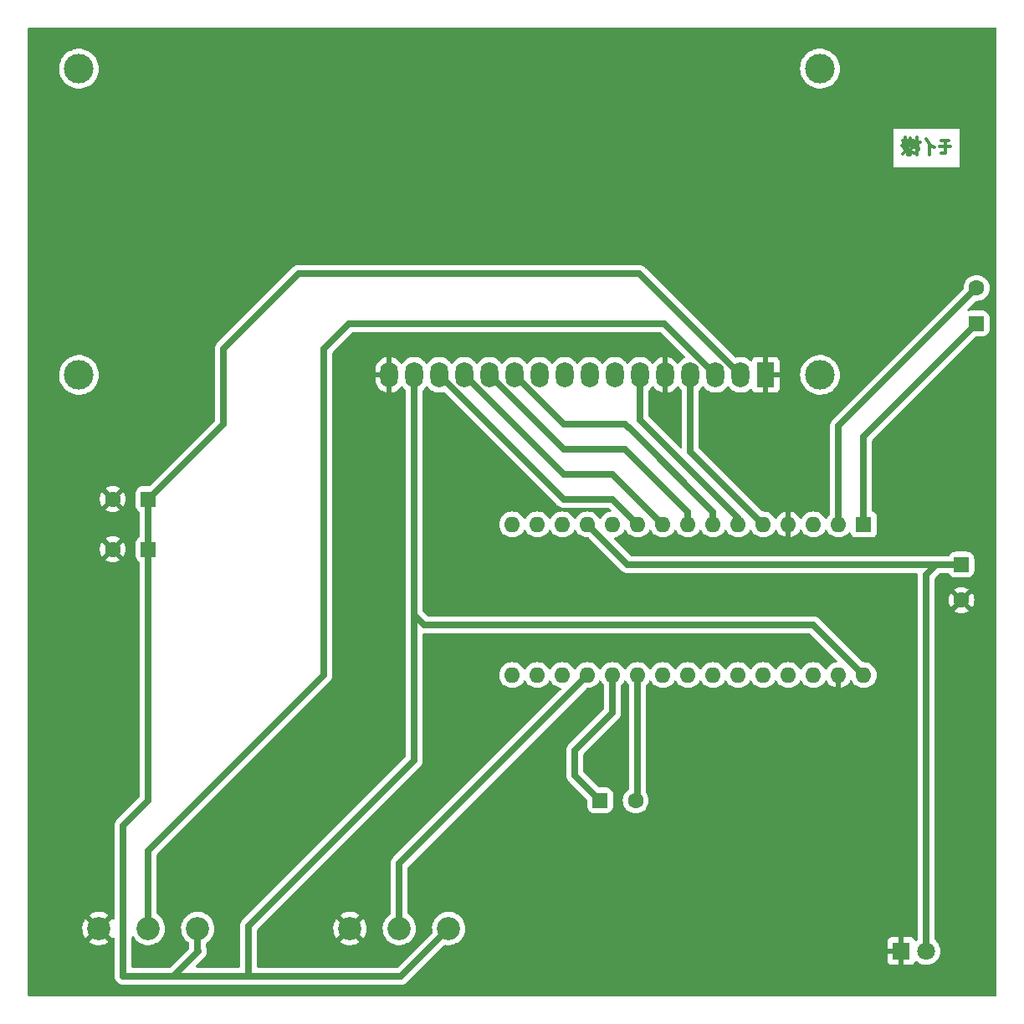
<source format=gbr>
%TF.GenerationSoftware,KiCad,Pcbnew,(6.0.4)*%
%TF.CreationDate,2022-04-30T15:57:12-05:00*%
%TF.ProjectId,arduino_pcb,61726475-696e-46f5-9f70-63622e6b6963,rev?*%
%TF.SameCoordinates,Original*%
%TF.FileFunction,Copper,L2,Bot*%
%TF.FilePolarity,Positive*%
%FSLAX46Y46*%
G04 Gerber Fmt 4.6, Leading zero omitted, Abs format (unit mm)*
G04 Created by KiCad (PCBNEW (6.0.4)) date 2022-04-30 15:57:12*
%MOMM*%
%LPD*%
G01*
G04 APERTURE LIST*
G04 Aperture macros list*
%AMRoundRect*
0 Rectangle with rounded corners*
0 $1 Rounding radius*
0 $2 $3 $4 $5 $6 $7 $8 $9 X,Y pos of 4 corners*
0 Add a 4 corners polygon primitive as box body*
4,1,4,$2,$3,$4,$5,$6,$7,$8,$9,$2,$3,0*
0 Add four circle primitives for the rounded corners*
1,1,$1+$1,$2,$3*
1,1,$1+$1,$4,$5*
1,1,$1+$1,$6,$7*
1,1,$1+$1,$8,$9*
0 Add four rect primitives between the rounded corners*
20,1,$1+$1,$2,$3,$4,$5,0*
20,1,$1+$1,$4,$5,$6,$7,0*
20,1,$1+$1,$6,$7,$8,$9,0*
20,1,$1+$1,$8,$9,$2,$3,0*%
G04 Aperture macros list end*
%ADD10C,0.300000*%
%TA.AperFunction,NonConductor*%
%ADD11C,0.300000*%
%TD*%
%TA.AperFunction,ComponentPad*%
%ADD12RoundRect,0.250000X0.550000X0.550000X-0.550000X0.550000X-0.550000X-0.550000X0.550000X-0.550000X0*%
%TD*%
%TA.AperFunction,ComponentPad*%
%ADD13C,1.600000*%
%TD*%
%TA.AperFunction,ComponentPad*%
%ADD14R,1.800000X1.800000*%
%TD*%
%TA.AperFunction,ComponentPad*%
%ADD15C,1.800000*%
%TD*%
%TA.AperFunction,ComponentPad*%
%ADD16R,1.600000X1.600000*%
%TD*%
%TA.AperFunction,ComponentPad*%
%ADD17O,1.600000X1.600000*%
%TD*%
%TA.AperFunction,ComponentPad*%
%ADD18C,3.000000*%
%TD*%
%TA.AperFunction,ComponentPad*%
%ADD19R,1.800000X2.600000*%
%TD*%
%TA.AperFunction,ComponentPad*%
%ADD20O,1.800000X2.600000*%
%TD*%
%TA.AperFunction,ComponentPad*%
%ADD21RoundRect,0.250000X-0.550000X0.550000X-0.550000X-0.550000X0.550000X-0.550000X0.550000X0.550000X0*%
%TD*%
%TA.AperFunction,ComponentPad*%
%ADD22RoundRect,0.250000X-0.550000X-0.550000X0.550000X-0.550000X0.550000X0.550000X-0.550000X0.550000X0*%
%TD*%
%TA.AperFunction,ComponentPad*%
%ADD23RoundRect,0.250000X0.550000X-0.550000X0.550000X0.550000X-0.550000X0.550000X-0.550000X-0.550000X0*%
%TD*%
%TA.AperFunction,ComponentPad*%
%ADD24C,2.340000*%
%TD*%
%TA.AperFunction,Conductor*%
%ADD25C,0.700000*%
%TD*%
G04 APERTURE END LIST*
D10*
D11*
X182590000Y-75450000D02*
X181875714Y-75450000D01*
X182804285Y-76021428D02*
X181661428Y-76021428D01*
X182304285Y-75450000D02*
X182304285Y-76735714D01*
X181875714Y-76735714D01*
X180661428Y-75807142D02*
X180661428Y-76878571D01*
X180304285Y-75307142D02*
X180447142Y-75521428D01*
X180661428Y-75807142D01*
X180947142Y-76021428D01*
X181161428Y-76164285D01*
X179018571Y-75450000D02*
X177947142Y-75450000D01*
X179732857Y-75592857D02*
X179090000Y-75592857D01*
X178947142Y-75735714D02*
X178018571Y-75735714D01*
X179018571Y-75950000D02*
X177875714Y-75950000D01*
X178732857Y-76878571D02*
X178518571Y-76878571D01*
X179375714Y-75164285D02*
X179375714Y-76878571D01*
X178447142Y-75450000D02*
X178447142Y-76878571D01*
X178375714Y-76378571D02*
X177947142Y-76807142D01*
X178947142Y-76164285D02*
X178732857Y-76378571D01*
X178018571Y-76164285D02*
X178232857Y-76378571D01*
X179232857Y-75950000D02*
X179161428Y-76164285D01*
X178447142Y-76092857D02*
X178232857Y-76521428D01*
X178732857Y-75235714D02*
X178732857Y-75450000D01*
X178161428Y-75164285D02*
X178232857Y-75378571D01*
X178661428Y-76521428D02*
X179090000Y-76735714D01*
X179375714Y-75521428D02*
X179590000Y-76378571D01*
D12*
%TO.P,J5,1,Pin_1*%
%TO.N,+5V*%
X101600000Y-116840000D03*
D13*
%TO.P,J5,2,Pin_2*%
%TO.N,GND*%
X98000000Y-116840000D03*
%TD*%
D14*
%TO.P,D1,1,K*%
%TO.N,GND*%
X177800000Y-157480000D03*
D15*
%TO.P,D1,2,A*%
%TO.N,Net-(A1-Pad12)*%
X180340000Y-157480000D03*
%TD*%
D12*
%TO.P,J3,1,Pin_1*%
%TO.N,+5V*%
X101600000Y-111760000D03*
D13*
%TO.P,J3,2,Pin_2*%
%TO.N,GND*%
X98000000Y-111760000D03*
%TD*%
D16*
%TO.P,A1,1,D1/TX*%
%TO.N,Net-(A1-Pad1)*%
X173990000Y-114310000D03*
D17*
%TO.P,A1,2,D0/RX*%
%TO.N,Net-(A1-Pad2)*%
X171450000Y-114310000D03*
%TO.P,A1,3,~{RESET}*%
%TO.N,unconnected-(A1-Pad3)*%
X168910000Y-114310000D03*
%TO.P,A1,4,GND*%
%TO.N,GND*%
X166370000Y-114310000D03*
%TO.P,A1,5,D2*%
%TO.N,Net-(A1-Pad5)*%
X163830000Y-114310000D03*
%TO.P,A1,6,D3*%
%TO.N,Net-(A1-Pad6)*%
X161290000Y-114310000D03*
%TO.P,A1,7,D4*%
%TO.N,Net-(A1-Pad7)*%
X158750000Y-114310000D03*
%TO.P,A1,8,D5*%
%TO.N,Net-(A1-Pad8)*%
X156210000Y-114310000D03*
%TO.P,A1,9,D6*%
%TO.N,Net-(A1-Pad9)*%
X153670000Y-114310000D03*
%TO.P,A1,10,D7*%
%TO.N,Net-(A1-Pad10)*%
X151130000Y-114310000D03*
%TO.P,A1,11,D8*%
%TO.N,unconnected-(A1-Pad11)*%
X148590000Y-114310000D03*
%TO.P,A1,12,D9*%
%TO.N,Net-(A1-Pad12)*%
X146050000Y-114310000D03*
%TO.P,A1,13,D10*%
%TO.N,unconnected-(A1-Pad13)*%
X143510000Y-114310000D03*
%TO.P,A1,14,D11*%
%TO.N,unconnected-(A1-Pad14)*%
X140970000Y-114310000D03*
%TO.P,A1,15,D12*%
%TO.N,unconnected-(A1-Pad15)*%
X138430000Y-114310000D03*
%TO.P,A1,16,D13*%
%TO.N,unconnected-(A1-Pad16)*%
X138430000Y-129550000D03*
%TO.P,A1,17,3V3*%
%TO.N,unconnected-(A1-Pad17)*%
X140970000Y-129550000D03*
%TO.P,A1,18,AREF*%
%TO.N,unconnected-(A1-Pad18)*%
X143510000Y-129550000D03*
%TO.P,A1,19,A0*%
%TO.N,Net-(A1-Pad19)*%
X146050000Y-129550000D03*
%TO.P,A1,20,A1*%
%TO.N,Net-(A1-Pad20)*%
X148590000Y-129550000D03*
%TO.P,A1,21,A2*%
%TO.N,Net-(A1-Pad21)*%
X151130000Y-129550000D03*
%TO.P,A1,22,A3*%
%TO.N,unconnected-(A1-Pad22)*%
X153670000Y-129550000D03*
%TO.P,A1,23,A4*%
%TO.N,unconnected-(A1-Pad23)*%
X156210000Y-129550000D03*
%TO.P,A1,24,A5*%
%TO.N,unconnected-(A1-Pad24)*%
X158750000Y-129550000D03*
%TO.P,A1,25,A6*%
%TO.N,unconnected-(A1-Pad25)*%
X161290000Y-129550000D03*
%TO.P,A1,26,A7*%
%TO.N,unconnected-(A1-Pad26)*%
X163830000Y-129550000D03*
%TO.P,A1,27,+5V*%
%TO.N,unconnected-(A1-Pad27)*%
X166370000Y-129550000D03*
%TO.P,A1,28,~{RESET}*%
%TO.N,unconnected-(A1-Pad28)*%
X168910000Y-129550000D03*
%TO.P,A1,29,GND*%
%TO.N,GND*%
X171450000Y-129550000D03*
%TO.P,A1,30,VIN*%
%TO.N,+5V*%
X173990000Y-129550000D03*
%TD*%
D18*
%TO.P,U1,*%
%TO.N,*%
X94580000Y-99177500D03*
X169579100Y-68176800D03*
X169579100Y-99177500D03*
X94580520Y-68176800D03*
D19*
%TO.P,U1,1,VSS*%
%TO.N,GND*%
X164080000Y-99177500D03*
D20*
%TO.P,U1,2,VDD*%
%TO.N,+5V*%
X161540000Y-99177500D03*
%TO.P,U1,3,VO*%
%TO.N,Net-(RV1-Pad2)*%
X159000000Y-99177500D03*
%TO.P,U1,4,RS*%
%TO.N,Net-(A1-Pad5)*%
X156460000Y-99177500D03*
%TO.P,U1,5,R/~{W}*%
%TO.N,GND*%
X153920000Y-99177500D03*
%TO.P,U1,6,E*%
%TO.N,Net-(A1-Pad6)*%
X151380000Y-99177500D03*
%TO.P,U1,7,DB0*%
%TO.N,unconnected-(U1-Pad7)*%
X148840000Y-99177500D03*
%TO.P,U1,8,DB1*%
%TO.N,unconnected-(U1-Pad8)*%
X146300000Y-99177500D03*
%TO.P,U1,9,DB2*%
%TO.N,unconnected-(U1-Pad9)*%
X143760000Y-99177500D03*
%TO.P,U1,10,DB3*%
%TO.N,unconnected-(U1-Pad10)*%
X141220000Y-99177500D03*
%TO.P,U1,11,DB4*%
%TO.N,Net-(A1-Pad7)*%
X138680000Y-99177500D03*
%TO.P,U1,12,DB5*%
%TO.N,Net-(A1-Pad8)*%
X136140000Y-99177500D03*
%TO.P,U1,13,DB6*%
%TO.N,Net-(A1-Pad9)*%
X133600000Y-99177500D03*
%TO.P,U1,14,DB7*%
%TO.N,Net-(A1-Pad10)*%
X131060000Y-99177500D03*
%TO.P,U1,15,A/VEE*%
%TO.N,+5V*%
X128520000Y-99177500D03*
%TO.P,U1,16,K*%
%TO.N,GND*%
X125980000Y-99177500D03*
%TD*%
D21*
%TO.P,J2,1,Pin_1*%
%TO.N,Net-(A1-Pad12)*%
X183880000Y-118380000D03*
D13*
%TO.P,J2,2,Pin_2*%
%TO.N,GND*%
X183880000Y-121980000D03*
%TD*%
D22*
%TO.P,J4,1,Pin_1*%
%TO.N,Net-(A1-Pad20)*%
X147320000Y-142240000D03*
D13*
%TO.P,J4,2,Pin_2*%
%TO.N,Net-(A1-Pad21)*%
X150920000Y-142240000D03*
%TD*%
D23*
%TO.P,J1,1,Pin_1*%
%TO.N,Net-(A1-Pad1)*%
X185420000Y-93980000D03*
D13*
%TO.P,J1,2,Pin_2*%
%TO.N,Net-(A1-Pad2)*%
X185420000Y-90380000D03*
%TD*%
D24*
%TO.P,RV2,1,1*%
%TO.N,+5V*%
X132000000Y-155200000D03*
%TO.P,RV2,2,2*%
%TO.N,Net-(A1-Pad19)*%
X127000000Y-155200000D03*
%TO.P,RV2,3,3*%
%TO.N,GND*%
X122000000Y-155200000D03*
%TD*%
%TO.P,RV1,1,1*%
%TO.N,+5V*%
X106600000Y-155200000D03*
%TO.P,RV1,2,2*%
%TO.N,Net-(RV1-Pad2)*%
X101600000Y-155200000D03*
%TO.P,RV1,3,3*%
%TO.N,GND*%
X96600000Y-155200000D03*
%TD*%
D25*
%TO.N,Net-(A1-Pad1)*%
X185420000Y-93980000D02*
X173990000Y-105410000D01*
X173990000Y-105410000D02*
X173990000Y-114310000D01*
%TO.N,Net-(A1-Pad2)*%
X171450000Y-114310000D02*
X171450000Y-104350000D01*
X171450000Y-104350000D02*
X185420000Y-90380000D01*
%TO.N,Net-(A1-Pad5)*%
X156460000Y-106940000D02*
X163830000Y-114310000D01*
X156460000Y-99177500D02*
X156460000Y-106940000D01*
%TO.N,Net-(A1-Pad6)*%
X161290000Y-114310000D02*
X161290000Y-113670000D01*
X151380000Y-103760000D02*
X151380000Y-99177500D01*
X161290000Y-113670000D02*
X151380000Y-103760000D01*
%TO.N,Net-(A1-Pad7)*%
X150480480Y-104772594D02*
X158750000Y-113042114D01*
X138680000Y-99177500D02*
X143642500Y-104140000D01*
X150480480Y-104760480D02*
X150480480Y-104772594D01*
X149860000Y-104140000D02*
X150480480Y-104760480D01*
X158750000Y-113042114D02*
X158750000Y-114310000D01*
X143642500Y-104140000D02*
X149860000Y-104140000D01*
%TO.N,Net-(A1-Pad8)*%
X143642500Y-106680000D02*
X149860000Y-106680000D01*
X149860000Y-106680000D02*
X156210000Y-113030000D01*
X136140000Y-99177500D02*
X143642500Y-106680000D01*
X156210000Y-113030000D02*
X156210000Y-114310000D01*
%TO.N,Net-(A1-Pad9)*%
X143642500Y-109220000D02*
X148580000Y-109220000D01*
X133600000Y-99177500D02*
X143642500Y-109220000D01*
X148580000Y-109220000D02*
X153670000Y-114310000D01*
%TO.N,Net-(A1-Pad10)*%
X148580000Y-111760000D02*
X143642500Y-111760000D01*
X151130000Y-114310000D02*
X148580000Y-111760000D01*
X143642500Y-111760000D02*
X131060000Y-99177500D01*
%TO.N,Net-(A1-Pad12)*%
X150120000Y-118380000D02*
X181340000Y-118380000D01*
X181340000Y-118380000D02*
X183880000Y-118380000D01*
X180340000Y-157480000D02*
X180340000Y-119380000D01*
X146050000Y-114310000D02*
X150120000Y-118380000D01*
X180340000Y-119380000D02*
X181340000Y-118380000D01*
%TO.N,Net-(A1-Pad19)*%
X127000000Y-155200000D02*
X127000000Y-148600000D01*
X127000000Y-148600000D02*
X146050000Y-129550000D01*
%TO.N,Net-(A1-Pad20)*%
X148590000Y-129550000D02*
X148590000Y-133350000D01*
X148590000Y-133350000D02*
X144780000Y-137160000D01*
X144780000Y-139700000D02*
X147320000Y-142240000D01*
X144780000Y-137160000D02*
X144780000Y-139700000D01*
%TO.N,Net-(A1-Pad21)*%
X151130000Y-129550000D02*
X151130000Y-142030000D01*
X151130000Y-142030000D02*
X150920000Y-142240000D01*
%TO.N,+5V*%
X128520000Y-138180000D02*
X111760000Y-154940000D01*
X128520000Y-123440000D02*
X128520000Y-138180000D01*
X128520000Y-123440000D02*
X128520000Y-99177500D01*
X151262500Y-88900000D02*
X161540000Y-99177500D01*
X99060000Y-144780000D02*
X99060000Y-160020000D01*
X106600000Y-157400000D02*
X106600000Y-155200000D01*
X101600000Y-111760000D02*
X109220000Y-104140000D01*
X104140000Y-160020000D02*
X127180000Y-160020000D01*
X127180000Y-160020000D02*
X132000000Y-155200000D01*
X101600000Y-116840000D02*
X101600000Y-142240000D01*
X101600000Y-111760000D02*
X101600000Y-116840000D01*
X106680000Y-157480000D02*
X106600000Y-157400000D01*
X101600000Y-142240000D02*
X99060000Y-144780000D01*
X99060000Y-160020000D02*
X104140000Y-160020000D01*
X111760000Y-154940000D02*
X111760000Y-160020000D01*
X168900000Y-124460000D02*
X129540000Y-124460000D01*
X116840000Y-88900000D02*
X151262500Y-88900000D01*
X104140000Y-160020000D02*
X106680000Y-157480000D01*
X109220000Y-96520000D02*
X116840000Y-88900000D01*
X173990000Y-129550000D02*
X168900000Y-124460000D01*
X129540000Y-124460000D02*
X128520000Y-123440000D01*
X109220000Y-104140000D02*
X109220000Y-96520000D01*
%TO.N,Net-(RV1-Pad2)*%
X101600000Y-147320000D02*
X101600000Y-155200000D01*
X119380000Y-96520000D02*
X119380000Y-129540000D01*
X159000000Y-99177500D02*
X153802500Y-93980000D01*
X121920000Y-93980000D02*
X119380000Y-96520000D01*
X119380000Y-129540000D02*
X101600000Y-147320000D01*
X153802500Y-93980000D02*
X121920000Y-93980000D01*
%TD*%
%TA.AperFunction,Conductor*%
%TO.N,GND*%
G36*
X187393621Y-64028502D02*
G01*
X187440114Y-64082158D01*
X187451500Y-64134500D01*
X187451500Y-161925500D01*
X187431498Y-161993621D01*
X187377842Y-162040114D01*
X187325500Y-162051500D01*
X89534500Y-162051500D01*
X89466379Y-162031498D01*
X89419886Y-161977842D01*
X89408500Y-161925500D01*
X89408500Y-156551895D01*
X95612851Y-156551895D01*
X95621563Y-156563415D01*
X95704529Y-156624249D01*
X95712444Y-156629194D01*
X95924873Y-156740959D01*
X95933447Y-156744687D01*
X96160067Y-156823826D01*
X96169077Y-156826240D01*
X96404923Y-156871017D01*
X96414180Y-156872071D01*
X96654058Y-156881497D01*
X96663372Y-156881171D01*
X96901996Y-156855038D01*
X96911173Y-156853337D01*
X97143312Y-156792220D01*
X97152132Y-156789183D01*
X97372693Y-156694423D01*
X97380965Y-156690116D01*
X97584026Y-156564458D01*
X97590751Y-156554253D01*
X97584688Y-156543899D01*
X96612810Y-155572020D01*
X96598869Y-155564408D01*
X96597034Y-155564539D01*
X96590420Y-155568790D01*
X95619509Y-156539702D01*
X95612851Y-156551895D01*
X89408500Y-156551895D01*
X89408500Y-155160624D01*
X94918096Y-155160624D01*
X94929614Y-155400398D01*
X94930751Y-155409658D01*
X94977581Y-155645095D01*
X94980075Y-155654088D01*
X95061189Y-155880009D01*
X95064989Y-155888544D01*
X95178607Y-156099996D01*
X95183618Y-156107863D01*
X95236609Y-156178826D01*
X95247867Y-156187275D01*
X95260286Y-156180503D01*
X96227980Y-155212810D01*
X96234357Y-155201131D01*
X96964408Y-155201131D01*
X96964539Y-155202966D01*
X96968790Y-155209580D01*
X97942024Y-156182813D01*
X97954404Y-156189573D01*
X97962746Y-156183329D01*
X97969529Y-156172783D01*
X98023203Y-156126311D01*
X98093481Y-156116235D01*
X98158050Y-156145753D01*
X98196410Y-156205494D01*
X98201500Y-156240945D01*
X98201500Y-159938990D01*
X98199808Y-159959569D01*
X98197784Y-159971795D01*
X98198141Y-159978611D01*
X98198141Y-159978615D01*
X98201327Y-160039393D01*
X98201500Y-160045988D01*
X98201500Y-160066596D01*
X98203542Y-160085387D01*
X98204105Y-160092396D01*
X98207547Y-160158067D01*
X98209359Y-160164644D01*
X98209359Y-160164647D01*
X98211278Y-160171614D01*
X98215065Y-160191466D01*
X98216583Y-160205437D01*
X98237560Y-160267768D01*
X98239617Y-160274496D01*
X98257080Y-160337898D01*
X98260263Y-160343935D01*
X98263634Y-160350328D01*
X98271595Y-160368903D01*
X98276078Y-160382223D01*
X98309951Y-160438597D01*
X98313394Y-160444710D01*
X98340887Y-160496854D01*
X98340893Y-160496863D01*
X98344075Y-160502898D01*
X98348479Y-160508110D01*
X98348484Y-160508117D01*
X98353147Y-160513635D01*
X98364905Y-160530058D01*
X98368634Y-160536264D01*
X98368638Y-160536269D01*
X98372147Y-160542109D01*
X98376832Y-160547063D01*
X98417334Y-160589893D01*
X98422024Y-160595138D01*
X98464471Y-160645367D01*
X98469893Y-160649512D01*
X98475631Y-160653899D01*
X98490649Y-160667422D01*
X98500308Y-160677636D01*
X98505953Y-160681472D01*
X98505955Y-160681474D01*
X98554714Y-160714611D01*
X98560422Y-160718727D01*
X98603039Y-160751310D01*
X98612652Y-160758660D01*
X98618837Y-160761544D01*
X98618840Y-160761546D01*
X98625386Y-160764598D01*
X98642951Y-160774575D01*
X98654582Y-160782480D01*
X98660911Y-160785012D01*
X98660914Y-160785013D01*
X98715651Y-160806906D01*
X98722108Y-160809700D01*
X98766341Y-160830326D01*
X98781704Y-160837490D01*
X98795418Y-160840556D01*
X98814713Y-160846528D01*
X98827771Y-160851751D01*
X98834507Y-160852866D01*
X98834510Y-160852867D01*
X98869348Y-160858634D01*
X98892679Y-160862496D01*
X98899560Y-160863834D01*
X98947007Y-160874440D01*
X98958693Y-160877052D01*
X98958695Y-160877052D01*
X98963740Y-160878180D01*
X98969463Y-160878500D01*
X98978990Y-160878500D01*
X98999569Y-160880192D01*
X99005058Y-160881101D01*
X99005061Y-160881101D01*
X99011795Y-160882216D01*
X99018611Y-160881859D01*
X99018615Y-160881859D01*
X99079393Y-160878673D01*
X99085988Y-160878500D01*
X104098610Y-160878500D01*
X104109152Y-160878942D01*
X104161099Y-160883304D01*
X104188808Y-160879607D01*
X104205470Y-160878500D01*
X111678990Y-160878500D01*
X111699569Y-160880192D01*
X111705058Y-160881101D01*
X111705061Y-160881101D01*
X111711795Y-160882216D01*
X111718611Y-160881859D01*
X111718615Y-160881859D01*
X111779393Y-160878673D01*
X111785988Y-160878500D01*
X127138610Y-160878500D01*
X127149152Y-160878942D01*
X127201099Y-160883304D01*
X127207859Y-160882402D01*
X127207861Y-160882402D01*
X127281602Y-160872563D01*
X127284657Y-160872193D01*
X127316889Y-160868691D01*
X127365437Y-160863417D01*
X127371901Y-160861242D01*
X127375176Y-160860522D01*
X127375572Y-160860452D01*
X127375996Y-160860329D01*
X127379216Y-160859538D01*
X127385989Y-160858634D01*
X127462323Y-160830851D01*
X127465198Y-160829844D01*
X127483773Y-160823593D01*
X127542223Y-160803922D01*
X127548077Y-160800404D01*
X127551084Y-160799015D01*
X127551489Y-160798848D01*
X127551865Y-160798643D01*
X127554852Y-160797173D01*
X127561268Y-160794838D01*
X127629920Y-160751270D01*
X127632389Y-160749745D01*
X127702109Y-160707853D01*
X127707066Y-160703166D01*
X127709723Y-160701149D01*
X127710469Y-160700631D01*
X127714402Y-160697656D01*
X127718759Y-160694891D01*
X127723032Y-160691070D01*
X127777010Y-160637092D01*
X127779532Y-160634638D01*
X127832680Y-160584379D01*
X127832682Y-160584377D01*
X127837636Y-160579692D01*
X127841471Y-160574050D01*
X127845894Y-160568852D01*
X127846290Y-160569189D01*
X127852904Y-160561198D01*
X129989433Y-158424669D01*
X176392001Y-158424669D01*
X176392371Y-158431490D01*
X176397895Y-158482352D01*
X176401521Y-158497604D01*
X176446676Y-158618054D01*
X176455214Y-158633649D01*
X176531715Y-158735724D01*
X176544276Y-158748285D01*
X176646351Y-158824786D01*
X176661946Y-158833324D01*
X176782394Y-158878478D01*
X176797649Y-158882105D01*
X176848514Y-158887631D01*
X176855328Y-158888000D01*
X177527885Y-158888000D01*
X177543124Y-158883525D01*
X177544329Y-158882135D01*
X177546000Y-158874452D01*
X177546000Y-157752115D01*
X177541525Y-157736876D01*
X177540135Y-157735671D01*
X177532452Y-157734000D01*
X176410116Y-157734000D01*
X176394877Y-157738475D01*
X176393672Y-157739865D01*
X176392001Y-157747548D01*
X176392001Y-158424669D01*
X129989433Y-158424669D01*
X131206217Y-157207885D01*
X176392000Y-157207885D01*
X176396475Y-157223124D01*
X176397865Y-157224329D01*
X176405548Y-157226000D01*
X177527885Y-157226000D01*
X177543124Y-157221525D01*
X177544329Y-157220135D01*
X177546000Y-157212452D01*
X177546000Y-156090116D01*
X177541525Y-156074877D01*
X177540135Y-156073672D01*
X177532452Y-156072001D01*
X176855331Y-156072001D01*
X176848510Y-156072371D01*
X176797648Y-156077895D01*
X176782396Y-156081521D01*
X176661946Y-156126676D01*
X176646351Y-156135214D01*
X176544276Y-156211715D01*
X176531715Y-156224276D01*
X176455214Y-156326351D01*
X176446676Y-156341946D01*
X176401522Y-156462394D01*
X176397895Y-156477649D01*
X176392369Y-156528514D01*
X176392000Y-156535328D01*
X176392000Y-157207885D01*
X131206217Y-157207885D01*
X131537312Y-156876790D01*
X131599624Y-156842764D01*
X131649907Y-156842096D01*
X131739029Y-156859016D01*
X131804867Y-156871516D01*
X131804870Y-156871516D01*
X131809456Y-156872387D01*
X131934099Y-156877284D01*
X132054075Y-156881999D01*
X132054081Y-156881999D01*
X132058743Y-156882182D01*
X132148181Y-156872387D01*
X132302087Y-156855532D01*
X132302092Y-156855531D01*
X132306740Y-156855022D01*
X132403048Y-156829666D01*
X132543476Y-156792694D01*
X132543478Y-156792693D01*
X132547999Y-156791503D01*
X132570353Y-156781899D01*
X132772924Y-156694868D01*
X132772926Y-156694867D01*
X132777218Y-156693023D01*
X132879679Y-156629618D01*
X132985391Y-156564202D01*
X132985395Y-156564199D01*
X132989364Y-156561743D01*
X133148700Y-156426855D01*
X133176209Y-156403567D01*
X133176210Y-156403566D01*
X133179775Y-156400548D01*
X133200319Y-156377122D01*
X133341187Y-156216494D01*
X133341191Y-156216489D01*
X133344269Y-156212979D01*
X133360803Y-156187275D01*
X133476703Y-156007087D01*
X133479231Y-156003157D01*
X133581697Y-155775691D01*
X133613630Y-155662467D01*
X133648146Y-155540082D01*
X133648147Y-155540079D01*
X133649416Y-155535578D01*
X133680900Y-155288092D01*
X133680984Y-155284909D01*
X133682243Y-155236828D01*
X133683207Y-155200000D01*
X133664718Y-154951206D01*
X133609659Y-154707878D01*
X133595164Y-154670605D01*
X133520931Y-154479714D01*
X133520930Y-154479712D01*
X133519238Y-154475361D01*
X133494494Y-154432067D01*
X133403130Y-154272215D01*
X133395442Y-154258763D01*
X133240990Y-154062842D01*
X133059276Y-153891902D01*
X132943160Y-153811350D01*
X132858130Y-153752362D01*
X132858125Y-153752359D01*
X132854292Y-153749700D01*
X132850110Y-153747637D01*
X132850102Y-153747633D01*
X132634728Y-153641423D01*
X132634725Y-153641422D01*
X132630540Y-153639358D01*
X132392937Y-153563300D01*
X132388330Y-153562550D01*
X132388327Y-153562549D01*
X132151312Y-153523949D01*
X132151313Y-153523949D01*
X132146701Y-153523198D01*
X132025753Y-153521615D01*
X131901920Y-153519994D01*
X131901917Y-153519994D01*
X131897243Y-153519933D01*
X131650042Y-153553575D01*
X131645556Y-153554883D01*
X131645554Y-153554883D01*
X131617576Y-153563038D01*
X131410528Y-153623387D01*
X131406275Y-153625347D01*
X131406274Y-153625348D01*
X131378971Y-153637935D01*
X131183965Y-153727834D01*
X131141403Y-153755739D01*
X130979242Y-153862056D01*
X130979237Y-153862060D01*
X130975329Y-153864622D01*
X130789202Y-154030746D01*
X130629675Y-154222557D01*
X130500252Y-154435840D01*
X130498443Y-154440154D01*
X130498442Y-154440156D01*
X130409627Y-154651956D01*
X130403775Y-154665911D01*
X130402624Y-154670443D01*
X130402623Y-154670446D01*
X130383943Y-154743998D01*
X130342365Y-154907714D01*
X130317370Y-155155939D01*
X130317594Y-155160606D01*
X130317594Y-155160611D01*
X130322306Y-155258697D01*
X130329339Y-155405131D01*
X130330252Y-155409719D01*
X130330252Y-155409720D01*
X130357914Y-155548791D01*
X130351586Y-155619505D01*
X130323430Y-155662467D01*
X126861302Y-159124595D01*
X126798990Y-159158621D01*
X126772207Y-159161500D01*
X112744500Y-159161500D01*
X112676379Y-159141498D01*
X112629886Y-159087842D01*
X112618500Y-159035500D01*
X112618500Y-156551895D01*
X121012851Y-156551895D01*
X121021563Y-156563415D01*
X121104529Y-156624249D01*
X121112444Y-156629194D01*
X121324873Y-156740959D01*
X121333447Y-156744687D01*
X121560067Y-156823826D01*
X121569077Y-156826240D01*
X121804923Y-156871017D01*
X121814180Y-156872071D01*
X122054058Y-156881497D01*
X122063372Y-156881171D01*
X122301996Y-156855038D01*
X122311173Y-156853337D01*
X122543312Y-156792220D01*
X122552132Y-156789183D01*
X122772693Y-156694423D01*
X122780965Y-156690116D01*
X122984026Y-156564458D01*
X122990751Y-156554253D01*
X122984688Y-156543899D01*
X122012810Y-155572020D01*
X121998869Y-155564408D01*
X121997034Y-155564539D01*
X121990420Y-155568790D01*
X121019509Y-156539702D01*
X121012851Y-156551895D01*
X112618500Y-156551895D01*
X112618500Y-155347792D01*
X112638502Y-155279671D01*
X112655405Y-155258697D01*
X112753478Y-155160624D01*
X120318096Y-155160624D01*
X120329614Y-155400398D01*
X120330751Y-155409658D01*
X120377581Y-155645095D01*
X120380075Y-155654088D01*
X120461189Y-155880009D01*
X120464989Y-155888544D01*
X120578607Y-156099996D01*
X120583618Y-156107863D01*
X120636609Y-156178826D01*
X120647867Y-156187275D01*
X120660286Y-156180503D01*
X121627980Y-155212810D01*
X121634357Y-155201131D01*
X122364408Y-155201131D01*
X122364539Y-155202966D01*
X122368790Y-155209580D01*
X123342024Y-156182813D01*
X123354404Y-156189573D01*
X123362745Y-156183330D01*
X123476265Y-156006843D01*
X123480708Y-155998659D01*
X123579304Y-155779783D01*
X123582494Y-155771018D01*
X123647654Y-155539981D01*
X123649514Y-155530839D01*
X123680001Y-155291196D01*
X123680482Y-155284909D01*
X123682622Y-155203160D01*
X123682471Y-155196851D01*
X123664568Y-154955932D01*
X123663191Y-154946726D01*
X123610210Y-154712582D01*
X123607486Y-154703671D01*
X123520478Y-154479930D01*
X123516467Y-154471521D01*
X123397347Y-154263105D01*
X123392130Y-154255370D01*
X123364425Y-154220227D01*
X123352501Y-154211758D01*
X123340965Y-154218246D01*
X122372020Y-155187190D01*
X122364408Y-155201131D01*
X121634357Y-155201131D01*
X121635592Y-155198869D01*
X121635461Y-155197034D01*
X121631210Y-155190420D01*
X120658131Y-154217342D01*
X120644823Y-154210075D01*
X120634786Y-154217195D01*
X120633076Y-154219251D01*
X120627655Y-154226851D01*
X120503127Y-154432067D01*
X120498889Y-154440384D01*
X120406060Y-154661755D01*
X120403099Y-154670605D01*
X120344011Y-154903264D01*
X120342390Y-154912458D01*
X120318341Y-155151297D01*
X120318096Y-155160624D01*
X112753478Y-155160624D01*
X114067517Y-153846585D01*
X121010999Y-153846585D01*
X121015572Y-153856361D01*
X121987190Y-154827980D01*
X122001131Y-154835592D01*
X122002966Y-154835461D01*
X122009580Y-154831210D01*
X122980929Y-153859860D01*
X122987313Y-153848169D01*
X122977903Y-153836061D01*
X122857873Y-153752793D01*
X122849846Y-153748065D01*
X122634540Y-153641888D01*
X122625907Y-153638400D01*
X122397265Y-153565211D01*
X122388214Y-153563038D01*
X122151269Y-153524449D01*
X122141980Y-153523637D01*
X121901950Y-153520495D01*
X121892638Y-153521065D01*
X121654776Y-153553436D01*
X121645658Y-153555374D01*
X121415203Y-153622546D01*
X121406450Y-153625818D01*
X121188454Y-153726316D01*
X121180299Y-153730836D01*
X121020136Y-153835844D01*
X121010999Y-153846585D01*
X114067517Y-153846585D01*
X129097776Y-138816326D01*
X129105543Y-138809183D01*
X129140154Y-138779934D01*
X129145367Y-138775529D01*
X129149512Y-138770108D01*
X129194710Y-138710992D01*
X129196609Y-138708571D01*
X129243232Y-138650582D01*
X129243233Y-138650580D01*
X129247509Y-138645262D01*
X129250543Y-138639150D01*
X129252330Y-138636356D01*
X129252582Y-138635996D01*
X129252785Y-138635627D01*
X129254517Y-138632766D01*
X129258660Y-138627348D01*
X129292993Y-138553721D01*
X129294327Y-138550949D01*
X129327414Y-138484296D01*
X129330447Y-138478186D01*
X129332098Y-138471565D01*
X129333249Y-138468437D01*
X129333413Y-138468044D01*
X129333532Y-138467639D01*
X129334609Y-138464475D01*
X129337490Y-138458296D01*
X129355215Y-138378998D01*
X129355924Y-138376002D01*
X129373921Y-138303821D01*
X129373921Y-138303820D01*
X129375572Y-138297199D01*
X129375763Y-138290378D01*
X129376215Y-138287075D01*
X129376374Y-138286191D01*
X129377052Y-138281308D01*
X129378180Y-138276260D01*
X129378500Y-138270537D01*
X129378500Y-138194156D01*
X129378549Y-138190637D01*
X129380590Y-138117563D01*
X129380781Y-138110743D01*
X129379502Y-138104039D01*
X129378955Y-138097238D01*
X129379475Y-138097196D01*
X129378500Y-138086875D01*
X129378500Y-125444500D01*
X129398502Y-125376379D01*
X129452158Y-125329886D01*
X129504500Y-125318500D01*
X129525844Y-125318500D01*
X129529363Y-125318549D01*
X129609257Y-125320781D01*
X129615961Y-125319502D01*
X129622762Y-125318955D01*
X129622804Y-125319475D01*
X129633125Y-125318500D01*
X168492208Y-125318500D01*
X168560329Y-125338502D01*
X168581303Y-125355405D01*
X171273408Y-128047510D01*
X171307434Y-128109822D01*
X171302369Y-128180637D01*
X171259822Y-128237473D01*
X171216924Y-128258312D01*
X171006239Y-128314764D01*
X170995947Y-128318510D01*
X170798489Y-128410586D01*
X170788993Y-128416069D01*
X170610533Y-128541028D01*
X170602125Y-128548084D01*
X170448084Y-128702125D01*
X170441028Y-128710533D01*
X170316069Y-128888993D01*
X170310586Y-128898489D01*
X170294471Y-128933049D01*
X170247554Y-128986334D01*
X170179277Y-129005795D01*
X170111317Y-128985253D01*
X170066081Y-128933049D01*
X170049849Y-128898238D01*
X170049846Y-128898233D01*
X170047523Y-128893251D01*
X169916198Y-128705700D01*
X169754300Y-128543802D01*
X169749792Y-128540645D01*
X169749789Y-128540643D01*
X169671611Y-128485902D01*
X169566749Y-128412477D01*
X169561767Y-128410154D01*
X169561762Y-128410151D01*
X169364225Y-128318039D01*
X169364224Y-128318039D01*
X169359243Y-128315716D01*
X169353935Y-128314294D01*
X169353933Y-128314293D01*
X169143402Y-128257881D01*
X169143400Y-128257881D01*
X169138087Y-128256457D01*
X168910000Y-128236502D01*
X168681913Y-128256457D01*
X168676600Y-128257881D01*
X168676598Y-128257881D01*
X168466067Y-128314293D01*
X168466065Y-128314294D01*
X168460757Y-128315716D01*
X168455776Y-128318039D01*
X168455775Y-128318039D01*
X168258238Y-128410151D01*
X168258233Y-128410154D01*
X168253251Y-128412477D01*
X168148389Y-128485902D01*
X168070211Y-128540643D01*
X168070208Y-128540645D01*
X168065700Y-128543802D01*
X167903802Y-128705700D01*
X167772477Y-128893251D01*
X167770154Y-128898233D01*
X167770151Y-128898238D01*
X167754195Y-128932457D01*
X167707278Y-128985742D01*
X167639001Y-129005203D01*
X167571041Y-128984661D01*
X167525805Y-128932457D01*
X167509849Y-128898238D01*
X167509846Y-128898233D01*
X167507523Y-128893251D01*
X167376198Y-128705700D01*
X167214300Y-128543802D01*
X167209792Y-128540645D01*
X167209789Y-128540643D01*
X167131611Y-128485902D01*
X167026749Y-128412477D01*
X167021767Y-128410154D01*
X167021762Y-128410151D01*
X166824225Y-128318039D01*
X166824224Y-128318039D01*
X166819243Y-128315716D01*
X166813935Y-128314294D01*
X166813933Y-128314293D01*
X166603402Y-128257881D01*
X166603400Y-128257881D01*
X166598087Y-128256457D01*
X166370000Y-128236502D01*
X166141913Y-128256457D01*
X166136600Y-128257881D01*
X166136598Y-128257881D01*
X165926067Y-128314293D01*
X165926065Y-128314294D01*
X165920757Y-128315716D01*
X165915776Y-128318039D01*
X165915775Y-128318039D01*
X165718238Y-128410151D01*
X165718233Y-128410154D01*
X165713251Y-128412477D01*
X165608389Y-128485902D01*
X165530211Y-128540643D01*
X165530208Y-128540645D01*
X165525700Y-128543802D01*
X165363802Y-128705700D01*
X165232477Y-128893251D01*
X165230154Y-128898233D01*
X165230151Y-128898238D01*
X165214195Y-128932457D01*
X165167278Y-128985742D01*
X165099001Y-129005203D01*
X165031041Y-128984661D01*
X164985805Y-128932457D01*
X164969849Y-128898238D01*
X164969846Y-128898233D01*
X164967523Y-128893251D01*
X164836198Y-128705700D01*
X164674300Y-128543802D01*
X164669792Y-128540645D01*
X164669789Y-128540643D01*
X164591611Y-128485902D01*
X164486749Y-128412477D01*
X164481767Y-128410154D01*
X164481762Y-128410151D01*
X164284225Y-128318039D01*
X164284224Y-128318039D01*
X164279243Y-128315716D01*
X164273935Y-128314294D01*
X164273933Y-128314293D01*
X164063402Y-128257881D01*
X164063400Y-128257881D01*
X164058087Y-128256457D01*
X163830000Y-128236502D01*
X163601913Y-128256457D01*
X163596600Y-128257881D01*
X163596598Y-128257881D01*
X163386067Y-128314293D01*
X163386065Y-128314294D01*
X163380757Y-128315716D01*
X163375776Y-128318039D01*
X163375775Y-128318039D01*
X163178238Y-128410151D01*
X163178233Y-128410154D01*
X163173251Y-128412477D01*
X163068389Y-128485902D01*
X162990211Y-128540643D01*
X162990208Y-128540645D01*
X162985700Y-128543802D01*
X162823802Y-128705700D01*
X162692477Y-128893251D01*
X162690154Y-128898233D01*
X162690151Y-128898238D01*
X162674195Y-128932457D01*
X162627278Y-128985742D01*
X162559001Y-129005203D01*
X162491041Y-128984661D01*
X162445805Y-128932457D01*
X162429849Y-128898238D01*
X162429846Y-128898233D01*
X162427523Y-128893251D01*
X162296198Y-128705700D01*
X162134300Y-128543802D01*
X162129792Y-128540645D01*
X162129789Y-128540643D01*
X162051611Y-128485902D01*
X161946749Y-128412477D01*
X161941767Y-128410154D01*
X161941762Y-128410151D01*
X161744225Y-128318039D01*
X161744224Y-128318039D01*
X161739243Y-128315716D01*
X161733935Y-128314294D01*
X161733933Y-128314293D01*
X161523402Y-128257881D01*
X161523400Y-128257881D01*
X161518087Y-128256457D01*
X161290000Y-128236502D01*
X161061913Y-128256457D01*
X161056600Y-128257881D01*
X161056598Y-128257881D01*
X160846067Y-128314293D01*
X160846065Y-128314294D01*
X160840757Y-128315716D01*
X160835776Y-128318039D01*
X160835775Y-128318039D01*
X160638238Y-128410151D01*
X160638233Y-128410154D01*
X160633251Y-128412477D01*
X160528389Y-128485902D01*
X160450211Y-128540643D01*
X160450208Y-128540645D01*
X160445700Y-128543802D01*
X160283802Y-128705700D01*
X160152477Y-128893251D01*
X160150154Y-128898233D01*
X160150151Y-128898238D01*
X160134195Y-128932457D01*
X160087278Y-128985742D01*
X160019001Y-129005203D01*
X159951041Y-128984661D01*
X159905805Y-128932457D01*
X159889849Y-128898238D01*
X159889846Y-128898233D01*
X159887523Y-128893251D01*
X159756198Y-128705700D01*
X159594300Y-128543802D01*
X159589792Y-128540645D01*
X159589789Y-128540643D01*
X159511611Y-128485902D01*
X159406749Y-128412477D01*
X159401767Y-128410154D01*
X159401762Y-128410151D01*
X159204225Y-128318039D01*
X159204224Y-128318039D01*
X159199243Y-128315716D01*
X159193935Y-128314294D01*
X159193933Y-128314293D01*
X158983402Y-128257881D01*
X158983400Y-128257881D01*
X158978087Y-128256457D01*
X158750000Y-128236502D01*
X158521913Y-128256457D01*
X158516600Y-128257881D01*
X158516598Y-128257881D01*
X158306067Y-128314293D01*
X158306065Y-128314294D01*
X158300757Y-128315716D01*
X158295776Y-128318039D01*
X158295775Y-128318039D01*
X158098238Y-128410151D01*
X158098233Y-128410154D01*
X158093251Y-128412477D01*
X157988389Y-128485902D01*
X157910211Y-128540643D01*
X157910208Y-128540645D01*
X157905700Y-128543802D01*
X157743802Y-128705700D01*
X157612477Y-128893251D01*
X157610154Y-128898233D01*
X157610151Y-128898238D01*
X157594195Y-128932457D01*
X157547278Y-128985742D01*
X157479001Y-129005203D01*
X157411041Y-128984661D01*
X157365805Y-128932457D01*
X157349849Y-128898238D01*
X157349846Y-128898233D01*
X157347523Y-128893251D01*
X157216198Y-128705700D01*
X157054300Y-128543802D01*
X157049792Y-128540645D01*
X157049789Y-128540643D01*
X156971611Y-128485902D01*
X156866749Y-128412477D01*
X156861767Y-128410154D01*
X156861762Y-128410151D01*
X156664225Y-128318039D01*
X156664224Y-128318039D01*
X156659243Y-128315716D01*
X156653935Y-128314294D01*
X156653933Y-128314293D01*
X156443402Y-128257881D01*
X156443400Y-128257881D01*
X156438087Y-128256457D01*
X156210000Y-128236502D01*
X155981913Y-128256457D01*
X155976600Y-128257881D01*
X155976598Y-128257881D01*
X155766067Y-128314293D01*
X155766065Y-128314294D01*
X155760757Y-128315716D01*
X155755776Y-128318039D01*
X155755775Y-128318039D01*
X155558238Y-128410151D01*
X155558233Y-128410154D01*
X155553251Y-128412477D01*
X155448389Y-128485902D01*
X155370211Y-128540643D01*
X155370208Y-128540645D01*
X155365700Y-128543802D01*
X155203802Y-128705700D01*
X155072477Y-128893251D01*
X155070154Y-128898233D01*
X155070151Y-128898238D01*
X155054195Y-128932457D01*
X155007278Y-128985742D01*
X154939001Y-129005203D01*
X154871041Y-128984661D01*
X154825805Y-128932457D01*
X154809849Y-128898238D01*
X154809846Y-128898233D01*
X154807523Y-128893251D01*
X154676198Y-128705700D01*
X154514300Y-128543802D01*
X154509792Y-128540645D01*
X154509789Y-128540643D01*
X154431611Y-128485902D01*
X154326749Y-128412477D01*
X154321767Y-128410154D01*
X154321762Y-128410151D01*
X154124225Y-128318039D01*
X154124224Y-128318039D01*
X154119243Y-128315716D01*
X154113935Y-128314294D01*
X154113933Y-128314293D01*
X153903402Y-128257881D01*
X153903400Y-128257881D01*
X153898087Y-128256457D01*
X153670000Y-128236502D01*
X153441913Y-128256457D01*
X153436600Y-128257881D01*
X153436598Y-128257881D01*
X153226067Y-128314293D01*
X153226065Y-128314294D01*
X153220757Y-128315716D01*
X153215776Y-128318039D01*
X153215775Y-128318039D01*
X153018238Y-128410151D01*
X153018233Y-128410154D01*
X153013251Y-128412477D01*
X152908389Y-128485902D01*
X152830211Y-128540643D01*
X152830208Y-128540645D01*
X152825700Y-128543802D01*
X152663802Y-128705700D01*
X152532477Y-128893251D01*
X152530154Y-128898233D01*
X152530151Y-128898238D01*
X152514195Y-128932457D01*
X152467278Y-128985742D01*
X152399001Y-129005203D01*
X152331041Y-128984661D01*
X152285805Y-128932457D01*
X152269849Y-128898238D01*
X152269846Y-128898233D01*
X152267523Y-128893251D01*
X152136198Y-128705700D01*
X151974300Y-128543802D01*
X151969792Y-128540645D01*
X151969789Y-128540643D01*
X151891611Y-128485902D01*
X151786749Y-128412477D01*
X151781767Y-128410154D01*
X151781762Y-128410151D01*
X151584225Y-128318039D01*
X151584224Y-128318039D01*
X151579243Y-128315716D01*
X151573935Y-128314294D01*
X151573933Y-128314293D01*
X151363402Y-128257881D01*
X151363400Y-128257881D01*
X151358087Y-128256457D01*
X151130000Y-128236502D01*
X150901913Y-128256457D01*
X150896600Y-128257881D01*
X150896598Y-128257881D01*
X150686067Y-128314293D01*
X150686065Y-128314294D01*
X150680757Y-128315716D01*
X150675776Y-128318039D01*
X150675775Y-128318039D01*
X150478238Y-128410151D01*
X150478233Y-128410154D01*
X150473251Y-128412477D01*
X150368389Y-128485902D01*
X150290211Y-128540643D01*
X150290208Y-128540645D01*
X150285700Y-128543802D01*
X150123802Y-128705700D01*
X149992477Y-128893251D01*
X149990154Y-128898233D01*
X149990151Y-128898238D01*
X149974195Y-128932457D01*
X149927278Y-128985742D01*
X149859001Y-129005203D01*
X149791041Y-128984661D01*
X149745805Y-128932457D01*
X149729849Y-128898238D01*
X149729846Y-128898233D01*
X149727523Y-128893251D01*
X149596198Y-128705700D01*
X149434300Y-128543802D01*
X149429792Y-128540645D01*
X149429789Y-128540643D01*
X149351611Y-128485902D01*
X149246749Y-128412477D01*
X149241767Y-128410154D01*
X149241762Y-128410151D01*
X149044225Y-128318039D01*
X149044224Y-128318039D01*
X149039243Y-128315716D01*
X149033935Y-128314294D01*
X149033933Y-128314293D01*
X148823402Y-128257881D01*
X148823400Y-128257881D01*
X148818087Y-128256457D01*
X148590000Y-128236502D01*
X148361913Y-128256457D01*
X148356600Y-128257881D01*
X148356598Y-128257881D01*
X148146067Y-128314293D01*
X148146065Y-128314294D01*
X148140757Y-128315716D01*
X148135776Y-128318039D01*
X148135775Y-128318039D01*
X147938238Y-128410151D01*
X147938233Y-128410154D01*
X147933251Y-128412477D01*
X147828389Y-128485902D01*
X147750211Y-128540643D01*
X147750208Y-128540645D01*
X147745700Y-128543802D01*
X147583802Y-128705700D01*
X147452477Y-128893251D01*
X147450154Y-128898233D01*
X147450151Y-128898238D01*
X147434195Y-128932457D01*
X147387278Y-128985742D01*
X147319001Y-129005203D01*
X147251041Y-128984661D01*
X147205805Y-128932457D01*
X147189849Y-128898238D01*
X147189846Y-128898233D01*
X147187523Y-128893251D01*
X147056198Y-128705700D01*
X146894300Y-128543802D01*
X146889792Y-128540645D01*
X146889789Y-128540643D01*
X146811611Y-128485902D01*
X146706749Y-128412477D01*
X146701767Y-128410154D01*
X146701762Y-128410151D01*
X146504225Y-128318039D01*
X146504224Y-128318039D01*
X146499243Y-128315716D01*
X146493935Y-128314294D01*
X146493933Y-128314293D01*
X146283402Y-128257881D01*
X146283400Y-128257881D01*
X146278087Y-128256457D01*
X146050000Y-128236502D01*
X145821913Y-128256457D01*
X145816600Y-128257881D01*
X145816598Y-128257881D01*
X145606067Y-128314293D01*
X145606065Y-128314294D01*
X145600757Y-128315716D01*
X145595776Y-128318039D01*
X145595775Y-128318039D01*
X145398238Y-128410151D01*
X145398233Y-128410154D01*
X145393251Y-128412477D01*
X145288389Y-128485902D01*
X145210211Y-128540643D01*
X145210208Y-128540645D01*
X145205700Y-128543802D01*
X145043802Y-128705700D01*
X144912477Y-128893251D01*
X144910154Y-128898233D01*
X144910151Y-128898238D01*
X144894195Y-128932457D01*
X144847278Y-128985742D01*
X144779001Y-129005203D01*
X144711041Y-128984661D01*
X144665805Y-128932457D01*
X144649849Y-128898238D01*
X144649846Y-128898233D01*
X144647523Y-128893251D01*
X144516198Y-128705700D01*
X144354300Y-128543802D01*
X144349792Y-128540645D01*
X144349789Y-128540643D01*
X144271611Y-128485902D01*
X144166749Y-128412477D01*
X144161767Y-128410154D01*
X144161762Y-128410151D01*
X143964225Y-128318039D01*
X143964224Y-128318039D01*
X143959243Y-128315716D01*
X143953935Y-128314294D01*
X143953933Y-128314293D01*
X143743402Y-128257881D01*
X143743400Y-128257881D01*
X143738087Y-128256457D01*
X143510000Y-128236502D01*
X143281913Y-128256457D01*
X143276600Y-128257881D01*
X143276598Y-128257881D01*
X143066067Y-128314293D01*
X143066065Y-128314294D01*
X143060757Y-128315716D01*
X143055776Y-128318039D01*
X143055775Y-128318039D01*
X142858238Y-128410151D01*
X142858233Y-128410154D01*
X142853251Y-128412477D01*
X142748389Y-128485902D01*
X142670211Y-128540643D01*
X142670208Y-128540645D01*
X142665700Y-128543802D01*
X142503802Y-128705700D01*
X142372477Y-128893251D01*
X142370154Y-128898233D01*
X142370151Y-128898238D01*
X142354195Y-128932457D01*
X142307278Y-128985742D01*
X142239001Y-129005203D01*
X142171041Y-128984661D01*
X142125805Y-128932457D01*
X142109849Y-128898238D01*
X142109846Y-128898233D01*
X142107523Y-128893251D01*
X141976198Y-128705700D01*
X141814300Y-128543802D01*
X141809792Y-128540645D01*
X141809789Y-128540643D01*
X141731611Y-128485902D01*
X141626749Y-128412477D01*
X141621767Y-128410154D01*
X141621762Y-128410151D01*
X141424225Y-128318039D01*
X141424224Y-128318039D01*
X141419243Y-128315716D01*
X141413935Y-128314294D01*
X141413933Y-128314293D01*
X141203402Y-128257881D01*
X141203400Y-128257881D01*
X141198087Y-128256457D01*
X140970000Y-128236502D01*
X140741913Y-128256457D01*
X140736600Y-128257881D01*
X140736598Y-128257881D01*
X140526067Y-128314293D01*
X140526065Y-128314294D01*
X140520757Y-128315716D01*
X140515776Y-128318039D01*
X140515775Y-128318039D01*
X140318238Y-128410151D01*
X140318233Y-128410154D01*
X140313251Y-128412477D01*
X140208389Y-128485902D01*
X140130211Y-128540643D01*
X140130208Y-128540645D01*
X140125700Y-128543802D01*
X139963802Y-128705700D01*
X139832477Y-128893251D01*
X139830154Y-128898233D01*
X139830151Y-128898238D01*
X139814195Y-128932457D01*
X139767278Y-128985742D01*
X139699001Y-129005203D01*
X139631041Y-128984661D01*
X139585805Y-128932457D01*
X139569849Y-128898238D01*
X139569846Y-128898233D01*
X139567523Y-128893251D01*
X139436198Y-128705700D01*
X139274300Y-128543802D01*
X139269792Y-128540645D01*
X139269789Y-128540643D01*
X139191611Y-128485902D01*
X139086749Y-128412477D01*
X139081767Y-128410154D01*
X139081762Y-128410151D01*
X138884225Y-128318039D01*
X138884224Y-128318039D01*
X138879243Y-128315716D01*
X138873935Y-128314294D01*
X138873933Y-128314293D01*
X138663402Y-128257881D01*
X138663400Y-128257881D01*
X138658087Y-128256457D01*
X138430000Y-128236502D01*
X138201913Y-128256457D01*
X138196600Y-128257881D01*
X138196598Y-128257881D01*
X137986067Y-128314293D01*
X137986065Y-128314294D01*
X137980757Y-128315716D01*
X137975776Y-128318039D01*
X137975775Y-128318039D01*
X137778238Y-128410151D01*
X137778233Y-128410154D01*
X137773251Y-128412477D01*
X137668389Y-128485902D01*
X137590211Y-128540643D01*
X137590208Y-128540645D01*
X137585700Y-128543802D01*
X137423802Y-128705700D01*
X137292477Y-128893251D01*
X137290154Y-128898233D01*
X137290151Y-128898238D01*
X137290034Y-128898489D01*
X137195716Y-129100757D01*
X137194294Y-129106065D01*
X137194293Y-129106067D01*
X137138041Y-129316002D01*
X137136457Y-129321913D01*
X137116502Y-129550000D01*
X137136457Y-129778087D01*
X137137881Y-129783400D01*
X137137881Y-129783402D01*
X137172062Y-129910964D01*
X137195716Y-129999243D01*
X137198039Y-130004224D01*
X137198039Y-130004225D01*
X137290151Y-130201762D01*
X137290154Y-130201767D01*
X137292477Y-130206749D01*
X137423802Y-130394300D01*
X137585700Y-130556198D01*
X137590208Y-130559355D01*
X137590211Y-130559357D01*
X137601705Y-130567405D01*
X137773251Y-130687523D01*
X137778233Y-130689846D01*
X137778238Y-130689849D01*
X137974765Y-130781490D01*
X137980757Y-130784284D01*
X137986065Y-130785706D01*
X137986067Y-130785707D01*
X138196598Y-130842119D01*
X138196600Y-130842119D01*
X138201913Y-130843543D01*
X138430000Y-130863498D01*
X138658087Y-130843543D01*
X138663400Y-130842119D01*
X138663402Y-130842119D01*
X138873933Y-130785707D01*
X138873935Y-130785706D01*
X138879243Y-130784284D01*
X138885235Y-130781490D01*
X139081762Y-130689849D01*
X139081767Y-130689846D01*
X139086749Y-130687523D01*
X139258295Y-130567405D01*
X139269789Y-130559357D01*
X139269792Y-130559355D01*
X139274300Y-130556198D01*
X139436198Y-130394300D01*
X139567523Y-130206749D01*
X139569846Y-130201767D01*
X139569849Y-130201762D01*
X139585805Y-130167543D01*
X139632722Y-130114258D01*
X139700999Y-130094797D01*
X139768959Y-130115339D01*
X139814195Y-130167543D01*
X139830151Y-130201762D01*
X139830154Y-130201767D01*
X139832477Y-130206749D01*
X139963802Y-130394300D01*
X140125700Y-130556198D01*
X140130208Y-130559355D01*
X140130211Y-130559357D01*
X140141705Y-130567405D01*
X140313251Y-130687523D01*
X140318233Y-130689846D01*
X140318238Y-130689849D01*
X140514765Y-130781490D01*
X140520757Y-130784284D01*
X140526065Y-130785706D01*
X140526067Y-130785707D01*
X140736598Y-130842119D01*
X140736600Y-130842119D01*
X140741913Y-130843543D01*
X140970000Y-130863498D01*
X141198087Y-130843543D01*
X141203400Y-130842119D01*
X141203402Y-130842119D01*
X141413933Y-130785707D01*
X141413935Y-130785706D01*
X141419243Y-130784284D01*
X141425235Y-130781490D01*
X141621762Y-130689849D01*
X141621767Y-130689846D01*
X141626749Y-130687523D01*
X141798295Y-130567405D01*
X141809789Y-130559357D01*
X141809792Y-130559355D01*
X141814300Y-130556198D01*
X141976198Y-130394300D01*
X142107523Y-130206749D01*
X142109846Y-130201767D01*
X142109849Y-130201762D01*
X142125805Y-130167543D01*
X142172722Y-130114258D01*
X142240999Y-130094797D01*
X142308959Y-130115339D01*
X142354195Y-130167543D01*
X142370151Y-130201762D01*
X142370154Y-130201767D01*
X142372477Y-130206749D01*
X142503802Y-130394300D01*
X142665700Y-130556198D01*
X142670208Y-130559355D01*
X142670211Y-130559357D01*
X142681705Y-130567405D01*
X142853251Y-130687523D01*
X142858233Y-130689846D01*
X142858238Y-130689849D01*
X143054765Y-130781490D01*
X143060757Y-130784284D01*
X143066064Y-130785706D01*
X143276516Y-130842097D01*
X143337138Y-130879049D01*
X143368160Y-130942910D01*
X143359731Y-131013404D01*
X143332999Y-131052899D01*
X126422217Y-147963680D01*
X126414451Y-147970822D01*
X126374633Y-148004471D01*
X126370486Y-148009895D01*
X126370485Y-148009896D01*
X126325326Y-148068962D01*
X126323432Y-148071379D01*
X126272490Y-148134738D01*
X126269453Y-148140857D01*
X126267665Y-148143652D01*
X126267412Y-148144013D01*
X126267210Y-148144380D01*
X126265479Y-148147238D01*
X126261340Y-148152652D01*
X126258459Y-148158831D01*
X126227015Y-148226262D01*
X126225681Y-148229033D01*
X126189553Y-148301814D01*
X126187902Y-148308435D01*
X126186751Y-148311563D01*
X126186587Y-148311956D01*
X126186468Y-148312361D01*
X126185391Y-148315525D01*
X126182510Y-148321704D01*
X126181023Y-148328358D01*
X126164785Y-148401002D01*
X126164076Y-148403998D01*
X126144428Y-148482801D01*
X126144237Y-148489622D01*
X126143785Y-148492925D01*
X126143626Y-148493809D01*
X126142948Y-148498692D01*
X126141820Y-148503740D01*
X126141500Y-148509463D01*
X126141500Y-148585844D01*
X126141451Y-148589363D01*
X126139219Y-148669257D01*
X126140498Y-148675961D01*
X126141045Y-148682762D01*
X126140525Y-148682804D01*
X126141500Y-148693125D01*
X126141500Y-153687618D01*
X126121498Y-153755739D01*
X126084585Y-153792990D01*
X125979242Y-153862056D01*
X125979237Y-153862060D01*
X125975329Y-153864622D01*
X125789202Y-154030746D01*
X125629675Y-154222557D01*
X125500252Y-154435840D01*
X125498443Y-154440154D01*
X125498442Y-154440156D01*
X125409627Y-154651956D01*
X125403775Y-154665911D01*
X125402624Y-154670443D01*
X125402623Y-154670446D01*
X125383943Y-154743998D01*
X125342365Y-154907714D01*
X125317370Y-155155939D01*
X125317594Y-155160606D01*
X125317594Y-155160611D01*
X125322306Y-155258697D01*
X125329339Y-155405131D01*
X125378010Y-155649818D01*
X125462314Y-155884622D01*
X125580398Y-156104386D01*
X125583193Y-156108130D01*
X125583195Y-156108132D01*
X125603418Y-156135214D01*
X125729668Y-156304283D01*
X125906844Y-156479921D01*
X125910606Y-156482679D01*
X125910609Y-156482682D01*
X126022139Y-156564458D01*
X126108036Y-156627440D01*
X126112171Y-156629616D01*
X126112175Y-156629618D01*
X126227163Y-156690116D01*
X126328823Y-156743602D01*
X126438489Y-156781899D01*
X126558550Y-156823826D01*
X126564354Y-156825853D01*
X126568947Y-156826725D01*
X126804867Y-156871516D01*
X126804870Y-156871516D01*
X126809456Y-156872387D01*
X126934099Y-156877284D01*
X127054075Y-156881999D01*
X127054081Y-156881999D01*
X127058743Y-156882182D01*
X127148181Y-156872387D01*
X127302087Y-156855532D01*
X127302092Y-156855531D01*
X127306740Y-156855022D01*
X127403048Y-156829666D01*
X127543476Y-156792694D01*
X127543478Y-156792693D01*
X127547999Y-156791503D01*
X127570353Y-156781899D01*
X127772924Y-156694868D01*
X127772926Y-156694867D01*
X127777218Y-156693023D01*
X127879679Y-156629618D01*
X127985391Y-156564202D01*
X127985395Y-156564199D01*
X127989364Y-156561743D01*
X128148700Y-156426855D01*
X128176209Y-156403567D01*
X128176210Y-156403566D01*
X128179775Y-156400548D01*
X128200319Y-156377122D01*
X128341187Y-156216494D01*
X128341191Y-156216489D01*
X128344269Y-156212979D01*
X128360803Y-156187275D01*
X128476703Y-156007087D01*
X128479231Y-156003157D01*
X128581697Y-155775691D01*
X128613630Y-155662467D01*
X128648146Y-155540082D01*
X128648147Y-155540079D01*
X128649416Y-155535578D01*
X128680900Y-155288092D01*
X128680984Y-155284909D01*
X128682243Y-155236828D01*
X128683207Y-155200000D01*
X128664718Y-154951206D01*
X128609659Y-154707878D01*
X128595164Y-154670605D01*
X128520931Y-154479714D01*
X128520930Y-154479712D01*
X128519238Y-154475361D01*
X128494494Y-154432067D01*
X128403130Y-154272215D01*
X128395442Y-154258763D01*
X128240990Y-154062842D01*
X128059276Y-153891902D01*
X127912680Y-153790205D01*
X127868110Y-153734943D01*
X127858500Y-153686678D01*
X127858500Y-149007792D01*
X127878502Y-148939671D01*
X127895405Y-148918697D01*
X145917054Y-130897048D01*
X145979366Y-130863022D01*
X146017132Y-130860623D01*
X146044516Y-130863019D01*
X146044525Y-130863019D01*
X146050000Y-130863498D01*
X146278087Y-130843543D01*
X146283400Y-130842119D01*
X146283402Y-130842119D01*
X146493933Y-130785707D01*
X146493935Y-130785706D01*
X146499243Y-130784284D01*
X146505235Y-130781490D01*
X146701762Y-130689849D01*
X146701767Y-130689846D01*
X146706749Y-130687523D01*
X146878295Y-130567405D01*
X146889789Y-130559357D01*
X146889792Y-130559355D01*
X146894300Y-130556198D01*
X147056198Y-130394300D01*
X147187523Y-130206749D01*
X147189846Y-130201767D01*
X147189849Y-130201762D01*
X147205805Y-130167543D01*
X147252722Y-130114258D01*
X147320999Y-130094797D01*
X147388959Y-130115339D01*
X147434195Y-130167543D01*
X147450151Y-130201762D01*
X147450154Y-130201767D01*
X147452477Y-130206749D01*
X147583802Y-130394300D01*
X147694595Y-130505093D01*
X147728621Y-130567405D01*
X147731500Y-130594188D01*
X147731500Y-132942207D01*
X147711498Y-133010328D01*
X147694595Y-133031302D01*
X144202217Y-136523680D01*
X144194451Y-136530822D01*
X144154633Y-136564471D01*
X144150486Y-136569895D01*
X144150485Y-136569896D01*
X144105326Y-136628962D01*
X144103432Y-136631379D01*
X144052490Y-136694738D01*
X144049453Y-136700857D01*
X144047665Y-136703652D01*
X144047412Y-136704013D01*
X144047210Y-136704380D01*
X144045479Y-136707238D01*
X144041340Y-136712652D01*
X144038459Y-136718831D01*
X144007015Y-136786262D01*
X144005681Y-136789033D01*
X143969553Y-136861814D01*
X143967902Y-136868435D01*
X143966751Y-136871563D01*
X143966587Y-136871956D01*
X143966468Y-136872361D01*
X143965391Y-136875525D01*
X143962510Y-136881704D01*
X143961023Y-136888358D01*
X143944785Y-136961002D01*
X143944076Y-136963998D01*
X143924428Y-137042801D01*
X143924237Y-137049622D01*
X143923785Y-137052925D01*
X143923626Y-137053809D01*
X143922948Y-137058692D01*
X143921820Y-137063740D01*
X143921500Y-137069463D01*
X143921500Y-137145844D01*
X143921451Y-137149363D01*
X143919219Y-137229257D01*
X143920498Y-137235961D01*
X143921045Y-137242762D01*
X143920525Y-137242804D01*
X143921500Y-137253125D01*
X143921500Y-139658610D01*
X143921058Y-139669152D01*
X143916696Y-139721099D01*
X143917598Y-139727859D01*
X143917598Y-139727861D01*
X143927437Y-139801602D01*
X143927807Y-139804657D01*
X143936583Y-139885437D01*
X143938758Y-139891901D01*
X143939478Y-139895176D01*
X143939548Y-139895572D01*
X143939671Y-139895996D01*
X143940462Y-139899216D01*
X143941366Y-139905989D01*
X143969139Y-139982294D01*
X143970156Y-139985198D01*
X143996078Y-140062223D01*
X143999596Y-140068077D01*
X144000985Y-140071084D01*
X144001152Y-140071489D01*
X144001357Y-140071865D01*
X144002827Y-140074852D01*
X144005162Y-140081268D01*
X144048730Y-140149920D01*
X144050255Y-140152389D01*
X144092147Y-140222109D01*
X144096834Y-140227066D01*
X144098851Y-140229723D01*
X144099369Y-140230469D01*
X144102344Y-140234402D01*
X144105109Y-140238759D01*
X144108930Y-140243032D01*
X144162908Y-140297010D01*
X144165362Y-140299532D01*
X144220308Y-140357636D01*
X144225950Y-140361471D01*
X144231148Y-140365894D01*
X144230811Y-140366290D01*
X144238802Y-140372904D01*
X145974595Y-142108697D01*
X146008621Y-142171009D01*
X146011500Y-142197792D01*
X146011500Y-142840400D01*
X146011837Y-142843646D01*
X146011837Y-142843650D01*
X146017347Y-142896749D01*
X146022474Y-142946166D01*
X146078450Y-143113946D01*
X146171522Y-143264348D01*
X146296697Y-143389305D01*
X146302927Y-143393145D01*
X146302928Y-143393146D01*
X146440090Y-143477694D01*
X146447262Y-143482115D01*
X146527005Y-143508564D01*
X146608611Y-143535632D01*
X146608613Y-143535632D01*
X146615139Y-143537797D01*
X146621975Y-143538497D01*
X146621978Y-143538498D01*
X146665031Y-143542909D01*
X146719600Y-143548500D01*
X147920400Y-143548500D01*
X147923646Y-143548163D01*
X147923650Y-143548163D01*
X148019308Y-143538238D01*
X148019312Y-143538237D01*
X148026166Y-143537526D01*
X148032702Y-143535345D01*
X148032704Y-143535345D01*
X148164806Y-143491272D01*
X148193946Y-143481550D01*
X148344348Y-143388478D01*
X148469305Y-143263303D01*
X148473146Y-143257072D01*
X148558275Y-143118968D01*
X148558276Y-143118966D01*
X148562115Y-143112738D01*
X148617797Y-142944861D01*
X148628500Y-142840400D01*
X148628500Y-141639600D01*
X148623171Y-141588238D01*
X148618238Y-141540692D01*
X148618237Y-141540688D01*
X148617526Y-141533834D01*
X148561550Y-141366054D01*
X148468478Y-141215652D01*
X148343303Y-141090695D01*
X148192738Y-140997885D01*
X148112995Y-140971436D01*
X148031389Y-140944368D01*
X148031387Y-140944368D01*
X148024861Y-140942203D01*
X148018025Y-140941503D01*
X148018022Y-140941502D01*
X147974969Y-140937091D01*
X147920400Y-140931500D01*
X147277792Y-140931500D01*
X147209671Y-140911498D01*
X147188697Y-140894595D01*
X145675405Y-139381302D01*
X145641379Y-139318990D01*
X145638500Y-139292207D01*
X145638500Y-137567792D01*
X145658502Y-137499671D01*
X145675405Y-137478697D01*
X149167783Y-133986320D01*
X149175550Y-133979177D01*
X149210153Y-133949935D01*
X149215367Y-133945529D01*
X149264679Y-133881031D01*
X149266573Y-133878615D01*
X149313232Y-133820583D01*
X149313233Y-133820582D01*
X149317510Y-133815262D01*
X149320547Y-133809143D01*
X149322335Y-133806348D01*
X149322588Y-133805987D01*
X149322790Y-133805620D01*
X149324521Y-133802762D01*
X149328660Y-133797348D01*
X149362986Y-133723736D01*
X149364320Y-133720964D01*
X149397414Y-133654296D01*
X149400447Y-133648186D01*
X149402098Y-133641565D01*
X149403249Y-133638437D01*
X149403413Y-133638043D01*
X149403532Y-133637639D01*
X149404609Y-133634476D01*
X149407490Y-133628296D01*
X149425206Y-133549042D01*
X149425913Y-133546048D01*
X149443922Y-133473819D01*
X149445573Y-133467198D01*
X149445763Y-133460377D01*
X149446216Y-133457074D01*
X149446375Y-133456192D01*
X149447054Y-133451299D01*
X149448180Y-133446260D01*
X149448500Y-133440537D01*
X149448500Y-133364171D01*
X149448549Y-133360653D01*
X149450591Y-133287563D01*
X149450591Y-133287558D01*
X149450781Y-133280743D01*
X149449503Y-133274042D01*
X149448955Y-133267238D01*
X149449475Y-133267196D01*
X149448500Y-133256875D01*
X149448500Y-130594188D01*
X149468502Y-130526067D01*
X149485405Y-130505093D01*
X149596198Y-130394300D01*
X149727523Y-130206749D01*
X149729846Y-130201767D01*
X149729849Y-130201762D01*
X149745805Y-130167543D01*
X149792722Y-130114258D01*
X149860999Y-130094797D01*
X149928959Y-130115339D01*
X149974195Y-130167543D01*
X149990151Y-130201762D01*
X149990154Y-130201767D01*
X149992477Y-130206749D01*
X150123802Y-130394300D01*
X150234595Y-130505093D01*
X150268621Y-130567405D01*
X150271500Y-130594188D01*
X150271500Y-141031110D01*
X150251498Y-141099231D01*
X150217772Y-141134322D01*
X150139381Y-141189212D01*
X150080211Y-141230643D01*
X150080208Y-141230645D01*
X150075700Y-141233802D01*
X149913802Y-141395700D01*
X149782477Y-141583251D01*
X149780154Y-141588233D01*
X149780151Y-141588238D01*
X149756201Y-141639600D01*
X149685716Y-141790757D01*
X149626457Y-142011913D01*
X149606502Y-142240000D01*
X149626457Y-142468087D01*
X149627881Y-142473400D01*
X149627881Y-142473402D01*
X149642627Y-142528432D01*
X149685716Y-142689243D01*
X149688039Y-142694224D01*
X149688039Y-142694225D01*
X149780151Y-142891762D01*
X149780154Y-142891767D01*
X149782477Y-142896749D01*
X149913802Y-143084300D01*
X150075700Y-143246198D01*
X150080208Y-143249355D01*
X150080211Y-143249357D01*
X150158389Y-143304098D01*
X150263251Y-143377523D01*
X150268233Y-143379846D01*
X150268238Y-143379849D01*
X150465775Y-143471961D01*
X150470757Y-143474284D01*
X150476065Y-143475706D01*
X150476067Y-143475707D01*
X150686598Y-143532119D01*
X150686600Y-143532119D01*
X150691913Y-143533543D01*
X150920000Y-143553498D01*
X151148087Y-143533543D01*
X151153400Y-143532119D01*
X151153402Y-143532119D01*
X151363933Y-143475707D01*
X151363935Y-143475706D01*
X151369243Y-143474284D01*
X151374225Y-143471961D01*
X151571762Y-143379849D01*
X151571767Y-143379846D01*
X151576749Y-143377523D01*
X151681611Y-143304098D01*
X151759789Y-143249357D01*
X151759792Y-143249355D01*
X151764300Y-143246198D01*
X151926198Y-143084300D01*
X152057523Y-142896749D01*
X152059846Y-142891767D01*
X152059849Y-142891762D01*
X152151961Y-142694225D01*
X152151961Y-142694224D01*
X152154284Y-142689243D01*
X152197374Y-142528432D01*
X152212119Y-142473402D01*
X152212119Y-142473400D01*
X152213543Y-142468087D01*
X152233498Y-142240000D01*
X152213543Y-142011913D01*
X152154284Y-141790757D01*
X152083799Y-141639600D01*
X152059849Y-141588238D01*
X152059846Y-141588233D01*
X152057523Y-141583251D01*
X152054367Y-141578744D01*
X152054366Y-141578742D01*
X152011287Y-141517219D01*
X151988500Y-141444948D01*
X151988500Y-130594188D01*
X152008502Y-130526067D01*
X152025405Y-130505093D01*
X152136198Y-130394300D01*
X152267523Y-130206749D01*
X152269846Y-130201767D01*
X152269849Y-130201762D01*
X152285805Y-130167543D01*
X152332722Y-130114258D01*
X152400999Y-130094797D01*
X152468959Y-130115339D01*
X152514195Y-130167543D01*
X152530151Y-130201762D01*
X152530154Y-130201767D01*
X152532477Y-130206749D01*
X152663802Y-130394300D01*
X152825700Y-130556198D01*
X152830208Y-130559355D01*
X152830211Y-130559357D01*
X152841705Y-130567405D01*
X153013251Y-130687523D01*
X153018233Y-130689846D01*
X153018238Y-130689849D01*
X153214765Y-130781490D01*
X153220757Y-130784284D01*
X153226065Y-130785706D01*
X153226067Y-130785707D01*
X153436598Y-130842119D01*
X153436600Y-130842119D01*
X153441913Y-130843543D01*
X153670000Y-130863498D01*
X153898087Y-130843543D01*
X153903400Y-130842119D01*
X153903402Y-130842119D01*
X154113933Y-130785707D01*
X154113935Y-130785706D01*
X154119243Y-130784284D01*
X154125235Y-130781490D01*
X154321762Y-130689849D01*
X154321767Y-130689846D01*
X154326749Y-130687523D01*
X154498295Y-130567405D01*
X154509789Y-130559357D01*
X154509792Y-130559355D01*
X154514300Y-130556198D01*
X154676198Y-130394300D01*
X154807523Y-130206749D01*
X154809846Y-130201767D01*
X154809849Y-130201762D01*
X154825805Y-130167543D01*
X154872722Y-130114258D01*
X154940999Y-130094797D01*
X155008959Y-130115339D01*
X155054195Y-130167543D01*
X155070151Y-130201762D01*
X155070154Y-130201767D01*
X155072477Y-130206749D01*
X155203802Y-130394300D01*
X155365700Y-130556198D01*
X155370208Y-130559355D01*
X155370211Y-130559357D01*
X155381705Y-130567405D01*
X155553251Y-130687523D01*
X155558233Y-130689846D01*
X155558238Y-130689849D01*
X155754765Y-130781490D01*
X155760757Y-130784284D01*
X155766065Y-130785706D01*
X155766067Y-130785707D01*
X155976598Y-130842119D01*
X155976600Y-130842119D01*
X155981913Y-130843543D01*
X156210000Y-130863498D01*
X156438087Y-130843543D01*
X156443400Y-130842119D01*
X156443402Y-130842119D01*
X156653933Y-130785707D01*
X156653935Y-130785706D01*
X156659243Y-130784284D01*
X156665235Y-130781490D01*
X156861762Y-130689849D01*
X156861767Y-130689846D01*
X156866749Y-130687523D01*
X157038295Y-130567405D01*
X157049789Y-130559357D01*
X157049792Y-130559355D01*
X157054300Y-130556198D01*
X157216198Y-130394300D01*
X157347523Y-130206749D01*
X157349846Y-130201767D01*
X157349849Y-130201762D01*
X157365805Y-130167543D01*
X157412722Y-130114258D01*
X157480999Y-130094797D01*
X157548959Y-130115339D01*
X157594195Y-130167543D01*
X157610151Y-130201762D01*
X157610154Y-130201767D01*
X157612477Y-130206749D01*
X157743802Y-130394300D01*
X157905700Y-130556198D01*
X157910208Y-130559355D01*
X157910211Y-130559357D01*
X157921705Y-130567405D01*
X158093251Y-130687523D01*
X158098233Y-130689846D01*
X158098238Y-130689849D01*
X158294765Y-130781490D01*
X158300757Y-130784284D01*
X158306065Y-130785706D01*
X158306067Y-130785707D01*
X158516598Y-130842119D01*
X158516600Y-130842119D01*
X158521913Y-130843543D01*
X158750000Y-130863498D01*
X158978087Y-130843543D01*
X158983400Y-130842119D01*
X158983402Y-130842119D01*
X159193933Y-130785707D01*
X159193935Y-130785706D01*
X159199243Y-130784284D01*
X159205235Y-130781490D01*
X159401762Y-130689849D01*
X159401767Y-130689846D01*
X159406749Y-130687523D01*
X159578295Y-130567405D01*
X159589789Y-130559357D01*
X159589792Y-130559355D01*
X159594300Y-130556198D01*
X159756198Y-130394300D01*
X159887523Y-130206749D01*
X159889846Y-130201767D01*
X159889849Y-130201762D01*
X159905805Y-130167543D01*
X159952722Y-130114258D01*
X160020999Y-130094797D01*
X160088959Y-130115339D01*
X160134195Y-130167543D01*
X160150151Y-130201762D01*
X160150154Y-130201767D01*
X160152477Y-130206749D01*
X160283802Y-130394300D01*
X160445700Y-130556198D01*
X160450208Y-130559355D01*
X160450211Y-130559357D01*
X160461705Y-130567405D01*
X160633251Y-130687523D01*
X160638233Y-130689846D01*
X160638238Y-130689849D01*
X160834765Y-130781490D01*
X160840757Y-130784284D01*
X160846065Y-130785706D01*
X160846067Y-130785707D01*
X161056598Y-130842119D01*
X161056600Y-130842119D01*
X161061913Y-130843543D01*
X161290000Y-130863498D01*
X161518087Y-130843543D01*
X161523400Y-130842119D01*
X161523402Y-130842119D01*
X161733933Y-130785707D01*
X161733935Y-130785706D01*
X161739243Y-130784284D01*
X161745235Y-130781490D01*
X161941762Y-130689849D01*
X161941767Y-130689846D01*
X161946749Y-130687523D01*
X162118295Y-130567405D01*
X162129789Y-130559357D01*
X162129792Y-130559355D01*
X162134300Y-130556198D01*
X162296198Y-130394300D01*
X162427523Y-130206749D01*
X162429846Y-130201767D01*
X162429849Y-130201762D01*
X162445805Y-130167543D01*
X162492722Y-130114258D01*
X162560999Y-130094797D01*
X162628959Y-130115339D01*
X162674195Y-130167543D01*
X162690151Y-130201762D01*
X162690154Y-130201767D01*
X162692477Y-130206749D01*
X162823802Y-130394300D01*
X162985700Y-130556198D01*
X162990208Y-130559355D01*
X162990211Y-130559357D01*
X163001705Y-130567405D01*
X163173251Y-130687523D01*
X163178233Y-130689846D01*
X163178238Y-130689849D01*
X163374765Y-130781490D01*
X163380757Y-130784284D01*
X163386065Y-130785706D01*
X163386067Y-130785707D01*
X163596598Y-130842119D01*
X163596600Y-130842119D01*
X163601913Y-130843543D01*
X163830000Y-130863498D01*
X164058087Y-130843543D01*
X164063400Y-130842119D01*
X164063402Y-130842119D01*
X164273933Y-130785707D01*
X164273935Y-130785706D01*
X164279243Y-130784284D01*
X164285235Y-130781490D01*
X164481762Y-130689849D01*
X164481767Y-130689846D01*
X164486749Y-130687523D01*
X164658295Y-130567405D01*
X164669789Y-130559357D01*
X164669792Y-130559355D01*
X164674300Y-130556198D01*
X164836198Y-130394300D01*
X164967523Y-130206749D01*
X164969846Y-130201767D01*
X164969849Y-130201762D01*
X164985805Y-130167543D01*
X165032722Y-130114258D01*
X165100999Y-130094797D01*
X165168959Y-130115339D01*
X165214195Y-130167543D01*
X165230151Y-130201762D01*
X165230154Y-130201767D01*
X165232477Y-130206749D01*
X165363802Y-130394300D01*
X165525700Y-130556198D01*
X165530208Y-130559355D01*
X165530211Y-130559357D01*
X165541705Y-130567405D01*
X165713251Y-130687523D01*
X165718233Y-130689846D01*
X165718238Y-130689849D01*
X165914765Y-130781490D01*
X165920757Y-130784284D01*
X165926065Y-130785706D01*
X165926067Y-130785707D01*
X166136598Y-130842119D01*
X166136600Y-130842119D01*
X166141913Y-130843543D01*
X166370000Y-130863498D01*
X166598087Y-130843543D01*
X166603400Y-130842119D01*
X166603402Y-130842119D01*
X166813933Y-130785707D01*
X166813935Y-130785706D01*
X166819243Y-130784284D01*
X166825235Y-130781490D01*
X167021762Y-130689849D01*
X167021767Y-130689846D01*
X167026749Y-130687523D01*
X167198295Y-130567405D01*
X167209789Y-130559357D01*
X167209792Y-130559355D01*
X167214300Y-130556198D01*
X167376198Y-130394300D01*
X167507523Y-130206749D01*
X167509846Y-130201767D01*
X167509849Y-130201762D01*
X167525805Y-130167543D01*
X167572722Y-130114258D01*
X167640999Y-130094797D01*
X167708959Y-130115339D01*
X167754195Y-130167543D01*
X167770151Y-130201762D01*
X167770154Y-130201767D01*
X167772477Y-130206749D01*
X167903802Y-130394300D01*
X168065700Y-130556198D01*
X168070208Y-130559355D01*
X168070211Y-130559357D01*
X168081705Y-130567405D01*
X168253251Y-130687523D01*
X168258233Y-130689846D01*
X168258238Y-130689849D01*
X168454765Y-130781490D01*
X168460757Y-130784284D01*
X168466065Y-130785706D01*
X168466067Y-130785707D01*
X168676598Y-130842119D01*
X168676600Y-130842119D01*
X168681913Y-130843543D01*
X168910000Y-130863498D01*
X169138087Y-130843543D01*
X169143400Y-130842119D01*
X169143402Y-130842119D01*
X169353933Y-130785707D01*
X169353935Y-130785706D01*
X169359243Y-130784284D01*
X169365235Y-130781490D01*
X169561762Y-130689849D01*
X169561767Y-130689846D01*
X169566749Y-130687523D01*
X169738295Y-130567405D01*
X169749789Y-130559357D01*
X169749792Y-130559355D01*
X169754300Y-130556198D01*
X169916198Y-130394300D01*
X170047523Y-130206749D01*
X170049846Y-130201767D01*
X170049849Y-130201762D01*
X170066081Y-130166951D01*
X170112998Y-130113666D01*
X170181275Y-130094205D01*
X170249235Y-130114747D01*
X170294471Y-130166951D01*
X170310586Y-130201511D01*
X170316069Y-130211007D01*
X170441028Y-130389467D01*
X170448084Y-130397875D01*
X170602125Y-130551916D01*
X170610533Y-130558972D01*
X170788993Y-130683931D01*
X170798489Y-130689414D01*
X170995947Y-130781490D01*
X171006239Y-130785236D01*
X171178503Y-130831394D01*
X171192599Y-130831058D01*
X171196000Y-130823116D01*
X171196000Y-129422000D01*
X171216002Y-129353879D01*
X171269658Y-129307386D01*
X171322000Y-129296000D01*
X171578000Y-129296000D01*
X171646121Y-129316002D01*
X171692614Y-129369658D01*
X171704000Y-129422000D01*
X171704000Y-130817967D01*
X171707973Y-130831498D01*
X171716522Y-130832727D01*
X171893761Y-130785236D01*
X171904053Y-130781490D01*
X172101511Y-130689414D01*
X172111007Y-130683931D01*
X172289467Y-130558972D01*
X172297875Y-130551916D01*
X172451916Y-130397875D01*
X172458972Y-130389467D01*
X172583931Y-130211007D01*
X172589414Y-130201511D01*
X172605529Y-130166951D01*
X172652446Y-130113666D01*
X172720723Y-130094205D01*
X172788683Y-130114747D01*
X172833919Y-130166951D01*
X172850151Y-130201762D01*
X172850154Y-130201767D01*
X172852477Y-130206749D01*
X172983802Y-130394300D01*
X173145700Y-130556198D01*
X173150208Y-130559355D01*
X173150211Y-130559357D01*
X173161705Y-130567405D01*
X173333251Y-130687523D01*
X173338233Y-130689846D01*
X173338238Y-130689849D01*
X173534765Y-130781490D01*
X173540757Y-130784284D01*
X173546065Y-130785706D01*
X173546067Y-130785707D01*
X173756598Y-130842119D01*
X173756600Y-130842119D01*
X173761913Y-130843543D01*
X173990000Y-130863498D01*
X174218087Y-130843543D01*
X174223400Y-130842119D01*
X174223402Y-130842119D01*
X174433933Y-130785707D01*
X174433935Y-130785706D01*
X174439243Y-130784284D01*
X174445235Y-130781490D01*
X174641762Y-130689849D01*
X174641767Y-130689846D01*
X174646749Y-130687523D01*
X174818295Y-130567405D01*
X174829789Y-130559357D01*
X174829792Y-130559355D01*
X174834300Y-130556198D01*
X174996198Y-130394300D01*
X175127523Y-130206749D01*
X175129846Y-130201767D01*
X175129849Y-130201762D01*
X175221961Y-130004225D01*
X175221961Y-130004224D01*
X175224284Y-129999243D01*
X175247939Y-129910964D01*
X175282119Y-129783402D01*
X175282119Y-129783400D01*
X175283543Y-129778087D01*
X175303498Y-129550000D01*
X175283543Y-129321913D01*
X175281959Y-129316002D01*
X175225707Y-129106067D01*
X175225706Y-129106065D01*
X175224284Y-129100757D01*
X175129966Y-128898489D01*
X175129849Y-128898238D01*
X175129846Y-128898233D01*
X175127523Y-128893251D01*
X174996198Y-128705700D01*
X174834300Y-128543802D01*
X174829792Y-128540645D01*
X174829789Y-128540643D01*
X174751611Y-128485902D01*
X174646749Y-128412477D01*
X174641767Y-128410154D01*
X174641762Y-128410151D01*
X174444225Y-128318039D01*
X174444224Y-128318039D01*
X174439243Y-128315716D01*
X174433935Y-128314294D01*
X174433933Y-128314293D01*
X174223402Y-128257881D01*
X174223400Y-128257881D01*
X174218087Y-128256457D01*
X173990000Y-128236502D01*
X173984525Y-128236981D01*
X173984516Y-128236981D01*
X173957133Y-128239377D01*
X173887528Y-128225389D01*
X173857055Y-128202952D01*
X169536320Y-123882217D01*
X169529177Y-123874450D01*
X169499935Y-123839847D01*
X169495529Y-123834633D01*
X169431031Y-123785321D01*
X169428615Y-123783427D01*
X169370583Y-123736768D01*
X169370582Y-123736767D01*
X169365262Y-123732490D01*
X169359143Y-123729453D01*
X169356348Y-123727665D01*
X169355987Y-123727412D01*
X169355620Y-123727210D01*
X169352762Y-123725479D01*
X169347348Y-123721340D01*
X169273736Y-123687014D01*
X169270964Y-123685680D01*
X169204296Y-123652586D01*
X169198186Y-123649553D01*
X169191565Y-123647902D01*
X169188437Y-123646751D01*
X169188044Y-123646587D01*
X169187639Y-123646468D01*
X169184475Y-123645391D01*
X169178296Y-123642510D01*
X169099000Y-123624785D01*
X169096002Y-123624076D01*
X169023821Y-123606079D01*
X169023820Y-123606079D01*
X169017199Y-123604428D01*
X169010378Y-123604237D01*
X169007075Y-123603785D01*
X169006191Y-123603626D01*
X169001308Y-123602948D01*
X168996260Y-123601820D01*
X168990537Y-123601500D01*
X168914156Y-123601500D01*
X168910637Y-123601451D01*
X168830743Y-123599219D01*
X168824039Y-123600498D01*
X168817238Y-123601045D01*
X168817196Y-123600525D01*
X168806875Y-123601500D01*
X129947793Y-123601500D01*
X129879672Y-123581498D01*
X129858698Y-123564595D01*
X129415405Y-123121302D01*
X129381379Y-123058990D01*
X129378500Y-123032207D01*
X129378500Y-100754926D01*
X129398502Y-100686805D01*
X129421920Y-100659761D01*
X129529381Y-100566511D01*
X129533419Y-100563007D01*
X129606828Y-100473478D01*
X129681591Y-100382298D01*
X129681593Y-100382295D01*
X129684978Y-100378167D01*
X129687617Y-100373531D01*
X129688945Y-100371599D01*
X129744016Y-100326792D01*
X129814570Y-100318871D01*
X129878205Y-100350352D01*
X129897301Y-100372606D01*
X129958334Y-100463262D01*
X129962013Y-100467119D01*
X129962015Y-100467121D01*
X129974310Y-100480009D01*
X130123326Y-100636218D01*
X130315100Y-100778902D01*
X130319851Y-100781318D01*
X130319855Y-100781320D01*
X130523414Y-100884814D01*
X130528172Y-100887233D01*
X130625915Y-100917583D01*
X130751349Y-100956532D01*
X130751355Y-100956533D01*
X130756452Y-100958116D01*
X130860842Y-100971952D01*
X130988127Y-100988823D01*
X130988131Y-100988823D01*
X130993411Y-100989523D01*
X130998740Y-100989323D01*
X130998741Y-100989323D01*
X131110445Y-100985129D01*
X131232274Y-100980555D01*
X131466211Y-100931470D01*
X131485119Y-100924003D01*
X131555824Y-100917583D01*
X131620497Y-100952099D01*
X143006174Y-112337776D01*
X143013316Y-112345542D01*
X143046971Y-112385367D01*
X143111517Y-112434717D01*
X143113919Y-112436601D01*
X143171911Y-112483228D01*
X143171917Y-112483232D01*
X143177238Y-112487510D01*
X143183357Y-112490547D01*
X143186152Y-112492335D01*
X143186513Y-112492588D01*
X143186880Y-112492790D01*
X143189738Y-112494521D01*
X143195152Y-112498660D01*
X143214948Y-112507891D01*
X143268762Y-112532985D01*
X143271533Y-112534319D01*
X143344314Y-112570447D01*
X143350935Y-112572098D01*
X143354063Y-112573249D01*
X143354456Y-112573413D01*
X143354861Y-112573532D01*
X143358025Y-112574609D01*
X143364204Y-112577490D01*
X143437998Y-112593985D01*
X143443502Y-112595215D01*
X143446500Y-112595924D01*
X143525301Y-112615572D01*
X143532122Y-112615763D01*
X143535425Y-112616215D01*
X143536309Y-112616374D01*
X143541192Y-112617052D01*
X143546240Y-112618180D01*
X143551963Y-112618500D01*
X143628344Y-112618500D01*
X143631863Y-112618549D01*
X143711757Y-112620781D01*
X143718461Y-112619502D01*
X143725262Y-112618955D01*
X143725304Y-112619475D01*
X143735625Y-112618500D01*
X148172208Y-112618500D01*
X148240329Y-112638502D01*
X148261303Y-112655405D01*
X148412999Y-112807101D01*
X148447025Y-112869413D01*
X148441960Y-112940228D01*
X148399413Y-112997064D01*
X148356516Y-113017903D01*
X148285679Y-113036884D01*
X148140757Y-113075716D01*
X148135776Y-113078039D01*
X148135775Y-113078039D01*
X147938238Y-113170151D01*
X147938233Y-113170154D01*
X147933251Y-113172477D01*
X147828389Y-113245902D01*
X147750211Y-113300643D01*
X147750208Y-113300645D01*
X147745700Y-113303802D01*
X147583802Y-113465700D01*
X147452477Y-113653251D01*
X147450154Y-113658233D01*
X147450151Y-113658238D01*
X147434195Y-113692457D01*
X147387278Y-113745742D01*
X147319001Y-113765203D01*
X147251041Y-113744661D01*
X147205805Y-113692457D01*
X147189849Y-113658238D01*
X147189846Y-113658233D01*
X147187523Y-113653251D01*
X147056198Y-113465700D01*
X146894300Y-113303802D01*
X146889792Y-113300645D01*
X146889789Y-113300643D01*
X146811611Y-113245902D01*
X146706749Y-113172477D01*
X146701767Y-113170154D01*
X146701762Y-113170151D01*
X146504225Y-113078039D01*
X146504224Y-113078039D01*
X146499243Y-113075716D01*
X146493935Y-113074294D01*
X146493933Y-113074293D01*
X146283402Y-113017881D01*
X146283400Y-113017881D01*
X146278087Y-113016457D01*
X146050000Y-112996502D01*
X145821913Y-113016457D01*
X145816600Y-113017881D01*
X145816598Y-113017881D01*
X145606067Y-113074293D01*
X145606065Y-113074294D01*
X145600757Y-113075716D01*
X145595776Y-113078039D01*
X145595775Y-113078039D01*
X145398238Y-113170151D01*
X145398233Y-113170154D01*
X145393251Y-113172477D01*
X145288389Y-113245902D01*
X145210211Y-113300643D01*
X145210208Y-113300645D01*
X145205700Y-113303802D01*
X145043802Y-113465700D01*
X144912477Y-113653251D01*
X144910154Y-113658233D01*
X144910151Y-113658238D01*
X144894195Y-113692457D01*
X144847278Y-113745742D01*
X144779001Y-113765203D01*
X144711041Y-113744661D01*
X144665805Y-113692457D01*
X144649849Y-113658238D01*
X144649846Y-113658233D01*
X144647523Y-113653251D01*
X144516198Y-113465700D01*
X144354300Y-113303802D01*
X144349792Y-113300645D01*
X144349789Y-113300643D01*
X144271611Y-113245902D01*
X144166749Y-113172477D01*
X144161767Y-113170154D01*
X144161762Y-113170151D01*
X143964225Y-113078039D01*
X143964224Y-113078039D01*
X143959243Y-113075716D01*
X143953935Y-113074294D01*
X143953933Y-113074293D01*
X143743402Y-113017881D01*
X143743400Y-113017881D01*
X143738087Y-113016457D01*
X143510000Y-112996502D01*
X143281913Y-113016457D01*
X143276600Y-113017881D01*
X143276598Y-113017881D01*
X143066067Y-113074293D01*
X143066065Y-113074294D01*
X143060757Y-113075716D01*
X143055776Y-113078039D01*
X143055775Y-113078039D01*
X142858238Y-113170151D01*
X142858233Y-113170154D01*
X142853251Y-113172477D01*
X142748389Y-113245902D01*
X142670211Y-113300643D01*
X142670208Y-113300645D01*
X142665700Y-113303802D01*
X142503802Y-113465700D01*
X142372477Y-113653251D01*
X142370154Y-113658233D01*
X142370151Y-113658238D01*
X142354195Y-113692457D01*
X142307278Y-113745742D01*
X142239001Y-113765203D01*
X142171041Y-113744661D01*
X142125805Y-113692457D01*
X142109849Y-113658238D01*
X142109846Y-113658233D01*
X142107523Y-113653251D01*
X141976198Y-113465700D01*
X141814300Y-113303802D01*
X141809792Y-113300645D01*
X141809789Y-113300643D01*
X141731611Y-113245902D01*
X141626749Y-113172477D01*
X141621767Y-113170154D01*
X141621762Y-113170151D01*
X141424225Y-113078039D01*
X141424224Y-113078039D01*
X141419243Y-113075716D01*
X141413935Y-113074294D01*
X141413933Y-113074293D01*
X141203402Y-113017881D01*
X141203400Y-113017881D01*
X141198087Y-113016457D01*
X140970000Y-112996502D01*
X140741913Y-113016457D01*
X140736600Y-113017881D01*
X140736598Y-113017881D01*
X140526067Y-113074293D01*
X140526065Y-113074294D01*
X140520757Y-113075716D01*
X140515776Y-113078039D01*
X140515775Y-113078039D01*
X140318238Y-113170151D01*
X140318233Y-113170154D01*
X140313251Y-113172477D01*
X140208389Y-113245902D01*
X140130211Y-113300643D01*
X140130208Y-113300645D01*
X140125700Y-113303802D01*
X139963802Y-113465700D01*
X139832477Y-113653251D01*
X139830154Y-113658233D01*
X139830151Y-113658238D01*
X139814195Y-113692457D01*
X139767278Y-113745742D01*
X139699001Y-113765203D01*
X139631041Y-113744661D01*
X139585805Y-113692457D01*
X139569849Y-113658238D01*
X139569846Y-113658233D01*
X139567523Y-113653251D01*
X139436198Y-113465700D01*
X139274300Y-113303802D01*
X139269792Y-113300645D01*
X139269789Y-113300643D01*
X139191611Y-113245902D01*
X139086749Y-113172477D01*
X139081767Y-113170154D01*
X139081762Y-113170151D01*
X138884225Y-113078039D01*
X138884224Y-113078039D01*
X138879243Y-113075716D01*
X138873935Y-113074294D01*
X138873933Y-113074293D01*
X138663402Y-113017881D01*
X138663400Y-113017881D01*
X138658087Y-113016457D01*
X138430000Y-112996502D01*
X138201913Y-113016457D01*
X138196600Y-113017881D01*
X138196598Y-113017881D01*
X137986067Y-113074293D01*
X137986065Y-113074294D01*
X137980757Y-113075716D01*
X137975776Y-113078039D01*
X137975775Y-113078039D01*
X137778238Y-113170151D01*
X137778233Y-113170154D01*
X137773251Y-113172477D01*
X137668389Y-113245902D01*
X137590211Y-113300643D01*
X137590208Y-113300645D01*
X137585700Y-113303802D01*
X137423802Y-113465700D01*
X137292477Y-113653251D01*
X137290154Y-113658233D01*
X137290151Y-113658238D01*
X137249852Y-113744661D01*
X137195716Y-113860757D01*
X137136457Y-114081913D01*
X137116502Y-114310000D01*
X137136457Y-114538087D01*
X137195716Y-114759243D01*
X137198039Y-114764224D01*
X137198039Y-114764225D01*
X137290151Y-114961762D01*
X137290154Y-114961767D01*
X137292477Y-114966749D01*
X137423802Y-115154300D01*
X137585700Y-115316198D01*
X137590208Y-115319355D01*
X137590211Y-115319357D01*
X137631542Y-115348297D01*
X137773251Y-115447523D01*
X137778233Y-115449846D01*
X137778238Y-115449849D01*
X137974765Y-115541490D01*
X137980757Y-115544284D01*
X137986065Y-115545706D01*
X137986067Y-115545707D01*
X138196598Y-115602119D01*
X138196600Y-115602119D01*
X138201913Y-115603543D01*
X138430000Y-115623498D01*
X138658087Y-115603543D01*
X138663400Y-115602119D01*
X138663402Y-115602119D01*
X138873933Y-115545707D01*
X138873935Y-115545706D01*
X138879243Y-115544284D01*
X138885235Y-115541490D01*
X139081762Y-115449849D01*
X139081767Y-115449846D01*
X139086749Y-115447523D01*
X139228458Y-115348297D01*
X139269789Y-115319357D01*
X139269792Y-115319355D01*
X139274300Y-115316198D01*
X139436198Y-115154300D01*
X139567523Y-114966749D01*
X139569846Y-114961767D01*
X139569849Y-114961762D01*
X139585805Y-114927543D01*
X139632722Y-114874258D01*
X139700999Y-114854797D01*
X139768959Y-114875339D01*
X139814195Y-114927543D01*
X139830151Y-114961762D01*
X139830154Y-114961767D01*
X139832477Y-114966749D01*
X139963802Y-115154300D01*
X140125700Y-115316198D01*
X140130208Y-115319355D01*
X140130211Y-115319357D01*
X140171542Y-115348297D01*
X140313251Y-115447523D01*
X140318233Y-115449846D01*
X140318238Y-115449849D01*
X140514765Y-115541490D01*
X140520757Y-115544284D01*
X140526065Y-115545706D01*
X140526067Y-115545707D01*
X140736598Y-115602119D01*
X140736600Y-115602119D01*
X140741913Y-115603543D01*
X140970000Y-115623498D01*
X141198087Y-115603543D01*
X141203400Y-115602119D01*
X141203402Y-115602119D01*
X141413933Y-115545707D01*
X141413935Y-115545706D01*
X141419243Y-115544284D01*
X141425235Y-115541490D01*
X141621762Y-115449849D01*
X141621767Y-115449846D01*
X141626749Y-115447523D01*
X141768458Y-115348297D01*
X141809789Y-115319357D01*
X141809792Y-115319355D01*
X141814300Y-115316198D01*
X141976198Y-115154300D01*
X142107523Y-114966749D01*
X142109846Y-114961767D01*
X142109849Y-114961762D01*
X142125805Y-114927543D01*
X142172722Y-114874258D01*
X142240999Y-114854797D01*
X142308959Y-114875339D01*
X142354195Y-114927543D01*
X142370151Y-114961762D01*
X142370154Y-114961767D01*
X142372477Y-114966749D01*
X142503802Y-115154300D01*
X142665700Y-115316198D01*
X142670208Y-115319355D01*
X142670211Y-115319357D01*
X142711542Y-115348297D01*
X142853251Y-115447523D01*
X142858233Y-115449846D01*
X142858238Y-115449849D01*
X143054765Y-115541490D01*
X143060757Y-115544284D01*
X143066065Y-115545706D01*
X143066067Y-115545707D01*
X143276598Y-115602119D01*
X143276600Y-115602119D01*
X143281913Y-115603543D01*
X143510000Y-115623498D01*
X143738087Y-115603543D01*
X143743400Y-115602119D01*
X143743402Y-115602119D01*
X143953933Y-115545707D01*
X143953935Y-115545706D01*
X143959243Y-115544284D01*
X143965235Y-115541490D01*
X144161762Y-115449849D01*
X144161767Y-115449846D01*
X144166749Y-115447523D01*
X144308458Y-115348297D01*
X144349789Y-115319357D01*
X144349792Y-115319355D01*
X144354300Y-115316198D01*
X144516198Y-115154300D01*
X144647523Y-114966749D01*
X144649846Y-114961767D01*
X144649849Y-114961762D01*
X144665805Y-114927543D01*
X144712722Y-114874258D01*
X144780999Y-114854797D01*
X144848959Y-114875339D01*
X144894195Y-114927543D01*
X144910151Y-114961762D01*
X144910154Y-114961767D01*
X144912477Y-114966749D01*
X145043802Y-115154300D01*
X145205700Y-115316198D01*
X145210208Y-115319355D01*
X145210211Y-115319357D01*
X145251542Y-115348297D01*
X145393251Y-115447523D01*
X145398233Y-115449846D01*
X145398238Y-115449849D01*
X145594765Y-115541490D01*
X145600757Y-115544284D01*
X145606065Y-115545706D01*
X145606067Y-115545707D01*
X145816598Y-115602119D01*
X145816600Y-115602119D01*
X145821913Y-115603543D01*
X146050000Y-115623498D01*
X146055475Y-115623019D01*
X146055484Y-115623019D01*
X146082868Y-115620623D01*
X146152473Y-115634611D01*
X146182946Y-115657048D01*
X149483674Y-118957776D01*
X149490816Y-118965542D01*
X149524471Y-119005367D01*
X149529890Y-119009510D01*
X149529892Y-119009512D01*
X149589008Y-119054710D01*
X149591429Y-119056609D01*
X149649418Y-119103232D01*
X149654738Y-119107509D01*
X149660850Y-119110543D01*
X149663644Y-119112330D01*
X149664004Y-119112582D01*
X149664373Y-119112785D01*
X149667234Y-119114517D01*
X149672652Y-119118660D01*
X149746277Y-119152992D01*
X149749048Y-119154326D01*
X149821814Y-119190447D01*
X149828435Y-119192098D01*
X149831563Y-119193249D01*
X149831956Y-119193413D01*
X149832361Y-119193532D01*
X149835525Y-119194609D01*
X149841704Y-119197490D01*
X149915498Y-119213985D01*
X149921002Y-119215215D01*
X149924000Y-119215924D01*
X150002801Y-119235572D01*
X150009622Y-119235763D01*
X150012925Y-119236215D01*
X150013809Y-119236374D01*
X150018692Y-119237052D01*
X150023740Y-119238180D01*
X150029463Y-119238500D01*
X150105844Y-119238500D01*
X150109363Y-119238549D01*
X150189257Y-119240781D01*
X150195961Y-119239502D01*
X150202762Y-119238955D01*
X150202804Y-119239475D01*
X150213125Y-119238500D01*
X179355500Y-119238500D01*
X179423621Y-119258502D01*
X179470114Y-119312158D01*
X179481500Y-119364500D01*
X179481500Y-119365844D01*
X179481451Y-119369363D01*
X179479219Y-119449257D01*
X179480498Y-119455961D01*
X179481045Y-119462762D01*
X179480525Y-119462804D01*
X179481500Y-119473125D01*
X179481500Y-156300209D01*
X179461498Y-156368330D01*
X179431155Y-156400968D01*
X179401655Y-156423117D01*
X179398083Y-156426855D01*
X179383787Y-156441815D01*
X179322263Y-156477245D01*
X179251351Y-156473788D01*
X179193564Y-156432543D01*
X179174711Y-156398994D01*
X179153324Y-156341946D01*
X179144786Y-156326351D01*
X179068285Y-156224276D01*
X179055724Y-156211715D01*
X178953649Y-156135214D01*
X178938054Y-156126676D01*
X178817606Y-156081522D01*
X178802351Y-156077895D01*
X178751486Y-156072369D01*
X178744672Y-156072000D01*
X178072115Y-156072000D01*
X178056876Y-156076475D01*
X178055671Y-156077865D01*
X178054000Y-156085548D01*
X178054000Y-158869884D01*
X178058475Y-158885123D01*
X178059865Y-158886328D01*
X178067548Y-158887999D01*
X178744669Y-158887999D01*
X178751490Y-158887629D01*
X178802352Y-158882105D01*
X178817604Y-158878479D01*
X178938054Y-158833324D01*
X178953649Y-158824786D01*
X179055724Y-158748285D01*
X179068285Y-158735724D01*
X179144786Y-158633649D01*
X179153324Y-158618054D01*
X179174773Y-158560840D01*
X179217415Y-158504075D01*
X179283977Y-158479376D01*
X179353325Y-158494584D01*
X179373240Y-158508126D01*
X179529349Y-158637730D01*
X179729322Y-158754584D01*
X179945694Y-158837209D01*
X179950760Y-158838240D01*
X179950761Y-158838240D01*
X180003846Y-158849040D01*
X180172656Y-158883385D01*
X180303324Y-158888176D01*
X180398949Y-158891683D01*
X180398953Y-158891683D01*
X180404113Y-158891872D01*
X180409233Y-158891216D01*
X180409235Y-158891216D01*
X180508668Y-158878478D01*
X180633847Y-158862442D01*
X180638795Y-158860957D01*
X180638802Y-158860956D01*
X180850747Y-158797369D01*
X180855690Y-158795886D01*
X180936236Y-158756427D01*
X181059049Y-158696262D01*
X181059052Y-158696260D01*
X181063684Y-158693991D01*
X181252243Y-158559494D01*
X181416303Y-158396005D01*
X181551458Y-158207917D01*
X181593049Y-158123765D01*
X181651784Y-158004922D01*
X181651785Y-158004920D01*
X181654078Y-158000280D01*
X181721408Y-157778671D01*
X181751640Y-157549041D01*
X181752156Y-157527937D01*
X181753245Y-157483365D01*
X181753245Y-157483361D01*
X181753327Y-157480000D01*
X181741750Y-157339185D01*
X181734773Y-157254318D01*
X181734772Y-157254312D01*
X181734349Y-157249167D01*
X181677925Y-157024533D01*
X181616029Y-156882182D01*
X181587630Y-156816868D01*
X181587628Y-156816865D01*
X181585570Y-156812131D01*
X181459764Y-156617665D01*
X181448951Y-156605781D01*
X181336939Y-156482682D01*
X181303887Y-156446358D01*
X181299836Y-156443159D01*
X181299832Y-156443155D01*
X181246408Y-156400964D01*
X181205345Y-156343047D01*
X181198500Y-156302082D01*
X181198500Y-123066062D01*
X183158493Y-123066062D01*
X183167789Y-123078077D01*
X183218994Y-123113931D01*
X183228489Y-123119414D01*
X183425947Y-123211490D01*
X183436239Y-123215236D01*
X183646688Y-123271625D01*
X183657481Y-123273528D01*
X183874525Y-123292517D01*
X183885475Y-123292517D01*
X184102519Y-123273528D01*
X184113312Y-123271625D01*
X184323761Y-123215236D01*
X184334053Y-123211490D01*
X184531511Y-123119414D01*
X184541006Y-123113931D01*
X184593048Y-123077491D01*
X184601424Y-123067012D01*
X184594356Y-123053566D01*
X183892812Y-122352022D01*
X183878868Y-122344408D01*
X183877035Y-122344539D01*
X183870420Y-122348790D01*
X183164923Y-123054287D01*
X183158493Y-123066062D01*
X181198500Y-123066062D01*
X181198500Y-121985475D01*
X182567483Y-121985475D01*
X182586472Y-122202519D01*
X182588375Y-122213312D01*
X182644764Y-122423761D01*
X182648510Y-122434053D01*
X182740586Y-122631511D01*
X182746069Y-122641006D01*
X182782509Y-122693048D01*
X182792988Y-122701424D01*
X182806434Y-122694356D01*
X183507978Y-121992812D01*
X183514356Y-121981132D01*
X184244408Y-121981132D01*
X184244539Y-121982965D01*
X184248790Y-121989580D01*
X184954287Y-122695077D01*
X184966062Y-122701507D01*
X184978077Y-122692211D01*
X185013931Y-122641006D01*
X185019414Y-122631511D01*
X185111490Y-122434053D01*
X185115236Y-122423761D01*
X185171625Y-122213312D01*
X185173528Y-122202519D01*
X185192517Y-121985475D01*
X185192517Y-121974525D01*
X185173528Y-121757481D01*
X185171625Y-121746688D01*
X185115236Y-121536239D01*
X185111490Y-121525947D01*
X185019414Y-121328489D01*
X185013931Y-121318994D01*
X184977491Y-121266952D01*
X184967012Y-121258576D01*
X184953566Y-121265644D01*
X184252022Y-121967188D01*
X184244408Y-121981132D01*
X183514356Y-121981132D01*
X183515592Y-121978868D01*
X183515461Y-121977035D01*
X183511210Y-121970420D01*
X182805713Y-121264923D01*
X182793938Y-121258493D01*
X182781923Y-121267789D01*
X182746069Y-121318994D01*
X182740586Y-121328489D01*
X182648510Y-121525947D01*
X182644764Y-121536239D01*
X182588375Y-121746688D01*
X182586472Y-121757481D01*
X182567483Y-121974525D01*
X182567483Y-121985475D01*
X181198500Y-121985475D01*
X181198500Y-120892988D01*
X183158576Y-120892988D01*
X183165644Y-120906434D01*
X183867188Y-121607978D01*
X183881132Y-121615592D01*
X183882965Y-121615461D01*
X183889580Y-121611210D01*
X184595077Y-120905713D01*
X184601507Y-120893938D01*
X184592211Y-120881923D01*
X184541006Y-120846069D01*
X184531511Y-120840586D01*
X184334053Y-120748510D01*
X184323761Y-120744764D01*
X184113312Y-120688375D01*
X184102519Y-120686472D01*
X183885475Y-120667483D01*
X183874525Y-120667483D01*
X183657481Y-120686472D01*
X183646688Y-120688375D01*
X183436239Y-120744764D01*
X183425947Y-120748510D01*
X183228489Y-120840586D01*
X183218994Y-120846069D01*
X183166952Y-120882509D01*
X183158576Y-120892988D01*
X181198500Y-120892988D01*
X181198500Y-119787793D01*
X181218502Y-119719672D01*
X181235405Y-119698697D01*
X181658699Y-119275404D01*
X181721011Y-119241379D01*
X181747794Y-119238500D01*
X182558689Y-119238500D01*
X182626810Y-119258502D01*
X182665833Y-119298196D01*
X182731522Y-119404348D01*
X182856697Y-119529305D01*
X182862927Y-119533145D01*
X182862928Y-119533146D01*
X183000090Y-119617694D01*
X183007262Y-119622115D01*
X183087005Y-119648564D01*
X183168611Y-119675632D01*
X183168613Y-119675632D01*
X183175139Y-119677797D01*
X183181975Y-119678497D01*
X183181978Y-119678498D01*
X183225031Y-119682909D01*
X183279600Y-119688500D01*
X184480400Y-119688500D01*
X184483646Y-119688163D01*
X184483650Y-119688163D01*
X184579308Y-119678238D01*
X184579312Y-119678237D01*
X184586166Y-119677526D01*
X184592702Y-119675345D01*
X184592704Y-119675345D01*
X184724806Y-119631272D01*
X184753946Y-119621550D01*
X184904348Y-119528478D01*
X185029305Y-119403303D01*
X185094094Y-119298196D01*
X185118275Y-119258968D01*
X185118276Y-119258966D01*
X185122115Y-119252738D01*
X185165631Y-119121542D01*
X185175632Y-119091389D01*
X185175632Y-119091387D01*
X185177797Y-119084861D01*
X185188500Y-118980400D01*
X185188500Y-117779600D01*
X185188163Y-117776350D01*
X185178238Y-117680692D01*
X185178237Y-117680688D01*
X185177526Y-117673834D01*
X185137229Y-117553048D01*
X185123868Y-117513002D01*
X185121550Y-117506054D01*
X185028478Y-117355652D01*
X184903303Y-117230695D01*
X184867767Y-117208790D01*
X184758968Y-117141725D01*
X184758966Y-117141724D01*
X184752738Y-117137885D01*
X184592254Y-117084655D01*
X184591389Y-117084368D01*
X184591387Y-117084368D01*
X184584861Y-117082203D01*
X184578025Y-117081503D01*
X184578022Y-117081502D01*
X184534969Y-117077091D01*
X184480400Y-117071500D01*
X183279600Y-117071500D01*
X183276354Y-117071837D01*
X183276350Y-117071837D01*
X183180692Y-117081762D01*
X183180688Y-117081763D01*
X183173834Y-117082474D01*
X183167298Y-117084655D01*
X183167296Y-117084655D01*
X183035194Y-117128728D01*
X183006054Y-117138450D01*
X182855652Y-117231522D01*
X182730695Y-117356697D01*
X182726855Y-117362927D01*
X182726854Y-117362928D01*
X182666022Y-117461616D01*
X182613250Y-117509109D01*
X182558762Y-117521500D01*
X181381391Y-117521500D01*
X181370848Y-117521058D01*
X181318902Y-117516696D01*
X181312142Y-117517598D01*
X181312140Y-117517598D01*
X181291194Y-117520393D01*
X181274530Y-117521500D01*
X150527792Y-117521500D01*
X150459671Y-117501498D01*
X150438697Y-117484595D01*
X148767001Y-115812898D01*
X148732975Y-115750586D01*
X148738040Y-115679770D01*
X148780587Y-115622935D01*
X148823482Y-115602097D01*
X148998396Y-115555229D01*
X149033933Y-115545707D01*
X149033935Y-115545706D01*
X149039243Y-115544284D01*
X149045235Y-115541490D01*
X149241762Y-115449849D01*
X149241767Y-115449846D01*
X149246749Y-115447523D01*
X149388458Y-115348297D01*
X149429789Y-115319357D01*
X149429792Y-115319355D01*
X149434300Y-115316198D01*
X149596198Y-115154300D01*
X149727523Y-114966749D01*
X149729846Y-114961767D01*
X149729849Y-114961762D01*
X149745805Y-114927543D01*
X149792722Y-114874258D01*
X149860999Y-114854797D01*
X149928959Y-114875339D01*
X149974195Y-114927543D01*
X149990151Y-114961762D01*
X149990154Y-114961767D01*
X149992477Y-114966749D01*
X150123802Y-115154300D01*
X150285700Y-115316198D01*
X150290208Y-115319355D01*
X150290211Y-115319357D01*
X150331542Y-115348297D01*
X150473251Y-115447523D01*
X150478233Y-115449846D01*
X150478238Y-115449849D01*
X150674765Y-115541490D01*
X150680757Y-115544284D01*
X150686065Y-115545706D01*
X150686067Y-115545707D01*
X150896598Y-115602119D01*
X150896600Y-115602119D01*
X150901913Y-115603543D01*
X151130000Y-115623498D01*
X151358087Y-115603543D01*
X151363400Y-115602119D01*
X151363402Y-115602119D01*
X151573933Y-115545707D01*
X151573935Y-115545706D01*
X151579243Y-115544284D01*
X151585235Y-115541490D01*
X151781762Y-115449849D01*
X151781767Y-115449846D01*
X151786749Y-115447523D01*
X151928458Y-115348297D01*
X151969789Y-115319357D01*
X151969792Y-115319355D01*
X151974300Y-115316198D01*
X152136198Y-115154300D01*
X152267523Y-114966749D01*
X152269846Y-114961767D01*
X152269849Y-114961762D01*
X152285805Y-114927543D01*
X152332722Y-114874258D01*
X152400999Y-114854797D01*
X152468959Y-114875339D01*
X152514195Y-114927543D01*
X152530151Y-114961762D01*
X152530154Y-114961767D01*
X152532477Y-114966749D01*
X152663802Y-115154300D01*
X152825700Y-115316198D01*
X152830208Y-115319355D01*
X152830211Y-115319357D01*
X152871542Y-115348297D01*
X153013251Y-115447523D01*
X153018233Y-115449846D01*
X153018238Y-115449849D01*
X153214765Y-115541490D01*
X153220757Y-115544284D01*
X153226065Y-115545706D01*
X153226067Y-115545707D01*
X153436598Y-115602119D01*
X153436600Y-115602119D01*
X153441913Y-115603543D01*
X153670000Y-115623498D01*
X153898087Y-115603543D01*
X153903400Y-115602119D01*
X153903402Y-115602119D01*
X154113933Y-115545707D01*
X154113935Y-115545706D01*
X154119243Y-115544284D01*
X154125235Y-115541490D01*
X154321762Y-115449849D01*
X154321767Y-115449846D01*
X154326749Y-115447523D01*
X154468458Y-115348297D01*
X154509789Y-115319357D01*
X154509792Y-115319355D01*
X154514300Y-115316198D01*
X154676198Y-115154300D01*
X154807523Y-114966749D01*
X154809846Y-114961767D01*
X154809849Y-114961762D01*
X154825805Y-114927543D01*
X154872722Y-114874258D01*
X154940999Y-114854797D01*
X155008959Y-114875339D01*
X155054195Y-114927543D01*
X155070151Y-114961762D01*
X155070154Y-114961767D01*
X155072477Y-114966749D01*
X155203802Y-115154300D01*
X155365700Y-115316198D01*
X155370208Y-115319355D01*
X155370211Y-115319357D01*
X155411542Y-115348297D01*
X155553251Y-115447523D01*
X155558233Y-115449846D01*
X155558238Y-115449849D01*
X155754765Y-115541490D01*
X155760757Y-115544284D01*
X155766065Y-115545706D01*
X155766067Y-115545707D01*
X155976598Y-115602119D01*
X155976600Y-115602119D01*
X155981913Y-115603543D01*
X156210000Y-115623498D01*
X156438087Y-115603543D01*
X156443400Y-115602119D01*
X156443402Y-115602119D01*
X156653933Y-115545707D01*
X156653935Y-115545706D01*
X156659243Y-115544284D01*
X156665235Y-115541490D01*
X156861762Y-115449849D01*
X156861767Y-115449846D01*
X156866749Y-115447523D01*
X157008458Y-115348297D01*
X157049789Y-115319357D01*
X157049792Y-115319355D01*
X157054300Y-115316198D01*
X157216198Y-115154300D01*
X157347523Y-114966749D01*
X157349846Y-114961767D01*
X157349849Y-114961762D01*
X157365805Y-114927543D01*
X157412722Y-114874258D01*
X157480999Y-114854797D01*
X157548959Y-114875339D01*
X157594195Y-114927543D01*
X157610151Y-114961762D01*
X157610154Y-114961767D01*
X157612477Y-114966749D01*
X157743802Y-115154300D01*
X157905700Y-115316198D01*
X157910208Y-115319355D01*
X157910211Y-115319357D01*
X157951542Y-115348297D01*
X158093251Y-115447523D01*
X158098233Y-115449846D01*
X158098238Y-115449849D01*
X158294765Y-115541490D01*
X158300757Y-115544284D01*
X158306065Y-115545706D01*
X158306067Y-115545707D01*
X158516598Y-115602119D01*
X158516600Y-115602119D01*
X158521913Y-115603543D01*
X158750000Y-115623498D01*
X158978087Y-115603543D01*
X158983400Y-115602119D01*
X158983402Y-115602119D01*
X159193933Y-115545707D01*
X159193935Y-115545706D01*
X159199243Y-115544284D01*
X159205235Y-115541490D01*
X159401762Y-115449849D01*
X159401767Y-115449846D01*
X159406749Y-115447523D01*
X159548458Y-115348297D01*
X159589789Y-115319357D01*
X159589792Y-115319355D01*
X159594300Y-115316198D01*
X159756198Y-115154300D01*
X159887523Y-114966749D01*
X159889846Y-114961767D01*
X159889849Y-114961762D01*
X159905805Y-114927543D01*
X159952722Y-114874258D01*
X160020999Y-114854797D01*
X160088959Y-114875339D01*
X160134195Y-114927543D01*
X160150151Y-114961762D01*
X160150154Y-114961767D01*
X160152477Y-114966749D01*
X160283802Y-115154300D01*
X160445700Y-115316198D01*
X160450208Y-115319355D01*
X160450211Y-115319357D01*
X160491542Y-115348297D01*
X160633251Y-115447523D01*
X160638233Y-115449846D01*
X160638238Y-115449849D01*
X160834765Y-115541490D01*
X160840757Y-115544284D01*
X160846065Y-115545706D01*
X160846067Y-115545707D01*
X161056598Y-115602119D01*
X161056600Y-115602119D01*
X161061913Y-115603543D01*
X161290000Y-115623498D01*
X161518087Y-115603543D01*
X161523400Y-115602119D01*
X161523402Y-115602119D01*
X161733933Y-115545707D01*
X161733935Y-115545706D01*
X161739243Y-115544284D01*
X161745235Y-115541490D01*
X161941762Y-115449849D01*
X161941767Y-115449846D01*
X161946749Y-115447523D01*
X162088458Y-115348297D01*
X162129789Y-115319357D01*
X162129792Y-115319355D01*
X162134300Y-115316198D01*
X162296198Y-115154300D01*
X162427523Y-114966749D01*
X162429846Y-114961767D01*
X162429849Y-114961762D01*
X162445805Y-114927543D01*
X162492722Y-114874258D01*
X162560999Y-114854797D01*
X162628959Y-114875339D01*
X162674195Y-114927543D01*
X162690151Y-114961762D01*
X162690154Y-114961767D01*
X162692477Y-114966749D01*
X162823802Y-115154300D01*
X162985700Y-115316198D01*
X162990208Y-115319355D01*
X162990211Y-115319357D01*
X163031542Y-115348297D01*
X163173251Y-115447523D01*
X163178233Y-115449846D01*
X163178238Y-115449849D01*
X163374765Y-115541490D01*
X163380757Y-115544284D01*
X163386065Y-115545706D01*
X163386067Y-115545707D01*
X163596598Y-115602119D01*
X163596600Y-115602119D01*
X163601913Y-115603543D01*
X163830000Y-115623498D01*
X164058087Y-115603543D01*
X164063400Y-115602119D01*
X164063402Y-115602119D01*
X164273933Y-115545707D01*
X164273935Y-115545706D01*
X164279243Y-115544284D01*
X164285235Y-115541490D01*
X164481762Y-115449849D01*
X164481767Y-115449846D01*
X164486749Y-115447523D01*
X164628458Y-115348297D01*
X164669789Y-115319357D01*
X164669792Y-115319355D01*
X164674300Y-115316198D01*
X164836198Y-115154300D01*
X164967523Y-114966749D01*
X164969846Y-114961767D01*
X164969849Y-114961762D01*
X164986081Y-114926951D01*
X165032998Y-114873666D01*
X165101275Y-114854205D01*
X165169235Y-114874747D01*
X165214471Y-114926951D01*
X165230586Y-114961511D01*
X165236069Y-114971007D01*
X165361028Y-115149467D01*
X165368084Y-115157875D01*
X165522125Y-115311916D01*
X165530533Y-115318972D01*
X165708993Y-115443931D01*
X165718489Y-115449414D01*
X165915947Y-115541490D01*
X165926239Y-115545236D01*
X166098503Y-115591394D01*
X166112599Y-115591058D01*
X166116000Y-115583116D01*
X166116000Y-115577967D01*
X166624000Y-115577967D01*
X166627973Y-115591498D01*
X166636522Y-115592727D01*
X166813761Y-115545236D01*
X166824053Y-115541490D01*
X167021511Y-115449414D01*
X167031007Y-115443931D01*
X167209467Y-115318972D01*
X167217875Y-115311916D01*
X167371916Y-115157875D01*
X167378972Y-115149467D01*
X167503931Y-114971007D01*
X167509414Y-114961511D01*
X167525529Y-114926951D01*
X167572446Y-114873666D01*
X167640723Y-114854205D01*
X167708683Y-114874747D01*
X167753919Y-114926951D01*
X167770151Y-114961762D01*
X167770154Y-114961767D01*
X167772477Y-114966749D01*
X167903802Y-115154300D01*
X168065700Y-115316198D01*
X168070208Y-115319355D01*
X168070211Y-115319357D01*
X168111542Y-115348297D01*
X168253251Y-115447523D01*
X168258233Y-115449846D01*
X168258238Y-115449849D01*
X168454765Y-115541490D01*
X168460757Y-115544284D01*
X168466065Y-115545706D01*
X168466067Y-115545707D01*
X168676598Y-115602119D01*
X168676600Y-115602119D01*
X168681913Y-115603543D01*
X168910000Y-115623498D01*
X169138087Y-115603543D01*
X169143400Y-115602119D01*
X169143402Y-115602119D01*
X169353933Y-115545707D01*
X169353935Y-115545706D01*
X169359243Y-115544284D01*
X169365235Y-115541490D01*
X169561762Y-115449849D01*
X169561767Y-115449846D01*
X169566749Y-115447523D01*
X169708458Y-115348297D01*
X169749789Y-115319357D01*
X169749792Y-115319355D01*
X169754300Y-115316198D01*
X169916198Y-115154300D01*
X170047523Y-114966749D01*
X170049846Y-114961767D01*
X170049849Y-114961762D01*
X170065805Y-114927543D01*
X170112722Y-114874258D01*
X170180999Y-114854797D01*
X170248959Y-114875339D01*
X170294195Y-114927543D01*
X170310151Y-114961762D01*
X170310154Y-114961767D01*
X170312477Y-114966749D01*
X170443802Y-115154300D01*
X170605700Y-115316198D01*
X170610208Y-115319355D01*
X170610211Y-115319357D01*
X170651542Y-115348297D01*
X170793251Y-115447523D01*
X170798233Y-115449846D01*
X170798238Y-115449849D01*
X170994765Y-115541490D01*
X171000757Y-115544284D01*
X171006065Y-115545706D01*
X171006067Y-115545707D01*
X171216598Y-115602119D01*
X171216600Y-115602119D01*
X171221913Y-115603543D01*
X171450000Y-115623498D01*
X171678087Y-115603543D01*
X171683400Y-115602119D01*
X171683402Y-115602119D01*
X171893933Y-115545707D01*
X171893935Y-115545706D01*
X171899243Y-115544284D01*
X171905235Y-115541490D01*
X172101762Y-115449849D01*
X172101767Y-115449846D01*
X172106749Y-115447523D01*
X172248458Y-115348297D01*
X172289789Y-115319357D01*
X172289792Y-115319355D01*
X172294300Y-115316198D01*
X172456198Y-115154300D01*
X172459357Y-115149789D01*
X172462892Y-115145576D01*
X172464026Y-115146527D01*
X172514071Y-115106529D01*
X172584690Y-115099224D01*
X172648049Y-115131258D01*
X172684030Y-115192462D01*
X172687082Y-115209517D01*
X172688255Y-115220316D01*
X172739385Y-115356705D01*
X172826739Y-115473261D01*
X172943295Y-115560615D01*
X173079684Y-115611745D01*
X173141866Y-115618500D01*
X174838134Y-115618500D01*
X174900316Y-115611745D01*
X175036705Y-115560615D01*
X175153261Y-115473261D01*
X175240615Y-115356705D01*
X175291745Y-115220316D01*
X175298500Y-115158134D01*
X175298500Y-113461866D01*
X175291745Y-113399684D01*
X175240615Y-113263295D01*
X175153261Y-113146739D01*
X175036705Y-113059385D01*
X174976684Y-113036884D01*
X174930270Y-113019484D01*
X174873506Y-112976842D01*
X174848806Y-112910281D01*
X174848500Y-112901502D01*
X174848500Y-105817792D01*
X174868502Y-105749671D01*
X174885405Y-105728697D01*
X185288698Y-95325405D01*
X185351010Y-95291379D01*
X185377793Y-95288500D01*
X186020400Y-95288500D01*
X186023646Y-95288163D01*
X186023650Y-95288163D01*
X186119308Y-95278238D01*
X186119312Y-95278237D01*
X186126166Y-95277526D01*
X186132702Y-95275345D01*
X186132704Y-95275345D01*
X186286998Y-95223868D01*
X186293946Y-95221550D01*
X186444348Y-95128478D01*
X186569305Y-95003303D01*
X186662115Y-94852738D01*
X186717797Y-94684861D01*
X186728500Y-94580400D01*
X186728500Y-93379600D01*
X186726768Y-93362908D01*
X186718238Y-93280692D01*
X186718237Y-93280688D01*
X186717526Y-93273834D01*
X186708833Y-93247776D01*
X186667466Y-93123785D01*
X186661550Y-93106054D01*
X186568478Y-92955652D01*
X186443303Y-92830695D01*
X186292738Y-92737885D01*
X186200819Y-92707397D01*
X186131389Y-92684368D01*
X186131387Y-92684368D01*
X186124861Y-92682203D01*
X186118025Y-92681503D01*
X186118022Y-92681502D01*
X186074969Y-92677091D01*
X186020400Y-92671500D01*
X184819600Y-92671500D01*
X184816354Y-92671837D01*
X184816350Y-92671837D01*
X184720692Y-92681762D01*
X184720688Y-92681763D01*
X184713834Y-92682474D01*
X184707292Y-92684657D01*
X184707290Y-92684657D01*
X184646881Y-92704811D01*
X184575931Y-92707397D01*
X184514847Y-92671213D01*
X184483022Y-92607749D01*
X184490560Y-92537154D01*
X184517909Y-92496193D01*
X185287054Y-91727048D01*
X185349366Y-91693022D01*
X185387132Y-91690623D01*
X185414516Y-91693019D01*
X185414525Y-91693019D01*
X185420000Y-91693498D01*
X185648087Y-91673543D01*
X185653400Y-91672119D01*
X185653402Y-91672119D01*
X185863933Y-91615707D01*
X185863935Y-91615706D01*
X185869243Y-91614284D01*
X185874225Y-91611961D01*
X186071762Y-91519849D01*
X186071767Y-91519846D01*
X186076749Y-91517523D01*
X186181611Y-91444098D01*
X186259789Y-91389357D01*
X186259792Y-91389355D01*
X186264300Y-91386198D01*
X186426198Y-91224300D01*
X186557523Y-91036749D01*
X186559846Y-91031767D01*
X186559849Y-91031762D01*
X186651961Y-90834225D01*
X186651961Y-90834224D01*
X186654284Y-90829243D01*
X186713543Y-90608087D01*
X186733498Y-90380000D01*
X186713543Y-90151913D01*
X186654284Y-89930757D01*
X186583287Y-89778502D01*
X186559849Y-89728238D01*
X186559846Y-89728233D01*
X186557523Y-89723251D01*
X186426198Y-89535700D01*
X186264300Y-89373802D01*
X186259792Y-89370645D01*
X186259789Y-89370643D01*
X186181611Y-89315902D01*
X186076749Y-89242477D01*
X186071767Y-89240154D01*
X186071762Y-89240151D01*
X185874225Y-89148039D01*
X185874224Y-89148039D01*
X185869243Y-89145716D01*
X185863935Y-89144294D01*
X185863933Y-89144293D01*
X185653402Y-89087881D01*
X185653400Y-89087881D01*
X185648087Y-89086457D01*
X185420000Y-89066502D01*
X185191913Y-89086457D01*
X185186600Y-89087881D01*
X185186598Y-89087881D01*
X184976067Y-89144293D01*
X184976065Y-89144294D01*
X184970757Y-89145716D01*
X184965776Y-89148039D01*
X184965775Y-89148039D01*
X184768238Y-89240151D01*
X184768233Y-89240154D01*
X184763251Y-89242477D01*
X184658389Y-89315902D01*
X184580211Y-89370643D01*
X184580208Y-89370645D01*
X184575700Y-89373802D01*
X184413802Y-89535700D01*
X184282477Y-89723251D01*
X184280154Y-89728233D01*
X184280151Y-89728238D01*
X184256713Y-89778502D01*
X184185716Y-89930757D01*
X184126457Y-90151913D01*
X184106502Y-90380000D01*
X184106981Y-90385475D01*
X184106981Y-90385484D01*
X184109377Y-90412868D01*
X184095389Y-90482473D01*
X184072952Y-90512946D01*
X170872217Y-103713680D01*
X170864451Y-103720822D01*
X170824633Y-103754471D01*
X170820486Y-103759895D01*
X170820485Y-103759896D01*
X170775326Y-103818962D01*
X170773432Y-103821379D01*
X170722490Y-103884738D01*
X170719453Y-103890857D01*
X170717665Y-103893652D01*
X170717412Y-103894013D01*
X170717210Y-103894380D01*
X170715479Y-103897238D01*
X170711340Y-103902652D01*
X170708459Y-103908831D01*
X170677015Y-103976262D01*
X170675681Y-103979033D01*
X170639553Y-104051814D01*
X170637902Y-104058435D01*
X170636751Y-104061563D01*
X170636587Y-104061956D01*
X170636468Y-104062361D01*
X170635391Y-104065525D01*
X170632510Y-104071704D01*
X170631023Y-104078358D01*
X170614785Y-104151002D01*
X170614076Y-104153998D01*
X170594428Y-104232801D01*
X170594237Y-104239622D01*
X170593785Y-104242925D01*
X170593626Y-104243809D01*
X170592948Y-104248692D01*
X170591820Y-104253740D01*
X170591500Y-104259463D01*
X170591500Y-104335844D01*
X170591451Y-104339363D01*
X170589219Y-104419257D01*
X170590498Y-104425961D01*
X170591045Y-104432762D01*
X170590525Y-104432804D01*
X170591500Y-104443125D01*
X170591500Y-113265812D01*
X170571498Y-113333933D01*
X170554595Y-113354907D01*
X170443802Y-113465700D01*
X170312477Y-113653251D01*
X170310154Y-113658233D01*
X170310151Y-113658238D01*
X170294195Y-113692457D01*
X170247278Y-113745742D01*
X170179001Y-113765203D01*
X170111041Y-113744661D01*
X170065805Y-113692457D01*
X170049849Y-113658238D01*
X170049846Y-113658233D01*
X170047523Y-113653251D01*
X169916198Y-113465700D01*
X169754300Y-113303802D01*
X169749792Y-113300645D01*
X169749789Y-113300643D01*
X169671611Y-113245902D01*
X169566749Y-113172477D01*
X169561767Y-113170154D01*
X169561762Y-113170151D01*
X169364225Y-113078039D01*
X169364224Y-113078039D01*
X169359243Y-113075716D01*
X169353935Y-113074294D01*
X169353933Y-113074293D01*
X169143402Y-113017881D01*
X169143400Y-113017881D01*
X169138087Y-113016457D01*
X168910000Y-112996502D01*
X168681913Y-113016457D01*
X168676600Y-113017881D01*
X168676598Y-113017881D01*
X168466067Y-113074293D01*
X168466065Y-113074294D01*
X168460757Y-113075716D01*
X168455776Y-113078039D01*
X168455775Y-113078039D01*
X168258238Y-113170151D01*
X168258233Y-113170154D01*
X168253251Y-113172477D01*
X168148389Y-113245902D01*
X168070211Y-113300643D01*
X168070208Y-113300645D01*
X168065700Y-113303802D01*
X167903802Y-113465700D01*
X167772477Y-113653251D01*
X167770154Y-113658233D01*
X167770151Y-113658238D01*
X167753919Y-113693049D01*
X167707002Y-113746334D01*
X167638725Y-113765795D01*
X167570765Y-113745253D01*
X167525529Y-113693049D01*
X167509414Y-113658489D01*
X167503931Y-113648993D01*
X167378972Y-113470533D01*
X167371916Y-113462125D01*
X167217875Y-113308084D01*
X167209467Y-113301028D01*
X167031007Y-113176069D01*
X167021511Y-113170586D01*
X166824053Y-113078510D01*
X166813761Y-113074764D01*
X166641497Y-113028606D01*
X166627401Y-113028942D01*
X166624000Y-113036884D01*
X166624000Y-115577967D01*
X166116000Y-115577967D01*
X166116000Y-113042033D01*
X166112027Y-113028502D01*
X166103478Y-113027273D01*
X165926239Y-113074764D01*
X165915947Y-113078510D01*
X165718489Y-113170586D01*
X165708993Y-113176069D01*
X165530533Y-113301028D01*
X165522125Y-113308084D01*
X165368084Y-113462125D01*
X165361028Y-113470533D01*
X165236069Y-113648993D01*
X165230586Y-113658489D01*
X165214471Y-113693049D01*
X165167554Y-113746334D01*
X165099277Y-113765795D01*
X165031317Y-113745253D01*
X164986081Y-113693049D01*
X164969849Y-113658238D01*
X164969846Y-113658233D01*
X164967523Y-113653251D01*
X164836198Y-113465700D01*
X164674300Y-113303802D01*
X164669792Y-113300645D01*
X164669789Y-113300643D01*
X164591611Y-113245902D01*
X164486749Y-113172477D01*
X164481767Y-113170154D01*
X164481762Y-113170151D01*
X164284225Y-113078039D01*
X164284224Y-113078039D01*
X164279243Y-113075716D01*
X164273935Y-113074294D01*
X164273933Y-113074293D01*
X164063402Y-113017881D01*
X164063400Y-113017881D01*
X164058087Y-113016457D01*
X163830000Y-112996502D01*
X163824525Y-112996981D01*
X163824516Y-112996981D01*
X163797133Y-112999377D01*
X163727528Y-112985389D01*
X163697055Y-112962952D01*
X157355405Y-106621302D01*
X157321379Y-106558990D01*
X157318500Y-106532207D01*
X157318500Y-100754926D01*
X157338502Y-100686805D01*
X157361920Y-100659761D01*
X157469381Y-100566511D01*
X157473419Y-100563007D01*
X157546828Y-100473478D01*
X157621591Y-100382298D01*
X157621593Y-100382295D01*
X157624978Y-100378167D01*
X157627617Y-100373531D01*
X157628945Y-100371599D01*
X157684016Y-100326792D01*
X157754570Y-100318871D01*
X157818205Y-100350352D01*
X157837301Y-100372606D01*
X157898334Y-100463262D01*
X157902013Y-100467119D01*
X157902015Y-100467121D01*
X157914310Y-100480009D01*
X158063326Y-100636218D01*
X158255100Y-100778902D01*
X158259851Y-100781318D01*
X158259855Y-100781320D01*
X158463414Y-100884814D01*
X158468172Y-100887233D01*
X158565915Y-100917583D01*
X158691349Y-100956532D01*
X158691355Y-100956533D01*
X158696452Y-100958116D01*
X158800842Y-100971952D01*
X158928127Y-100988823D01*
X158928131Y-100988823D01*
X158933411Y-100989523D01*
X158938740Y-100989323D01*
X158938741Y-100989323D01*
X159050445Y-100985129D01*
X159172274Y-100980555D01*
X159272126Y-100959604D01*
X159400984Y-100932567D01*
X159400987Y-100932566D01*
X159406211Y-100931470D01*
X159628533Y-100843671D01*
X159832883Y-100719668D01*
X159932415Y-100633299D01*
X160009386Y-100566507D01*
X160009388Y-100566505D01*
X160013419Y-100563007D01*
X160016802Y-100558881D01*
X160016806Y-100558877D01*
X160161591Y-100382298D01*
X160161593Y-100382295D01*
X160164978Y-100378167D01*
X160167617Y-100373531D01*
X160168945Y-100371599D01*
X160224016Y-100326792D01*
X160294570Y-100318871D01*
X160358205Y-100350352D01*
X160377301Y-100372606D01*
X160438334Y-100463262D01*
X160442013Y-100467119D01*
X160442015Y-100467121D01*
X160454310Y-100480009D01*
X160603326Y-100636218D01*
X160795100Y-100778902D01*
X160799851Y-100781318D01*
X160799855Y-100781320D01*
X161003414Y-100884814D01*
X161008172Y-100887233D01*
X161105915Y-100917583D01*
X161231349Y-100956532D01*
X161231355Y-100956533D01*
X161236452Y-100958116D01*
X161340842Y-100971952D01*
X161468127Y-100988823D01*
X161468131Y-100988823D01*
X161473411Y-100989523D01*
X161478740Y-100989323D01*
X161478741Y-100989323D01*
X161590445Y-100985129D01*
X161712274Y-100980555D01*
X161812126Y-100959604D01*
X161940984Y-100932567D01*
X161940987Y-100932566D01*
X161946211Y-100931470D01*
X162168533Y-100843671D01*
X162372883Y-100719668D01*
X162376907Y-100716176D01*
X162376914Y-100716171D01*
X162504073Y-100605827D01*
X162568633Y-100576287D01*
X162638914Y-100586341D01*
X162692603Y-100632795D01*
X162704636Y-100656763D01*
X162726675Y-100715552D01*
X162735214Y-100731149D01*
X162811715Y-100833224D01*
X162824276Y-100845785D01*
X162926351Y-100922286D01*
X162941946Y-100930824D01*
X163062394Y-100975978D01*
X163077649Y-100979605D01*
X163128514Y-100985131D01*
X163135328Y-100985500D01*
X163807885Y-100985500D01*
X163823124Y-100981025D01*
X163824329Y-100979635D01*
X163826000Y-100971952D01*
X163826000Y-100967384D01*
X164334000Y-100967384D01*
X164338475Y-100982623D01*
X164339865Y-100983828D01*
X164347548Y-100985499D01*
X165024669Y-100985499D01*
X165031490Y-100985129D01*
X165082352Y-100979605D01*
X165097604Y-100975979D01*
X165218054Y-100930824D01*
X165233649Y-100922286D01*
X165335724Y-100845785D01*
X165348285Y-100833224D01*
X165424786Y-100731149D01*
X165433324Y-100715554D01*
X165478478Y-100595106D01*
X165482105Y-100579851D01*
X165487631Y-100528986D01*
X165488000Y-100522172D01*
X165488000Y-99449615D01*
X165483525Y-99434376D01*
X165482135Y-99433171D01*
X165474452Y-99431500D01*
X164352115Y-99431500D01*
X164336876Y-99435975D01*
X164335671Y-99437365D01*
X164334000Y-99445048D01*
X164334000Y-100967384D01*
X163826000Y-100967384D01*
X163826000Y-99156418D01*
X167566017Y-99156418D01*
X167581782Y-99429820D01*
X167582607Y-99434025D01*
X167582608Y-99434033D01*
X167593227Y-99488157D01*
X167634505Y-99698553D01*
X167635892Y-99702603D01*
X167635893Y-99702608D01*
X167721823Y-99953588D01*
X167723212Y-99957644D01*
X167725139Y-99961475D01*
X167830234Y-100170434D01*
X167846260Y-100202299D01*
X167848686Y-100205828D01*
X167848689Y-100205834D01*
X167998943Y-100424453D01*
X168001374Y-100427990D01*
X168004261Y-100431163D01*
X168004262Y-100431164D01*
X168153437Y-100595106D01*
X168185682Y-100630543D01*
X168188977Y-100633298D01*
X168188978Y-100633299D01*
X168233482Y-100670510D01*
X168395775Y-100806207D01*
X168399416Y-100808491D01*
X168624124Y-100949451D01*
X168624128Y-100949453D01*
X168627764Y-100951734D01*
X168701730Y-100985131D01*
X168873445Y-101062664D01*
X168873449Y-101062666D01*
X168877357Y-101064430D01*
X168881477Y-101065650D01*
X168881476Y-101065650D01*
X169135823Y-101140991D01*
X169135827Y-101140992D01*
X169139936Y-101142209D01*
X169144170Y-101142857D01*
X169144175Y-101142858D01*
X169406398Y-101182983D01*
X169406400Y-101182983D01*
X169410640Y-101183632D01*
X169550012Y-101185822D01*
X169680171Y-101187867D01*
X169680177Y-101187867D01*
X169684462Y-101187934D01*
X169956335Y-101155034D01*
X170221227Y-101085541D01*
X170225187Y-101083901D01*
X170225192Y-101083899D01*
X170347731Y-101033141D01*
X170474236Y-100980741D01*
X170592459Y-100911657D01*
X170706979Y-100844737D01*
X170706980Y-100844736D01*
X170710682Y-100842573D01*
X170926189Y-100673594D01*
X170942500Y-100656763D01*
X171113786Y-100480009D01*
X171116769Y-100476931D01*
X171119302Y-100473483D01*
X171119306Y-100473478D01*
X171276357Y-100259678D01*
X171278895Y-100256223D01*
X171306254Y-100205834D01*
X171407518Y-100019330D01*
X171407519Y-100019328D01*
X171409568Y-100015554D01*
X171506369Y-99759377D01*
X171567507Y-99492433D01*
X171571329Y-99449615D01*
X171591631Y-99222127D01*
X171591631Y-99222125D01*
X171591851Y-99219661D01*
X171592293Y-99177500D01*
X171590565Y-99152148D01*
X171573959Y-98908555D01*
X171573958Y-98908549D01*
X171573667Y-98904278D01*
X171518132Y-98636112D01*
X171426717Y-98377965D01*
X171301113Y-98134612D01*
X171291140Y-98120421D01*
X171146108Y-97914062D01*
X171143645Y-97910557D01*
X171037631Y-97796472D01*
X170960146Y-97713088D01*
X170960143Y-97713085D01*
X170957225Y-97709945D01*
X170953910Y-97707231D01*
X170953906Y-97707228D01*
X170748623Y-97539206D01*
X170745305Y-97536490D01*
X170511804Y-97393401D01*
X170507868Y-97391673D01*
X170264973Y-97285049D01*
X170264969Y-97285048D01*
X170261045Y-97283325D01*
X169997666Y-97208300D01*
X169993424Y-97207696D01*
X169993418Y-97207695D01*
X169792934Y-97179162D01*
X169726543Y-97169713D01*
X169582689Y-97168960D01*
X169456977Y-97168302D01*
X169456971Y-97168302D01*
X169452691Y-97168280D01*
X169448447Y-97168839D01*
X169448443Y-97168839D01*
X169329402Y-97184511D01*
X169181178Y-97204025D01*
X169177038Y-97205158D01*
X169177036Y-97205158D01*
X169104108Y-97225109D01*
X168917028Y-97276288D01*
X168913080Y-97277972D01*
X168669082Y-97382046D01*
X168669078Y-97382048D01*
X168665130Y-97383732D01*
X168546514Y-97454722D01*
X168433825Y-97522164D01*
X168433821Y-97522167D01*
X168430143Y-97524368D01*
X168216418Y-97695594D01*
X168027908Y-97894242D01*
X167868102Y-98116636D01*
X167739957Y-98358661D01*
X167738485Y-98362684D01*
X167738483Y-98362688D01*
X167719473Y-98414635D01*
X167645843Y-98615837D01*
X167587504Y-98883407D01*
X167566017Y-99156418D01*
X163826000Y-99156418D01*
X163826000Y-98905385D01*
X164334000Y-98905385D01*
X164338475Y-98920624D01*
X164339865Y-98921829D01*
X164347548Y-98923500D01*
X165469884Y-98923500D01*
X165485123Y-98919025D01*
X165486328Y-98917635D01*
X165487999Y-98909952D01*
X165487999Y-97832831D01*
X165487629Y-97826010D01*
X165482105Y-97775148D01*
X165478479Y-97759896D01*
X165433324Y-97639446D01*
X165424786Y-97623851D01*
X165348285Y-97521776D01*
X165335724Y-97509215D01*
X165233649Y-97432714D01*
X165218054Y-97424176D01*
X165097606Y-97379022D01*
X165082351Y-97375395D01*
X165031486Y-97369869D01*
X165024672Y-97369500D01*
X164352115Y-97369500D01*
X164336876Y-97373975D01*
X164335671Y-97375365D01*
X164334000Y-97383048D01*
X164334000Y-98905385D01*
X163826000Y-98905385D01*
X163826000Y-97387616D01*
X163821525Y-97372377D01*
X163820135Y-97371172D01*
X163812452Y-97369501D01*
X163135331Y-97369501D01*
X163128510Y-97369871D01*
X163077648Y-97375395D01*
X163062396Y-97379021D01*
X162941946Y-97424176D01*
X162926351Y-97432714D01*
X162824276Y-97509215D01*
X162811715Y-97521776D01*
X162735214Y-97623851D01*
X162726676Y-97639446D01*
X162705303Y-97696457D01*
X162662661Y-97753222D01*
X162596099Y-97777921D01*
X162526750Y-97762713D01*
X162496152Y-97739199D01*
X162480360Y-97722644D01*
X162480348Y-97722634D01*
X162476674Y-97718782D01*
X162284900Y-97576098D01*
X162280149Y-97573682D01*
X162280145Y-97573680D01*
X162076586Y-97470186D01*
X162076585Y-97470186D01*
X162071828Y-97467767D01*
X161949294Y-97429719D01*
X161848651Y-97398468D01*
X161848645Y-97398467D01*
X161843548Y-97396884D01*
X161708776Y-97379021D01*
X161611873Y-97366177D01*
X161611869Y-97366177D01*
X161606589Y-97365477D01*
X161601260Y-97365677D01*
X161601259Y-97365677D01*
X161503491Y-97369348D01*
X161367726Y-97374445D01*
X161133789Y-97423530D01*
X161128832Y-97425487D01*
X161128824Y-97425490D01*
X161114877Y-97430998D01*
X161044171Y-97437414D01*
X160979503Y-97402900D01*
X151898820Y-88322217D01*
X151891677Y-88314450D01*
X151862435Y-88279847D01*
X151858029Y-88274633D01*
X151793531Y-88225321D01*
X151791115Y-88223427D01*
X151733083Y-88176768D01*
X151733082Y-88176767D01*
X151727762Y-88172490D01*
X151721643Y-88169453D01*
X151718848Y-88167665D01*
X151718487Y-88167412D01*
X151718120Y-88167210D01*
X151715262Y-88165479D01*
X151709848Y-88161340D01*
X151636236Y-88127014D01*
X151633464Y-88125680D01*
X151566796Y-88092586D01*
X151560686Y-88089553D01*
X151554065Y-88087902D01*
X151550937Y-88086751D01*
X151550544Y-88086587D01*
X151550139Y-88086468D01*
X151546975Y-88085391D01*
X151540796Y-88082510D01*
X151461500Y-88064785D01*
X151458502Y-88064076D01*
X151386321Y-88046079D01*
X151386320Y-88046079D01*
X151379699Y-88044428D01*
X151372878Y-88044237D01*
X151369575Y-88043785D01*
X151368691Y-88043626D01*
X151363808Y-88042948D01*
X151358760Y-88041820D01*
X151353037Y-88041500D01*
X151276656Y-88041500D01*
X151273137Y-88041451D01*
X151193243Y-88039219D01*
X151186539Y-88040498D01*
X151179738Y-88041045D01*
X151179696Y-88040525D01*
X151169375Y-88041500D01*
X116881390Y-88041500D01*
X116870847Y-88041058D01*
X116870692Y-88041045D01*
X116818901Y-88036696D01*
X116812141Y-88037598D01*
X116812139Y-88037598D01*
X116738398Y-88047437D01*
X116735343Y-88047807D01*
X116703111Y-88051309D01*
X116654563Y-88056583D01*
X116648099Y-88058758D01*
X116644824Y-88059478D01*
X116644428Y-88059548D01*
X116644004Y-88059671D01*
X116640785Y-88060462D01*
X116634011Y-88061366D01*
X116557680Y-88089148D01*
X116554830Y-88090145D01*
X116484245Y-88113900D01*
X116484235Y-88113905D01*
X116477777Y-88116078D01*
X116471931Y-88119590D01*
X116468898Y-88120992D01*
X116468514Y-88121150D01*
X116468124Y-88121363D01*
X116465145Y-88122828D01*
X116458732Y-88125163D01*
X116452974Y-88128817D01*
X116452968Y-88128820D01*
X116390147Y-88168687D01*
X116387529Y-88170304D01*
X116323742Y-88208631D01*
X116323740Y-88208633D01*
X116317891Y-88212147D01*
X116312932Y-88216837D01*
X116310280Y-88218850D01*
X116309555Y-88219354D01*
X116305615Y-88222334D01*
X116301241Y-88225109D01*
X116296968Y-88228930D01*
X116242990Y-88282908D01*
X116240468Y-88285362D01*
X116201495Y-88322217D01*
X116182364Y-88340308D01*
X116178528Y-88345951D01*
X116174110Y-88351143D01*
X116173714Y-88350806D01*
X116167100Y-88358797D01*
X108642217Y-95883680D01*
X108634451Y-95890822D01*
X108594633Y-95924471D01*
X108590486Y-95929895D01*
X108590485Y-95929896D01*
X108545326Y-95988962D01*
X108543432Y-95991379D01*
X108492490Y-96054738D01*
X108489453Y-96060857D01*
X108487665Y-96063652D01*
X108487412Y-96064013D01*
X108487210Y-96064380D01*
X108485479Y-96067238D01*
X108481340Y-96072652D01*
X108478459Y-96078831D01*
X108447015Y-96146262D01*
X108445681Y-96149033D01*
X108409553Y-96221814D01*
X108407902Y-96228435D01*
X108406751Y-96231563D01*
X108406587Y-96231956D01*
X108406468Y-96232361D01*
X108405391Y-96235525D01*
X108402510Y-96241704D01*
X108401023Y-96248358D01*
X108384785Y-96321002D01*
X108384076Y-96323998D01*
X108364428Y-96402801D01*
X108364237Y-96409622D01*
X108363785Y-96412925D01*
X108363626Y-96413809D01*
X108362948Y-96418692D01*
X108361820Y-96423740D01*
X108361500Y-96429463D01*
X108361500Y-96505844D01*
X108361451Y-96509363D01*
X108359219Y-96589257D01*
X108360498Y-96595961D01*
X108361045Y-96602762D01*
X108360525Y-96602804D01*
X108361500Y-96613125D01*
X108361500Y-103732208D01*
X108341498Y-103800329D01*
X108324595Y-103821303D01*
X101731302Y-110414595D01*
X101668990Y-110448621D01*
X101642207Y-110451500D01*
X100999600Y-110451500D01*
X100996354Y-110451837D01*
X100996350Y-110451837D01*
X100900692Y-110461762D01*
X100900688Y-110461763D01*
X100893834Y-110462474D01*
X100887298Y-110464655D01*
X100887296Y-110464655D01*
X100755194Y-110508728D01*
X100726054Y-110518450D01*
X100575652Y-110611522D01*
X100450695Y-110736697D01*
X100446855Y-110742927D01*
X100446854Y-110742928D01*
X100390978Y-110833576D01*
X100357885Y-110887262D01*
X100352405Y-110903785D01*
X100307697Y-111038576D01*
X100302203Y-111055139D01*
X100301503Y-111061975D01*
X100301502Y-111061978D01*
X100297710Y-111098994D01*
X100291500Y-111159600D01*
X100291500Y-112360400D01*
X100291837Y-112363646D01*
X100291837Y-112363650D01*
X100294521Y-112389512D01*
X100302474Y-112466166D01*
X100304655Y-112472702D01*
X100304655Y-112472704D01*
X100338294Y-112573532D01*
X100358450Y-112633946D01*
X100451522Y-112784348D01*
X100576697Y-112909305D01*
X100674551Y-112969623D01*
X100681616Y-112973978D01*
X100729109Y-113026750D01*
X100741500Y-113081238D01*
X100741500Y-115518689D01*
X100721498Y-115586810D01*
X100681804Y-115625833D01*
X100575652Y-115691522D01*
X100450695Y-115816697D01*
X100357885Y-115967262D01*
X100355581Y-115974209D01*
X100307697Y-116118576D01*
X100302203Y-116135139D01*
X100291500Y-116239600D01*
X100291500Y-117440400D01*
X100291837Y-117443646D01*
X100291837Y-117443650D01*
X100299915Y-117521500D01*
X100302474Y-117546166D01*
X100358450Y-117713946D01*
X100451522Y-117864348D01*
X100576697Y-117989305D01*
X100582927Y-117993145D01*
X100582928Y-117993146D01*
X100681616Y-118053978D01*
X100729109Y-118106750D01*
X100741500Y-118161238D01*
X100741500Y-141832208D01*
X100721498Y-141900329D01*
X100704595Y-141921303D01*
X98482217Y-144143680D01*
X98474451Y-144150822D01*
X98434633Y-144184471D01*
X98430486Y-144189895D01*
X98430485Y-144189896D01*
X98385326Y-144248962D01*
X98383432Y-144251379D01*
X98332490Y-144314738D01*
X98329453Y-144320857D01*
X98327665Y-144323652D01*
X98327412Y-144324013D01*
X98327210Y-144324380D01*
X98325479Y-144327238D01*
X98321340Y-144332652D01*
X98318459Y-144338831D01*
X98287015Y-144406262D01*
X98285681Y-144409033D01*
X98249553Y-144481814D01*
X98247902Y-144488435D01*
X98246751Y-144491563D01*
X98246587Y-144491956D01*
X98246468Y-144492361D01*
X98245391Y-144495525D01*
X98242510Y-144501704D01*
X98241023Y-144508358D01*
X98224785Y-144581002D01*
X98224076Y-144583998D01*
X98204428Y-144662801D01*
X98204237Y-144669622D01*
X98203785Y-144672925D01*
X98203626Y-144673809D01*
X98202948Y-144678692D01*
X98201820Y-144683740D01*
X98201500Y-144689463D01*
X98201500Y-144765844D01*
X98201451Y-144769363D01*
X98199219Y-144849257D01*
X98200498Y-144855961D01*
X98201045Y-144862762D01*
X98200525Y-144862804D01*
X98201500Y-144873125D01*
X98201500Y-154157601D01*
X98181498Y-154225722D01*
X98127842Y-154272215D01*
X98057568Y-154282319D01*
X97992988Y-154252825D01*
X97976551Y-154235608D01*
X97964426Y-154220227D01*
X97952501Y-154211758D01*
X97940965Y-154218246D01*
X96972020Y-155187190D01*
X96964408Y-155201131D01*
X96234357Y-155201131D01*
X96235592Y-155198869D01*
X96235461Y-155197034D01*
X96231210Y-155190420D01*
X95258131Y-154217342D01*
X95244823Y-154210075D01*
X95234786Y-154217195D01*
X95233076Y-154219251D01*
X95227655Y-154226851D01*
X95103127Y-154432067D01*
X95098889Y-154440384D01*
X95006060Y-154661755D01*
X95003099Y-154670605D01*
X94944011Y-154903264D01*
X94942390Y-154912458D01*
X94918341Y-155151297D01*
X94918096Y-155160624D01*
X89408500Y-155160624D01*
X89408500Y-153846585D01*
X95610999Y-153846585D01*
X95615572Y-153856361D01*
X96587190Y-154827980D01*
X96601131Y-154835592D01*
X96602966Y-154835461D01*
X96609580Y-154831210D01*
X97580929Y-153859860D01*
X97587313Y-153848169D01*
X97577903Y-153836061D01*
X97457873Y-153752793D01*
X97449846Y-153748065D01*
X97234540Y-153641888D01*
X97225907Y-153638400D01*
X96997265Y-153565211D01*
X96988214Y-153563038D01*
X96751269Y-153524449D01*
X96741980Y-153523637D01*
X96501950Y-153520495D01*
X96492638Y-153521065D01*
X96254776Y-153553436D01*
X96245658Y-153555374D01*
X96015203Y-153622546D01*
X96006450Y-153625818D01*
X95788454Y-153726316D01*
X95780299Y-153730836D01*
X95620136Y-153835844D01*
X95610999Y-153846585D01*
X89408500Y-153846585D01*
X89408500Y-117926062D01*
X97278493Y-117926062D01*
X97287789Y-117938077D01*
X97338994Y-117973931D01*
X97348489Y-117979414D01*
X97545947Y-118071490D01*
X97556239Y-118075236D01*
X97766688Y-118131625D01*
X97777481Y-118133528D01*
X97994525Y-118152517D01*
X98005475Y-118152517D01*
X98222519Y-118133528D01*
X98233312Y-118131625D01*
X98443761Y-118075236D01*
X98454053Y-118071490D01*
X98651511Y-117979414D01*
X98661006Y-117973931D01*
X98713048Y-117937491D01*
X98721424Y-117927012D01*
X98714356Y-117913566D01*
X98012812Y-117212022D01*
X97998868Y-117204408D01*
X97997035Y-117204539D01*
X97990420Y-117208790D01*
X97284923Y-117914287D01*
X97278493Y-117926062D01*
X89408500Y-117926062D01*
X89408500Y-116845475D01*
X96687483Y-116845475D01*
X96706472Y-117062519D01*
X96708375Y-117073312D01*
X96764764Y-117283761D01*
X96768510Y-117294053D01*
X96860586Y-117491511D01*
X96866069Y-117501006D01*
X96902509Y-117553048D01*
X96912988Y-117561424D01*
X96926434Y-117554356D01*
X97627978Y-116852812D01*
X97634356Y-116841132D01*
X98364408Y-116841132D01*
X98364539Y-116842965D01*
X98368790Y-116849580D01*
X99074287Y-117555077D01*
X99086062Y-117561507D01*
X99098077Y-117552211D01*
X99133931Y-117501006D01*
X99139414Y-117491511D01*
X99231490Y-117294053D01*
X99235236Y-117283761D01*
X99291625Y-117073312D01*
X99293528Y-117062519D01*
X99312517Y-116845475D01*
X99312517Y-116834525D01*
X99293528Y-116617481D01*
X99291625Y-116606688D01*
X99235236Y-116396239D01*
X99231490Y-116385947D01*
X99139414Y-116188489D01*
X99133931Y-116178994D01*
X99097491Y-116126952D01*
X99087012Y-116118576D01*
X99073566Y-116125644D01*
X98372022Y-116827188D01*
X98364408Y-116841132D01*
X97634356Y-116841132D01*
X97635592Y-116838868D01*
X97635461Y-116837035D01*
X97631210Y-116830420D01*
X96925713Y-116124923D01*
X96913938Y-116118493D01*
X96901923Y-116127789D01*
X96866069Y-116178994D01*
X96860586Y-116188489D01*
X96768510Y-116385947D01*
X96764764Y-116396239D01*
X96708375Y-116606688D01*
X96706472Y-116617481D01*
X96687483Y-116834525D01*
X96687483Y-116845475D01*
X89408500Y-116845475D01*
X89408500Y-115752988D01*
X97278576Y-115752988D01*
X97285644Y-115766434D01*
X97987188Y-116467978D01*
X98001132Y-116475592D01*
X98002965Y-116475461D01*
X98009580Y-116471210D01*
X98715077Y-115765713D01*
X98721507Y-115753938D01*
X98712211Y-115741923D01*
X98661006Y-115706069D01*
X98651511Y-115700586D01*
X98454053Y-115608510D01*
X98443761Y-115604764D01*
X98233312Y-115548375D01*
X98222519Y-115546472D01*
X98005475Y-115527483D01*
X97994525Y-115527483D01*
X97777481Y-115546472D01*
X97766688Y-115548375D01*
X97556239Y-115604764D01*
X97545947Y-115608510D01*
X97348489Y-115700586D01*
X97338994Y-115706069D01*
X97286952Y-115742509D01*
X97278576Y-115752988D01*
X89408500Y-115752988D01*
X89408500Y-112846062D01*
X97278493Y-112846062D01*
X97287789Y-112858077D01*
X97338994Y-112893931D01*
X97348489Y-112899414D01*
X97545947Y-112991490D01*
X97556239Y-112995236D01*
X97766688Y-113051625D01*
X97777481Y-113053528D01*
X97994525Y-113072517D01*
X98005475Y-113072517D01*
X98222519Y-113053528D01*
X98233312Y-113051625D01*
X98443761Y-112995236D01*
X98454053Y-112991490D01*
X98651511Y-112899414D01*
X98661006Y-112893931D01*
X98713048Y-112857491D01*
X98721424Y-112847012D01*
X98714356Y-112833566D01*
X98012812Y-112132022D01*
X97998868Y-112124408D01*
X97997035Y-112124539D01*
X97990420Y-112128790D01*
X97284923Y-112834287D01*
X97278493Y-112846062D01*
X89408500Y-112846062D01*
X89408500Y-111765475D01*
X96687483Y-111765475D01*
X96706472Y-111982519D01*
X96708375Y-111993312D01*
X96764764Y-112203761D01*
X96768510Y-112214053D01*
X96860586Y-112411511D01*
X96866069Y-112421006D01*
X96902509Y-112473048D01*
X96912988Y-112481424D01*
X96926434Y-112474356D01*
X97627978Y-111772812D01*
X97634356Y-111761132D01*
X98364408Y-111761132D01*
X98364539Y-111762965D01*
X98368790Y-111769580D01*
X99074287Y-112475077D01*
X99086062Y-112481507D01*
X99098077Y-112472211D01*
X99133931Y-112421006D01*
X99139414Y-112411511D01*
X99231490Y-112214053D01*
X99235236Y-112203761D01*
X99291625Y-111993312D01*
X99293528Y-111982519D01*
X99312517Y-111765475D01*
X99312517Y-111754525D01*
X99293528Y-111537481D01*
X99291625Y-111526688D01*
X99235236Y-111316239D01*
X99231490Y-111305947D01*
X99139414Y-111108489D01*
X99133931Y-111098994D01*
X99097491Y-111046952D01*
X99087012Y-111038576D01*
X99073566Y-111045644D01*
X98372022Y-111747188D01*
X98364408Y-111761132D01*
X97634356Y-111761132D01*
X97635592Y-111758868D01*
X97635461Y-111757035D01*
X97631210Y-111750420D01*
X96925713Y-111044923D01*
X96913938Y-111038493D01*
X96901923Y-111047789D01*
X96866069Y-111098994D01*
X96860586Y-111108489D01*
X96768510Y-111305947D01*
X96764764Y-111316239D01*
X96708375Y-111526688D01*
X96706472Y-111537481D01*
X96687483Y-111754525D01*
X96687483Y-111765475D01*
X89408500Y-111765475D01*
X89408500Y-110672988D01*
X97278576Y-110672988D01*
X97285644Y-110686434D01*
X97987188Y-111387978D01*
X98001132Y-111395592D01*
X98002965Y-111395461D01*
X98009580Y-111391210D01*
X98715077Y-110685713D01*
X98721507Y-110673938D01*
X98712211Y-110661923D01*
X98661006Y-110626069D01*
X98651511Y-110620586D01*
X98454053Y-110528510D01*
X98443761Y-110524764D01*
X98233312Y-110468375D01*
X98222519Y-110466472D01*
X98005475Y-110447483D01*
X97994525Y-110447483D01*
X97777481Y-110466472D01*
X97766688Y-110468375D01*
X97556239Y-110524764D01*
X97545947Y-110528510D01*
X97348489Y-110620586D01*
X97338994Y-110626069D01*
X97286952Y-110662509D01*
X97278576Y-110672988D01*
X89408500Y-110672988D01*
X89408500Y-99156418D01*
X92566917Y-99156418D01*
X92582682Y-99429820D01*
X92583507Y-99434025D01*
X92583508Y-99434033D01*
X92594127Y-99488157D01*
X92635405Y-99698553D01*
X92636792Y-99702603D01*
X92636793Y-99702608D01*
X92722723Y-99953588D01*
X92724112Y-99957644D01*
X92726039Y-99961475D01*
X92831134Y-100170434D01*
X92847160Y-100202299D01*
X92849586Y-100205828D01*
X92849589Y-100205834D01*
X92999843Y-100424453D01*
X93002274Y-100427990D01*
X93005161Y-100431163D01*
X93005162Y-100431164D01*
X93154337Y-100595106D01*
X93186582Y-100630543D01*
X93189877Y-100633298D01*
X93189878Y-100633299D01*
X93234382Y-100670510D01*
X93396675Y-100806207D01*
X93400316Y-100808491D01*
X93625024Y-100949451D01*
X93625028Y-100949453D01*
X93628664Y-100951734D01*
X93702630Y-100985131D01*
X93874345Y-101062664D01*
X93874349Y-101062666D01*
X93878257Y-101064430D01*
X93882377Y-101065650D01*
X93882376Y-101065650D01*
X94136723Y-101140991D01*
X94136727Y-101140992D01*
X94140836Y-101142209D01*
X94145070Y-101142857D01*
X94145075Y-101142858D01*
X94407298Y-101182983D01*
X94407300Y-101182983D01*
X94411540Y-101183632D01*
X94550912Y-101185822D01*
X94681071Y-101187867D01*
X94681077Y-101187867D01*
X94685362Y-101187934D01*
X94957235Y-101155034D01*
X95222127Y-101085541D01*
X95226087Y-101083901D01*
X95226092Y-101083899D01*
X95348631Y-101033141D01*
X95475136Y-100980741D01*
X95593359Y-100911657D01*
X95707879Y-100844737D01*
X95707880Y-100844736D01*
X95711582Y-100842573D01*
X95927089Y-100673594D01*
X95943400Y-100656763D01*
X96114686Y-100480009D01*
X96117669Y-100476931D01*
X96120202Y-100473483D01*
X96120206Y-100473478D01*
X96277257Y-100259678D01*
X96279795Y-100256223D01*
X96307154Y-100205834D01*
X96408418Y-100019330D01*
X96408419Y-100019328D01*
X96410468Y-100015554D01*
X96507269Y-99759377D01*
X96568407Y-99492433D01*
X96572229Y-99449615D01*
X96592531Y-99222127D01*
X96592531Y-99222125D01*
X96592751Y-99219661D01*
X96593193Y-99177500D01*
X96591465Y-99152148D01*
X96574859Y-98908555D01*
X96574858Y-98908549D01*
X96574567Y-98904278D01*
X96519032Y-98636112D01*
X96427617Y-98377965D01*
X96302013Y-98134612D01*
X96292040Y-98120421D01*
X96147008Y-97914062D01*
X96144545Y-97910557D01*
X96038531Y-97796472D01*
X95961046Y-97713088D01*
X95961043Y-97713085D01*
X95958125Y-97709945D01*
X95954810Y-97707231D01*
X95954806Y-97707228D01*
X95749523Y-97539206D01*
X95746205Y-97536490D01*
X95512704Y-97393401D01*
X95508768Y-97391673D01*
X95265873Y-97285049D01*
X95265869Y-97285048D01*
X95261945Y-97283325D01*
X94998566Y-97208300D01*
X94994324Y-97207696D01*
X94994318Y-97207695D01*
X94793834Y-97179162D01*
X94727443Y-97169713D01*
X94583589Y-97168960D01*
X94457877Y-97168302D01*
X94457871Y-97168302D01*
X94453591Y-97168280D01*
X94449347Y-97168839D01*
X94449343Y-97168839D01*
X94330302Y-97184511D01*
X94182078Y-97204025D01*
X94177938Y-97205158D01*
X94177936Y-97205158D01*
X94105008Y-97225109D01*
X93917928Y-97276288D01*
X93913980Y-97277972D01*
X93669982Y-97382046D01*
X93669978Y-97382048D01*
X93666030Y-97383732D01*
X93547414Y-97454722D01*
X93434725Y-97522164D01*
X93434721Y-97522167D01*
X93431043Y-97524368D01*
X93217318Y-97695594D01*
X93028808Y-97894242D01*
X92869002Y-98116636D01*
X92740857Y-98358661D01*
X92739385Y-98362684D01*
X92739383Y-98362688D01*
X92720373Y-98414635D01*
X92646743Y-98615837D01*
X92588404Y-98883407D01*
X92566917Y-99156418D01*
X89408500Y-99156418D01*
X89408500Y-78141000D01*
X177002929Y-78141000D01*
X183677072Y-78141000D01*
X183677072Y-74259000D01*
X177002929Y-74259000D01*
X177002929Y-78141000D01*
X89408500Y-78141000D01*
X89408500Y-68155718D01*
X92567437Y-68155718D01*
X92583202Y-68429120D01*
X92584027Y-68433325D01*
X92584028Y-68433333D01*
X92594647Y-68487457D01*
X92635925Y-68697853D01*
X92637312Y-68701903D01*
X92637313Y-68701908D01*
X92658125Y-68762695D01*
X92724632Y-68956944D01*
X92847680Y-69201599D01*
X92850106Y-69205128D01*
X92850109Y-69205134D01*
X93000363Y-69423753D01*
X93002794Y-69427290D01*
X93187102Y-69629843D01*
X93397195Y-69805507D01*
X93400836Y-69807791D01*
X93625544Y-69948751D01*
X93625548Y-69948753D01*
X93629184Y-69951034D01*
X93697064Y-69981683D01*
X93874865Y-70061964D01*
X93874869Y-70061966D01*
X93878777Y-70063730D01*
X93882897Y-70064950D01*
X93882896Y-70064950D01*
X94137243Y-70140291D01*
X94137247Y-70140292D01*
X94141356Y-70141509D01*
X94145590Y-70142157D01*
X94145595Y-70142158D01*
X94407818Y-70182283D01*
X94407820Y-70182283D01*
X94412060Y-70182932D01*
X94551432Y-70185122D01*
X94681591Y-70187167D01*
X94681597Y-70187167D01*
X94685882Y-70187234D01*
X94957755Y-70154334D01*
X95222647Y-70084841D01*
X95226607Y-70083201D01*
X95226612Y-70083199D01*
X95349152Y-70032441D01*
X95475656Y-69980041D01*
X95712102Y-69841873D01*
X95927609Y-69672894D01*
X95969329Y-69629843D01*
X96115206Y-69479309D01*
X96118189Y-69476231D01*
X96120722Y-69472783D01*
X96120726Y-69472778D01*
X96277777Y-69258978D01*
X96280315Y-69255523D01*
X96307674Y-69205134D01*
X96408938Y-69018630D01*
X96408939Y-69018628D01*
X96410988Y-69014854D01*
X96507789Y-68758677D01*
X96568927Y-68491733D01*
X96593271Y-68218961D01*
X96593713Y-68176800D01*
X96592276Y-68155718D01*
X167566017Y-68155718D01*
X167581782Y-68429120D01*
X167582607Y-68433325D01*
X167582608Y-68433333D01*
X167593227Y-68487457D01*
X167634505Y-68697853D01*
X167635892Y-68701903D01*
X167635893Y-68701908D01*
X167656705Y-68762695D01*
X167723212Y-68956944D01*
X167846260Y-69201599D01*
X167848686Y-69205128D01*
X167848689Y-69205134D01*
X167998943Y-69423753D01*
X168001374Y-69427290D01*
X168185682Y-69629843D01*
X168395775Y-69805507D01*
X168399416Y-69807791D01*
X168624124Y-69948751D01*
X168624128Y-69948753D01*
X168627764Y-69951034D01*
X168695644Y-69981683D01*
X168873445Y-70061964D01*
X168873449Y-70061966D01*
X168877357Y-70063730D01*
X168881477Y-70064950D01*
X168881476Y-70064950D01*
X169135823Y-70140291D01*
X169135827Y-70140292D01*
X169139936Y-70141509D01*
X169144170Y-70142157D01*
X169144175Y-70142158D01*
X169406398Y-70182283D01*
X169406400Y-70182283D01*
X169410640Y-70182932D01*
X169550012Y-70185122D01*
X169680171Y-70187167D01*
X169680177Y-70187167D01*
X169684462Y-70187234D01*
X169956335Y-70154334D01*
X170221227Y-70084841D01*
X170225187Y-70083201D01*
X170225192Y-70083199D01*
X170347732Y-70032441D01*
X170474236Y-69980041D01*
X170710682Y-69841873D01*
X170926189Y-69672894D01*
X170967909Y-69629843D01*
X171113786Y-69479309D01*
X171116769Y-69476231D01*
X171119302Y-69472783D01*
X171119306Y-69472778D01*
X171276357Y-69258978D01*
X171278895Y-69255523D01*
X171306254Y-69205134D01*
X171407518Y-69018630D01*
X171407519Y-69018628D01*
X171409568Y-69014854D01*
X171506369Y-68758677D01*
X171567507Y-68491733D01*
X171591851Y-68218961D01*
X171592293Y-68176800D01*
X171573667Y-67903578D01*
X171518132Y-67635412D01*
X171426717Y-67377265D01*
X171301113Y-67133912D01*
X171291140Y-67119721D01*
X171146108Y-66913362D01*
X171143645Y-66909857D01*
X170957225Y-66709245D01*
X170953910Y-66706531D01*
X170953906Y-66706528D01*
X170748623Y-66538506D01*
X170745305Y-66535790D01*
X170511804Y-66392701D01*
X170507868Y-66390973D01*
X170264973Y-66284349D01*
X170264969Y-66284348D01*
X170261045Y-66282625D01*
X169997666Y-66207600D01*
X169993424Y-66206996D01*
X169993418Y-66206995D01*
X169792934Y-66178462D01*
X169726543Y-66169013D01*
X169582689Y-66168260D01*
X169456977Y-66167602D01*
X169456971Y-66167602D01*
X169452691Y-66167580D01*
X169448447Y-66168139D01*
X169448443Y-66168139D01*
X169329402Y-66183811D01*
X169181178Y-66203325D01*
X169177038Y-66204458D01*
X169177036Y-66204458D01*
X169104108Y-66224409D01*
X168917028Y-66275588D01*
X168913080Y-66277272D01*
X168669082Y-66381346D01*
X168669078Y-66381348D01*
X168665130Y-66383032D01*
X168645225Y-66394945D01*
X168433825Y-66521464D01*
X168433821Y-66521467D01*
X168430143Y-66523668D01*
X168216418Y-66694894D01*
X168027908Y-66893542D01*
X167868102Y-67115936D01*
X167739957Y-67357961D01*
X167738485Y-67361984D01*
X167738483Y-67361988D01*
X167731414Y-67381306D01*
X167645843Y-67615137D01*
X167587504Y-67882707D01*
X167566017Y-68155718D01*
X96592276Y-68155718D01*
X96575087Y-67903578D01*
X96519552Y-67635412D01*
X96428137Y-67377265D01*
X96302533Y-67133912D01*
X96292560Y-67119721D01*
X96147528Y-66913362D01*
X96145065Y-66909857D01*
X95958645Y-66709245D01*
X95955330Y-66706531D01*
X95955326Y-66706528D01*
X95750043Y-66538506D01*
X95746725Y-66535790D01*
X95513224Y-66392701D01*
X95509288Y-66390973D01*
X95266393Y-66284349D01*
X95266389Y-66284348D01*
X95262465Y-66282625D01*
X94999086Y-66207600D01*
X94994844Y-66206996D01*
X94994838Y-66206995D01*
X94794354Y-66178462D01*
X94727963Y-66169013D01*
X94584109Y-66168260D01*
X94458397Y-66167602D01*
X94458391Y-66167602D01*
X94454111Y-66167580D01*
X94449867Y-66168139D01*
X94449863Y-66168139D01*
X94330822Y-66183811D01*
X94182598Y-66203325D01*
X94178458Y-66204458D01*
X94178456Y-66204458D01*
X94105528Y-66224409D01*
X93918448Y-66275588D01*
X93914500Y-66277272D01*
X93670502Y-66381346D01*
X93670498Y-66381348D01*
X93666550Y-66383032D01*
X93646645Y-66394945D01*
X93435245Y-66521464D01*
X93435241Y-66521467D01*
X93431563Y-66523668D01*
X93217838Y-66694894D01*
X93029328Y-66893542D01*
X92869522Y-67115936D01*
X92741377Y-67357961D01*
X92739905Y-67361984D01*
X92739903Y-67361988D01*
X92732834Y-67381306D01*
X92647263Y-67615137D01*
X92588924Y-67882707D01*
X92567437Y-68155718D01*
X89408500Y-68155718D01*
X89408500Y-64134500D01*
X89428502Y-64066379D01*
X89482158Y-64019886D01*
X89534500Y-64008500D01*
X187325500Y-64008500D01*
X187393621Y-64028502D01*
G37*
%TD.AperFunction*%
%TA.AperFunction,Conductor*%
G36*
X153462829Y-94858502D02*
G01*
X153483803Y-94875405D01*
X155902354Y-97293956D01*
X155936380Y-97356268D01*
X155931315Y-97427083D01*
X155888768Y-97483919D01*
X155859543Y-97500241D01*
X155831467Y-97511329D01*
X155627117Y-97635332D01*
X155623087Y-97638829D01*
X155462798Y-97777921D01*
X155446581Y-97791993D01*
X155443198Y-97796119D01*
X155443194Y-97796123D01*
X155359889Y-97897722D01*
X155295022Y-97976833D01*
X155292381Y-97981473D01*
X155290756Y-97983837D01*
X155235688Y-98028648D01*
X155165135Y-98036573D01*
X155101498Y-98005097D01*
X155082396Y-97982838D01*
X155024249Y-97896471D01*
X155017594Y-97888193D01*
X154860029Y-97723022D01*
X154852058Y-97715970D01*
X154668918Y-97579710D01*
X154659881Y-97574106D01*
X154456394Y-97470649D01*
X154446541Y-97466648D01*
X154228539Y-97398956D01*
X154218152Y-97396672D01*
X154191957Y-97393200D01*
X154177793Y-97395396D01*
X154174000Y-97408581D01*
X154174000Y-100944782D01*
X154177973Y-100958313D01*
X154188580Y-100959838D01*
X154320840Y-100932087D01*
X154331037Y-100929027D01*
X154543340Y-100845185D01*
X154552876Y-100840451D01*
X154748025Y-100722032D01*
X154756618Y-100715766D01*
X154929027Y-100566158D01*
X154936447Y-100558528D01*
X155081181Y-100382011D01*
X155088642Y-100371156D01*
X155143712Y-100326347D01*
X155214265Y-100318424D01*
X155277901Y-100349902D01*
X155297000Y-100372159D01*
X155358334Y-100463262D01*
X155362013Y-100467119D01*
X155362015Y-100467121D01*
X155374310Y-100480009D01*
X155523326Y-100636218D01*
X155527601Y-100639399D01*
X155527607Y-100639404D01*
X155550711Y-100656593D01*
X155593425Y-100713303D01*
X155601500Y-100757683D01*
X155601500Y-106463207D01*
X155581498Y-106531328D01*
X155527842Y-106577821D01*
X155457568Y-106587925D01*
X155392988Y-106558431D01*
X155386405Y-106552302D01*
X152275405Y-103441302D01*
X152241379Y-103378990D01*
X152238500Y-103352207D01*
X152238500Y-100754926D01*
X152258502Y-100686805D01*
X152281920Y-100659761D01*
X152389381Y-100566511D01*
X152393419Y-100563007D01*
X152544978Y-100378167D01*
X152547619Y-100373527D01*
X152549244Y-100371163D01*
X152604312Y-100326352D01*
X152674865Y-100318427D01*
X152738502Y-100349903D01*
X152757604Y-100372162D01*
X152815751Y-100458529D01*
X152822406Y-100466807D01*
X152979971Y-100631978D01*
X152987942Y-100639030D01*
X153171082Y-100775290D01*
X153180119Y-100780894D01*
X153383606Y-100884351D01*
X153393459Y-100888352D01*
X153611461Y-100956044D01*
X153621848Y-100958328D01*
X153648043Y-100961800D01*
X153662207Y-100959604D01*
X153666000Y-100946419D01*
X153666000Y-97410218D01*
X153662027Y-97396687D01*
X153651420Y-97395162D01*
X153519160Y-97422913D01*
X153508963Y-97425973D01*
X153296660Y-97509815D01*
X153287124Y-97514549D01*
X153091975Y-97632968D01*
X153083382Y-97639234D01*
X152910973Y-97788842D01*
X152903553Y-97796472D01*
X152758819Y-97972989D01*
X152751358Y-97983844D01*
X152696288Y-98028653D01*
X152625735Y-98036576D01*
X152562099Y-98005098D01*
X152543000Y-97982841D01*
X152496695Y-97914062D01*
X152481666Y-97891738D01*
X152425472Y-97832831D01*
X152373090Y-97777921D01*
X152316674Y-97718782D01*
X152124900Y-97576098D01*
X152120149Y-97573682D01*
X152120145Y-97573680D01*
X151916586Y-97470186D01*
X151916585Y-97470186D01*
X151911828Y-97467767D01*
X151789294Y-97429719D01*
X151688651Y-97398468D01*
X151688645Y-97398467D01*
X151683548Y-97396884D01*
X151548776Y-97379021D01*
X151451873Y-97366177D01*
X151451869Y-97366177D01*
X151446589Y-97365477D01*
X151441260Y-97365677D01*
X151441259Y-97365677D01*
X151343491Y-97369348D01*
X151207726Y-97374445D01*
X151163465Y-97383732D01*
X150979016Y-97422433D01*
X150979013Y-97422434D01*
X150973789Y-97423530D01*
X150751467Y-97511329D01*
X150547117Y-97635332D01*
X150543087Y-97638829D01*
X150382798Y-97777921D01*
X150366581Y-97791993D01*
X150363198Y-97796119D01*
X150363194Y-97796123D01*
X150266491Y-97914062D01*
X150215022Y-97976833D01*
X150212383Y-97981469D01*
X150211055Y-97983401D01*
X150155984Y-98028208D01*
X150085430Y-98036129D01*
X150021795Y-98004648D01*
X150002699Y-97982394D01*
X149996367Y-97972989D01*
X149941666Y-97891738D01*
X149885472Y-97832831D01*
X149833090Y-97777921D01*
X149776674Y-97718782D01*
X149584900Y-97576098D01*
X149580149Y-97573682D01*
X149580145Y-97573680D01*
X149376586Y-97470186D01*
X149376585Y-97470186D01*
X149371828Y-97467767D01*
X149249294Y-97429719D01*
X149148651Y-97398468D01*
X149148645Y-97398467D01*
X149143548Y-97396884D01*
X149008776Y-97379021D01*
X148911873Y-97366177D01*
X148911869Y-97366177D01*
X148906589Y-97365477D01*
X148901260Y-97365677D01*
X148901259Y-97365677D01*
X148803491Y-97369348D01*
X148667726Y-97374445D01*
X148623465Y-97383732D01*
X148439016Y-97422433D01*
X148439013Y-97422434D01*
X148433789Y-97423530D01*
X148211467Y-97511329D01*
X148007117Y-97635332D01*
X148003087Y-97638829D01*
X147842798Y-97777921D01*
X147826581Y-97791993D01*
X147823198Y-97796119D01*
X147823194Y-97796123D01*
X147726491Y-97914062D01*
X147675022Y-97976833D01*
X147672383Y-97981469D01*
X147671055Y-97983401D01*
X147615984Y-98028208D01*
X147545430Y-98036129D01*
X147481795Y-98004648D01*
X147462699Y-97982394D01*
X147456367Y-97972989D01*
X147401666Y-97891738D01*
X147345472Y-97832831D01*
X147293090Y-97777921D01*
X147236674Y-97718782D01*
X147044900Y-97576098D01*
X147040149Y-97573682D01*
X147040145Y-97573680D01*
X146836586Y-97470186D01*
X146836585Y-97470186D01*
X146831828Y-97467767D01*
X146709294Y-97429719D01*
X146608651Y-97398468D01*
X146608645Y-97398467D01*
X146603548Y-97396884D01*
X146468776Y-97379021D01*
X146371873Y-97366177D01*
X146371869Y-97366177D01*
X146366589Y-97365477D01*
X146361260Y-97365677D01*
X146361259Y-97365677D01*
X146263491Y-97369348D01*
X146127726Y-97374445D01*
X146083465Y-97383732D01*
X145899016Y-97422433D01*
X145899013Y-97422434D01*
X145893789Y-97423530D01*
X145671467Y-97511329D01*
X145467117Y-97635332D01*
X145463087Y-97638829D01*
X145302798Y-97777921D01*
X145286581Y-97791993D01*
X145283198Y-97796119D01*
X145283194Y-97796123D01*
X145186491Y-97914062D01*
X145135022Y-97976833D01*
X145132383Y-97981469D01*
X145131055Y-97983401D01*
X145075984Y-98028208D01*
X145005430Y-98036129D01*
X144941795Y-98004648D01*
X144922699Y-97982394D01*
X144916367Y-97972989D01*
X144861666Y-97891738D01*
X144805472Y-97832831D01*
X144753090Y-97777921D01*
X144696674Y-97718782D01*
X144504900Y-97576098D01*
X144500149Y-97573682D01*
X144500145Y-97573680D01*
X144296586Y-97470186D01*
X144296585Y-97470186D01*
X144291828Y-97467767D01*
X144169294Y-97429719D01*
X144068651Y-97398468D01*
X144068645Y-97398467D01*
X144063548Y-97396884D01*
X143928776Y-97379021D01*
X143831873Y-97366177D01*
X143831869Y-97366177D01*
X143826589Y-97365477D01*
X143821260Y-97365677D01*
X143821259Y-97365677D01*
X143723491Y-97369348D01*
X143587726Y-97374445D01*
X143543465Y-97383732D01*
X143359016Y-97422433D01*
X143359013Y-97422434D01*
X143353789Y-97423530D01*
X143131467Y-97511329D01*
X142927117Y-97635332D01*
X142923087Y-97638829D01*
X142762798Y-97777921D01*
X142746581Y-97791993D01*
X142743198Y-97796119D01*
X142743194Y-97796123D01*
X142646491Y-97914062D01*
X142595022Y-97976833D01*
X142592383Y-97981469D01*
X142591055Y-97983401D01*
X142535984Y-98028208D01*
X142465430Y-98036129D01*
X142401795Y-98004648D01*
X142382699Y-97982394D01*
X142376367Y-97972989D01*
X142321666Y-97891738D01*
X142265472Y-97832831D01*
X142213090Y-97777921D01*
X142156674Y-97718782D01*
X141964900Y-97576098D01*
X141960149Y-97573682D01*
X141960145Y-97573680D01*
X141756586Y-97470186D01*
X141756585Y-97470186D01*
X141751828Y-97467767D01*
X141629294Y-97429719D01*
X141528651Y-97398468D01*
X141528645Y-97398467D01*
X141523548Y-97396884D01*
X141388776Y-97379021D01*
X141291873Y-97366177D01*
X141291869Y-97366177D01*
X141286589Y-97365477D01*
X141281260Y-97365677D01*
X141281259Y-97365677D01*
X141183491Y-97369348D01*
X141047726Y-97374445D01*
X141003465Y-97383732D01*
X140819016Y-97422433D01*
X140819013Y-97422434D01*
X140813789Y-97423530D01*
X140591467Y-97511329D01*
X140387117Y-97635332D01*
X140383087Y-97638829D01*
X140222798Y-97777921D01*
X140206581Y-97791993D01*
X140203198Y-97796119D01*
X140203194Y-97796123D01*
X140106491Y-97914062D01*
X140055022Y-97976833D01*
X140052383Y-97981469D01*
X140051055Y-97983401D01*
X139995984Y-98028208D01*
X139925430Y-98036129D01*
X139861795Y-98004648D01*
X139842699Y-97982394D01*
X139836367Y-97972989D01*
X139781666Y-97891738D01*
X139725472Y-97832831D01*
X139673090Y-97777921D01*
X139616674Y-97718782D01*
X139424900Y-97576098D01*
X139420149Y-97573682D01*
X139420145Y-97573680D01*
X139216586Y-97470186D01*
X139216585Y-97470186D01*
X139211828Y-97467767D01*
X139089294Y-97429719D01*
X138988651Y-97398468D01*
X138988645Y-97398467D01*
X138983548Y-97396884D01*
X138848776Y-97379021D01*
X138751873Y-97366177D01*
X138751869Y-97366177D01*
X138746589Y-97365477D01*
X138741260Y-97365677D01*
X138741259Y-97365677D01*
X138643491Y-97369348D01*
X138507726Y-97374445D01*
X138463465Y-97383732D01*
X138279016Y-97422433D01*
X138279013Y-97422434D01*
X138273789Y-97423530D01*
X138051467Y-97511329D01*
X137847117Y-97635332D01*
X137843087Y-97638829D01*
X137682798Y-97777921D01*
X137666581Y-97791993D01*
X137663198Y-97796119D01*
X137663194Y-97796123D01*
X137566491Y-97914062D01*
X137515022Y-97976833D01*
X137512383Y-97981469D01*
X137511055Y-97983401D01*
X137455984Y-98028208D01*
X137385430Y-98036129D01*
X137321795Y-98004648D01*
X137302699Y-97982394D01*
X137296367Y-97972989D01*
X137241666Y-97891738D01*
X137185472Y-97832831D01*
X137133090Y-97777921D01*
X137076674Y-97718782D01*
X136884900Y-97576098D01*
X136880149Y-97573682D01*
X136880145Y-97573680D01*
X136676586Y-97470186D01*
X136676585Y-97470186D01*
X136671828Y-97467767D01*
X136549294Y-97429719D01*
X136448651Y-97398468D01*
X136448645Y-97398467D01*
X136443548Y-97396884D01*
X136308776Y-97379021D01*
X136211873Y-97366177D01*
X136211869Y-97366177D01*
X136206589Y-97365477D01*
X136201260Y-97365677D01*
X136201259Y-97365677D01*
X136103491Y-97369348D01*
X135967726Y-97374445D01*
X135923465Y-97383732D01*
X135739016Y-97422433D01*
X135739013Y-97422434D01*
X135733789Y-97423530D01*
X135511467Y-97511329D01*
X135307117Y-97635332D01*
X135303087Y-97638829D01*
X135142798Y-97777921D01*
X135126581Y-97791993D01*
X135123198Y-97796119D01*
X135123194Y-97796123D01*
X135026491Y-97914062D01*
X134975022Y-97976833D01*
X134972383Y-97981469D01*
X134971055Y-97983401D01*
X134915984Y-98028208D01*
X134845430Y-98036129D01*
X134781795Y-98004648D01*
X134762699Y-97982394D01*
X134756367Y-97972989D01*
X134701666Y-97891738D01*
X134645472Y-97832831D01*
X134593090Y-97777921D01*
X134536674Y-97718782D01*
X134344900Y-97576098D01*
X134340149Y-97573682D01*
X134340145Y-97573680D01*
X134136586Y-97470186D01*
X134136585Y-97470186D01*
X134131828Y-97467767D01*
X134009294Y-97429719D01*
X133908651Y-97398468D01*
X133908645Y-97398467D01*
X133903548Y-97396884D01*
X133768776Y-97379021D01*
X133671873Y-97366177D01*
X133671869Y-97366177D01*
X133666589Y-97365477D01*
X133661260Y-97365677D01*
X133661259Y-97365677D01*
X133563491Y-97369348D01*
X133427726Y-97374445D01*
X133383465Y-97383732D01*
X133199016Y-97422433D01*
X133199013Y-97422434D01*
X133193789Y-97423530D01*
X132971467Y-97511329D01*
X132767117Y-97635332D01*
X132763087Y-97638829D01*
X132602798Y-97777921D01*
X132586581Y-97791993D01*
X132583198Y-97796119D01*
X132583194Y-97796123D01*
X132486491Y-97914062D01*
X132435022Y-97976833D01*
X132432383Y-97981469D01*
X132431055Y-97983401D01*
X132375984Y-98028208D01*
X132305430Y-98036129D01*
X132241795Y-98004648D01*
X132222699Y-97982394D01*
X132216367Y-97972989D01*
X132161666Y-97891738D01*
X132105472Y-97832831D01*
X132053090Y-97777921D01*
X131996674Y-97718782D01*
X131804900Y-97576098D01*
X131800149Y-97573682D01*
X131800145Y-97573680D01*
X131596586Y-97470186D01*
X131596585Y-97470186D01*
X131591828Y-97467767D01*
X131469294Y-97429719D01*
X131368651Y-97398468D01*
X131368645Y-97398467D01*
X131363548Y-97396884D01*
X131228776Y-97379021D01*
X131131873Y-97366177D01*
X131131869Y-97366177D01*
X131126589Y-97365477D01*
X131121260Y-97365677D01*
X131121259Y-97365677D01*
X131023491Y-97369348D01*
X130887726Y-97374445D01*
X130843465Y-97383732D01*
X130659016Y-97422433D01*
X130659013Y-97422434D01*
X130653789Y-97423530D01*
X130431467Y-97511329D01*
X130227117Y-97635332D01*
X130223087Y-97638829D01*
X130062798Y-97777921D01*
X130046581Y-97791993D01*
X130043198Y-97796119D01*
X130043194Y-97796123D01*
X129946491Y-97914062D01*
X129895022Y-97976833D01*
X129892383Y-97981469D01*
X129891055Y-97983401D01*
X129835984Y-98028208D01*
X129765430Y-98036129D01*
X129701795Y-98004648D01*
X129682699Y-97982394D01*
X129676367Y-97972989D01*
X129621666Y-97891738D01*
X129565472Y-97832831D01*
X129513090Y-97777921D01*
X129456674Y-97718782D01*
X129264900Y-97576098D01*
X129260149Y-97573682D01*
X129260145Y-97573680D01*
X129056586Y-97470186D01*
X129056585Y-97470186D01*
X129051828Y-97467767D01*
X128929294Y-97429719D01*
X128828651Y-97398468D01*
X128828645Y-97398467D01*
X128823548Y-97396884D01*
X128688776Y-97379021D01*
X128591873Y-97366177D01*
X128591869Y-97366177D01*
X128586589Y-97365477D01*
X128581260Y-97365677D01*
X128581259Y-97365677D01*
X128483491Y-97369348D01*
X128347726Y-97374445D01*
X128303465Y-97383732D01*
X128119016Y-97422433D01*
X128119013Y-97422434D01*
X128113789Y-97423530D01*
X127891467Y-97511329D01*
X127687117Y-97635332D01*
X127683087Y-97638829D01*
X127522798Y-97777921D01*
X127506581Y-97791993D01*
X127503198Y-97796119D01*
X127503194Y-97796123D01*
X127419889Y-97897722D01*
X127355022Y-97976833D01*
X127352381Y-97981473D01*
X127350756Y-97983837D01*
X127295688Y-98028648D01*
X127225135Y-98036573D01*
X127161498Y-98005097D01*
X127142396Y-97982838D01*
X127084249Y-97896471D01*
X127077594Y-97888193D01*
X126920029Y-97723022D01*
X126912058Y-97715970D01*
X126728918Y-97579710D01*
X126719881Y-97574106D01*
X126516394Y-97470649D01*
X126506541Y-97466648D01*
X126288539Y-97398956D01*
X126278152Y-97396672D01*
X126251957Y-97393200D01*
X126237793Y-97395396D01*
X126234000Y-97408581D01*
X126234000Y-100944782D01*
X126237973Y-100958313D01*
X126248580Y-100959838D01*
X126380840Y-100932087D01*
X126391037Y-100929027D01*
X126603340Y-100845185D01*
X126612876Y-100840451D01*
X126808025Y-100722032D01*
X126816618Y-100715766D01*
X126989027Y-100566158D01*
X126996447Y-100558528D01*
X127141181Y-100382011D01*
X127148642Y-100371156D01*
X127203712Y-100326347D01*
X127274265Y-100318424D01*
X127337901Y-100349902D01*
X127357000Y-100372159D01*
X127418334Y-100463262D01*
X127422013Y-100467119D01*
X127422015Y-100467121D01*
X127434310Y-100480009D01*
X127583326Y-100636218D01*
X127587601Y-100639399D01*
X127587607Y-100639404D01*
X127610711Y-100656593D01*
X127653425Y-100713303D01*
X127661500Y-100757683D01*
X127661500Y-123398610D01*
X127661058Y-123409152D01*
X127656696Y-123461099D01*
X127657598Y-123467859D01*
X127660393Y-123488805D01*
X127661500Y-123505470D01*
X127661500Y-137772208D01*
X127641498Y-137840329D01*
X127624595Y-137861303D01*
X111182217Y-154303680D01*
X111174451Y-154310822D01*
X111134633Y-154344471D01*
X111130486Y-154349895D01*
X111130485Y-154349896D01*
X111085326Y-154408962D01*
X111083427Y-154411385D01*
X111060295Y-154440156D01*
X111032490Y-154474738D01*
X111029453Y-154480857D01*
X111027665Y-154483652D01*
X111027412Y-154484013D01*
X111027210Y-154484380D01*
X111025479Y-154487238D01*
X111021340Y-154492652D01*
X111018459Y-154498831D01*
X110987015Y-154566262D01*
X110985681Y-154569033D01*
X110949553Y-154641814D01*
X110947902Y-154648435D01*
X110946751Y-154651563D01*
X110946587Y-154651956D01*
X110946468Y-154652361D01*
X110945391Y-154655525D01*
X110942510Y-154661704D01*
X110931138Y-154712582D01*
X110924785Y-154741002D01*
X110924076Y-154743998D01*
X110904428Y-154822801D01*
X110904237Y-154829622D01*
X110903785Y-154832925D01*
X110903626Y-154833809D01*
X110902948Y-154838692D01*
X110901820Y-154843740D01*
X110901500Y-154849463D01*
X110901500Y-154925844D01*
X110901451Y-154929363D01*
X110899219Y-155009257D01*
X110900498Y-155015961D01*
X110901045Y-155022762D01*
X110900525Y-155022804D01*
X110901500Y-155033125D01*
X110901500Y-159035500D01*
X110881498Y-159103621D01*
X110827842Y-159150114D01*
X110775500Y-159161500D01*
X106516792Y-159161500D01*
X106448671Y-159141498D01*
X106402178Y-159087842D01*
X106392074Y-159017568D01*
X106421568Y-158952988D01*
X106427697Y-158946405D01*
X107229763Y-158144339D01*
X107245511Y-158130983D01*
X107250044Y-158127738D01*
X107250046Y-158127736D01*
X107255593Y-158123765D01*
X107300906Y-158073439D01*
X107305448Y-158068654D01*
X107319999Y-158054103D01*
X107331849Y-158039364D01*
X107336389Y-158034030D01*
X107380403Y-157985147D01*
X107387347Y-157972924D01*
X107398700Y-157956218D01*
X107407509Y-157945262D01*
X107436750Y-157886358D01*
X107440053Y-157880145D01*
X107472538Y-157822962D01*
X107476693Y-157809541D01*
X107484199Y-157790773D01*
X107487414Y-157784297D01*
X107490447Y-157778187D01*
X107506357Y-157714375D01*
X107508249Y-157707601D01*
X107525677Y-157651298D01*
X107525677Y-157651297D01*
X107527696Y-157644775D01*
X107528872Y-157630770D01*
X107532173Y-157610833D01*
X107533920Y-157603826D01*
X107533920Y-157603823D01*
X107535572Y-157597199D01*
X107536918Y-157549041D01*
X107537409Y-157531449D01*
X107537802Y-157524425D01*
X107542733Y-157465699D01*
X107543304Y-157458901D01*
X107541446Y-157444975D01*
X107540388Y-157424790D01*
X107540590Y-157417560D01*
X107540781Y-157410743D01*
X107528451Y-157346110D01*
X107527330Y-157339185D01*
X107519536Y-157280773D01*
X107518634Y-157274011D01*
X107513826Y-157260802D01*
X107508462Y-157241327D01*
X107505828Y-157227519D01*
X107497413Y-157207885D01*
X107479921Y-157167072D01*
X107477331Y-157160531D01*
X107466099Y-157129672D01*
X107458500Y-157086577D01*
X107458500Y-156712926D01*
X107478502Y-156644805D01*
X107518196Y-156605783D01*
X107589364Y-156561743D01*
X107748700Y-156426855D01*
X107776209Y-156403567D01*
X107776210Y-156403566D01*
X107779775Y-156400548D01*
X107800319Y-156377122D01*
X107941187Y-156216494D01*
X107941191Y-156216489D01*
X107944269Y-156212979D01*
X107960803Y-156187275D01*
X108076703Y-156007087D01*
X108079231Y-156003157D01*
X108181697Y-155775691D01*
X108213630Y-155662467D01*
X108248146Y-155540082D01*
X108248147Y-155540079D01*
X108249416Y-155535578D01*
X108280900Y-155288092D01*
X108280984Y-155284909D01*
X108282243Y-155236828D01*
X108283207Y-155200000D01*
X108264718Y-154951206D01*
X108209659Y-154707878D01*
X108195164Y-154670605D01*
X108120931Y-154479714D01*
X108120930Y-154479712D01*
X108119238Y-154475361D01*
X108094494Y-154432067D01*
X108003130Y-154272215D01*
X107995442Y-154258763D01*
X107840990Y-154062842D01*
X107659276Y-153891902D01*
X107543160Y-153811350D01*
X107458130Y-153752362D01*
X107458125Y-153752359D01*
X107454292Y-153749700D01*
X107450110Y-153747637D01*
X107450102Y-153747633D01*
X107234728Y-153641423D01*
X107234725Y-153641422D01*
X107230540Y-153639358D01*
X106992937Y-153563300D01*
X106988330Y-153562550D01*
X106988327Y-153562549D01*
X106751312Y-153523949D01*
X106751313Y-153523949D01*
X106746701Y-153523198D01*
X106625753Y-153521615D01*
X106501920Y-153519994D01*
X106501917Y-153519994D01*
X106497243Y-153519933D01*
X106250042Y-153553575D01*
X106245556Y-153554883D01*
X106245554Y-153554883D01*
X106217576Y-153563038D01*
X106010528Y-153623387D01*
X106006275Y-153625347D01*
X106006274Y-153625348D01*
X105978971Y-153637935D01*
X105783965Y-153727834D01*
X105741403Y-153755739D01*
X105579242Y-153862056D01*
X105579237Y-153862060D01*
X105575329Y-153864622D01*
X105389202Y-154030746D01*
X105229675Y-154222557D01*
X105100252Y-154435840D01*
X105098443Y-154440154D01*
X105098442Y-154440156D01*
X105009627Y-154651956D01*
X105003775Y-154665911D01*
X105002624Y-154670443D01*
X105002623Y-154670446D01*
X104983943Y-154743998D01*
X104942365Y-154907714D01*
X104917370Y-155155939D01*
X104917594Y-155160606D01*
X104917594Y-155160611D01*
X104922306Y-155258697D01*
X104929339Y-155405131D01*
X104978010Y-155649818D01*
X105062314Y-155884622D01*
X105180398Y-156104386D01*
X105183193Y-156108130D01*
X105183195Y-156108132D01*
X105203418Y-156135214D01*
X105329668Y-156304283D01*
X105506844Y-156479921D01*
X105510606Y-156482679D01*
X105510609Y-156482682D01*
X105690005Y-156614219D01*
X105733113Y-156670629D01*
X105741500Y-156715831D01*
X105741500Y-157152208D01*
X105721498Y-157220329D01*
X105704595Y-157241303D01*
X103821302Y-159124595D01*
X103758990Y-159158621D01*
X103732207Y-159161500D01*
X100044500Y-159161500D01*
X99976379Y-159141498D01*
X99929886Y-159087842D01*
X99918500Y-159035500D01*
X99918500Y-156117672D01*
X99938502Y-156049551D01*
X99992158Y-156003058D01*
X100062432Y-155992954D01*
X100127012Y-156022448D01*
X100155491Y-156058031D01*
X100180398Y-156104386D01*
X100183193Y-156108130D01*
X100183195Y-156108132D01*
X100203418Y-156135214D01*
X100329668Y-156304283D01*
X100506844Y-156479921D01*
X100510606Y-156482679D01*
X100510609Y-156482682D01*
X100622139Y-156564458D01*
X100708036Y-156627440D01*
X100712171Y-156629616D01*
X100712175Y-156629618D01*
X100827163Y-156690116D01*
X100928823Y-156743602D01*
X101038489Y-156781899D01*
X101158550Y-156823826D01*
X101164354Y-156825853D01*
X101168947Y-156826725D01*
X101404867Y-156871516D01*
X101404870Y-156871516D01*
X101409456Y-156872387D01*
X101534099Y-156877284D01*
X101654075Y-156881999D01*
X101654081Y-156881999D01*
X101658743Y-156882182D01*
X101748181Y-156872387D01*
X101902087Y-156855532D01*
X101902092Y-156855531D01*
X101906740Y-156855022D01*
X102003048Y-156829666D01*
X102143476Y-156792694D01*
X102143478Y-156792693D01*
X102147999Y-156791503D01*
X102170353Y-156781899D01*
X102372924Y-156694868D01*
X102372926Y-156694867D01*
X102377218Y-156693023D01*
X102479679Y-156629618D01*
X102585391Y-156564202D01*
X102585395Y-156564199D01*
X102589364Y-156561743D01*
X102748700Y-156426855D01*
X102776209Y-156403567D01*
X102776210Y-156403566D01*
X102779775Y-156400548D01*
X102800319Y-156377122D01*
X102941187Y-156216494D01*
X102941191Y-156216489D01*
X102944269Y-156212979D01*
X102960803Y-156187275D01*
X103076703Y-156007087D01*
X103079231Y-156003157D01*
X103181697Y-155775691D01*
X103213630Y-155662467D01*
X103248146Y-155540082D01*
X103248147Y-155540079D01*
X103249416Y-155535578D01*
X103280900Y-155288092D01*
X103280984Y-155284909D01*
X103282243Y-155236828D01*
X103283207Y-155200000D01*
X103264718Y-154951206D01*
X103209659Y-154707878D01*
X103195164Y-154670605D01*
X103120931Y-154479714D01*
X103120930Y-154479712D01*
X103119238Y-154475361D01*
X103094494Y-154432067D01*
X103003130Y-154272215D01*
X102995442Y-154258763D01*
X102840990Y-154062842D01*
X102659276Y-153891902D01*
X102512680Y-153790205D01*
X102468110Y-153734943D01*
X102458500Y-153686678D01*
X102458500Y-147727792D01*
X102478502Y-147659671D01*
X102495405Y-147638697D01*
X119957776Y-130176326D01*
X119965543Y-130169183D01*
X120000154Y-130139934D01*
X120005367Y-130135529D01*
X120054717Y-130070983D01*
X120056601Y-130068581D01*
X120103228Y-130010589D01*
X120103232Y-130010583D01*
X120107510Y-130005262D01*
X120110547Y-129999143D01*
X120112335Y-129996348D01*
X120112588Y-129995987D01*
X120112790Y-129995620D01*
X120114521Y-129992762D01*
X120118660Y-129987348D01*
X120152986Y-129913736D01*
X120154320Y-129910964D01*
X120187414Y-129844296D01*
X120190447Y-129838186D01*
X120192098Y-129831565D01*
X120193249Y-129828437D01*
X120193413Y-129828044D01*
X120193532Y-129827639D01*
X120194609Y-129824475D01*
X120197490Y-129818296D01*
X120215215Y-129738998D01*
X120215924Y-129736002D01*
X120233921Y-129663821D01*
X120233921Y-129663820D01*
X120235572Y-129657199D01*
X120235763Y-129650378D01*
X120236215Y-129647075D01*
X120236374Y-129646191D01*
X120237052Y-129641308D01*
X120238180Y-129636260D01*
X120238500Y-129630537D01*
X120238500Y-129554156D01*
X120238549Y-129550637D01*
X120240590Y-129477563D01*
X120240781Y-129470743D01*
X120239502Y-129464039D01*
X120238955Y-129457238D01*
X120239475Y-129457196D01*
X120238500Y-129446875D01*
X120238500Y-99634840D01*
X124572000Y-99634840D01*
X124572225Y-99640149D01*
X124586660Y-99810271D01*
X124588452Y-99820759D01*
X124645801Y-100041711D01*
X124649333Y-100051739D01*
X124743085Y-100259863D01*
X124748265Y-100269169D01*
X124875747Y-100458524D01*
X124882406Y-100466807D01*
X125039971Y-100631978D01*
X125047942Y-100639030D01*
X125231082Y-100775290D01*
X125240119Y-100780894D01*
X125443606Y-100884351D01*
X125453459Y-100888352D01*
X125671461Y-100956044D01*
X125681848Y-100958328D01*
X125708043Y-100961800D01*
X125722207Y-100959604D01*
X125726000Y-100946419D01*
X125726000Y-99449615D01*
X125721525Y-99434376D01*
X125720135Y-99433171D01*
X125712452Y-99431500D01*
X124590115Y-99431500D01*
X124574876Y-99435975D01*
X124573671Y-99437365D01*
X124572000Y-99445048D01*
X124572000Y-99634840D01*
X120238500Y-99634840D01*
X120238500Y-98905385D01*
X124572000Y-98905385D01*
X124576475Y-98920624D01*
X124577865Y-98921829D01*
X124585548Y-98923500D01*
X125707885Y-98923500D01*
X125723124Y-98919025D01*
X125724329Y-98917635D01*
X125726000Y-98909952D01*
X125726000Y-97410218D01*
X125722027Y-97396687D01*
X125711420Y-97395162D01*
X125579160Y-97422913D01*
X125568963Y-97425973D01*
X125356660Y-97509815D01*
X125347124Y-97514549D01*
X125151975Y-97632968D01*
X125143382Y-97639234D01*
X124970973Y-97788842D01*
X124963553Y-97796472D01*
X124818820Y-97972988D01*
X124812794Y-97981755D01*
X124699871Y-98180133D01*
X124695405Y-98189797D01*
X124617519Y-98404368D01*
X124614749Y-98414635D01*
X124573919Y-98640432D01*
X124572984Y-98648662D01*
X124572070Y-98668050D01*
X124572000Y-98671026D01*
X124572000Y-98905385D01*
X120238500Y-98905385D01*
X120238500Y-96927792D01*
X120258502Y-96859671D01*
X120275405Y-96838697D01*
X122238697Y-94875405D01*
X122301009Y-94841379D01*
X122327792Y-94838500D01*
X153394708Y-94838500D01*
X153462829Y-94858502D01*
G37*
%TD.AperFunction*%
%TD*%
M02*

</source>
